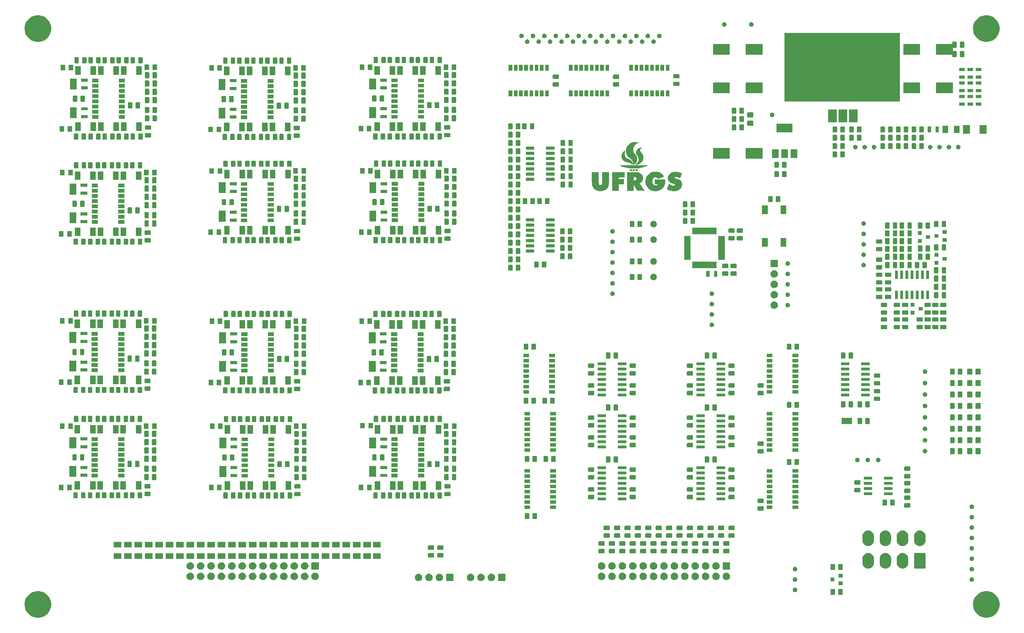
<source format=gbr>
G04 #@! TF.GenerationSoftware,KiCad,Pcbnew,(5.1.5)-3*
G04 #@! TF.CreationDate,2020-08-28T22:02:12-03:00*
G04 #@! TF.ProjectId,BMS_24S,424d535f-3234-4532-9e6b-696361645f70,A*
G04 #@! TF.SameCoordinates,Original*
G04 #@! TF.FileFunction,Soldermask,Top*
G04 #@! TF.FilePolarity,Negative*
%FSLAX46Y46*%
G04 Gerber Fmt 4.6, Leading zero omitted, Abs format (unit mm)*
G04 Created by KiCad (PCBNEW (5.1.5)-3) date 2020-08-28 22:02:12*
%MOMM*%
%LPD*%
G04 APERTURE LIST*
%ADD10C,0.010000*%
%ADD11C,0.100000*%
G04 APERTURE END LIST*
D10*
G36*
X310563463Y-92805670D02*
G01*
X310597102Y-92834435D01*
X310671141Y-92934750D01*
X310668773Y-93026741D01*
X310598018Y-93125350D01*
X310479552Y-93204934D01*
X310357752Y-93207202D01*
X310251660Y-93133097D01*
X310232744Y-93107288D01*
X310186132Y-93019346D01*
X310191764Y-92947102D01*
X310222520Y-92885038D01*
X310317866Y-92787477D01*
X310440040Y-92759870D01*
X310563463Y-92805670D01*
G37*
X310563463Y-92805670D02*
X310597102Y-92834435D01*
X310671141Y-92934750D01*
X310668773Y-93026741D01*
X310598018Y-93125350D01*
X310479552Y-93204934D01*
X310357752Y-93207202D01*
X310251660Y-93133097D01*
X310232744Y-93107288D01*
X310186132Y-93019346D01*
X310191764Y-92947102D01*
X310222520Y-92885038D01*
X310317866Y-92787477D01*
X310440040Y-92759870D01*
X310563463Y-92805670D01*
G36*
X312903079Y-87578942D02*
G01*
X312721839Y-87728891D01*
X312619096Y-87899394D01*
X312589334Y-88082311D01*
X312603157Y-88233946D01*
X312650849Y-88376843D01*
X312741744Y-88528355D01*
X312885173Y-88705832D01*
X312982099Y-88812515D01*
X313174648Y-89040913D01*
X313304463Y-89252691D01*
X313383464Y-89471173D01*
X313417959Y-89665346D01*
X313419433Y-90026717D01*
X313343302Y-90373991D01*
X313196459Y-90698375D01*
X312985799Y-90991077D01*
X312718216Y-91243307D01*
X312400604Y-91446273D01*
X312039857Y-91591183D01*
X311874831Y-91633109D01*
X311672222Y-91673462D01*
X311546890Y-91690507D01*
X311494264Y-91682596D01*
X311509771Y-91648084D01*
X311588842Y-91585325D01*
X311641482Y-91549086D01*
X311898704Y-91341259D01*
X312095137Y-91098451D01*
X312176694Y-90958097D01*
X312227283Y-90861991D01*
X312257760Y-90796812D01*
X312276320Y-90734414D01*
X312291161Y-90646654D01*
X312310477Y-90505387D01*
X312312211Y-90492753D01*
X312325694Y-90240361D01*
X312289079Y-90001887D01*
X312196594Y-89756811D01*
X312042471Y-89484612D01*
X312018178Y-89447037D01*
X311910602Y-89268526D01*
X311818001Y-89089319D01*
X311754652Y-88938045D01*
X311740144Y-88889485D01*
X311709617Y-88596519D01*
X311756106Y-88319921D01*
X311872248Y-88069117D01*
X312050679Y-87853531D01*
X312284033Y-87682587D01*
X312564948Y-87565710D01*
X312811625Y-87518218D01*
X313033834Y-87495101D01*
X312903079Y-87578942D01*
G37*
X312903079Y-87578942D02*
X312721839Y-87728891D01*
X312619096Y-87899394D01*
X312589334Y-88082311D01*
X312603157Y-88233946D01*
X312650849Y-88376843D01*
X312741744Y-88528355D01*
X312885173Y-88705832D01*
X312982099Y-88812515D01*
X313174648Y-89040913D01*
X313304463Y-89252691D01*
X313383464Y-89471173D01*
X313417959Y-89665346D01*
X313419433Y-90026717D01*
X313343302Y-90373991D01*
X313196459Y-90698375D01*
X312985799Y-90991077D01*
X312718216Y-91243307D01*
X312400604Y-91446273D01*
X312039857Y-91591183D01*
X311874831Y-91633109D01*
X311672222Y-91673462D01*
X311546890Y-91690507D01*
X311494264Y-91682596D01*
X311509771Y-91648084D01*
X311588842Y-91585325D01*
X311641482Y-91549086D01*
X311898704Y-91341259D01*
X312095137Y-91098451D01*
X312176694Y-90958097D01*
X312227283Y-90861991D01*
X312257760Y-90796812D01*
X312276320Y-90734414D01*
X312291161Y-90646654D01*
X312310477Y-90505387D01*
X312312211Y-90492753D01*
X312325694Y-90240361D01*
X312289079Y-90001887D01*
X312196594Y-89756811D01*
X312042471Y-89484612D01*
X312018178Y-89447037D01*
X311910602Y-89268526D01*
X311818001Y-89089319D01*
X311754652Y-88938045D01*
X311740144Y-88889485D01*
X311709617Y-88596519D01*
X311756106Y-88319921D01*
X311872248Y-88069117D01*
X312050679Y-87853531D01*
X312284033Y-87682587D01*
X312564948Y-87565710D01*
X312811625Y-87518218D01*
X313033834Y-87495101D01*
X312903079Y-87578942D01*
G36*
X311792758Y-86175477D02*
G01*
X311931450Y-86209512D01*
X312180737Y-86281982D01*
X311908785Y-86435004D01*
X311584952Y-86657666D01*
X311309905Y-86928922D01*
X311098979Y-87232873D01*
X311053308Y-87322074D01*
X310987922Y-87468737D01*
X310947636Y-87590678D01*
X310926475Y-87718208D01*
X310918462Y-87881644D01*
X310917477Y-88011000D01*
X310919994Y-88209713D01*
X310931354Y-88351049D01*
X310956725Y-88462215D01*
X311001276Y-88570421D01*
X311037145Y-88641038D01*
X311138207Y-88806263D01*
X311264977Y-88978728D01*
X311338177Y-89064371D01*
X311598425Y-89393017D01*
X311779553Y-89728832D01*
X311880956Y-90066979D01*
X311902029Y-90402624D01*
X311842167Y-90730930D01*
X311700765Y-91047063D01*
X311604409Y-91192173D01*
X311499540Y-91303521D01*
X311351069Y-91426037D01*
X311192000Y-91534847D01*
X311057708Y-91604184D01*
X311002196Y-91622001D01*
X310973244Y-91610350D01*
X310964394Y-91552502D01*
X310969187Y-91431725D01*
X310972198Y-91382667D01*
X310951678Y-91071865D01*
X310850060Y-90774734D01*
X310666499Y-90489861D01*
X310400145Y-90215833D01*
X310158155Y-90025542D01*
X309847017Y-89772010D01*
X309609270Y-89501620D01*
X309433641Y-89197007D01*
X309308854Y-88840807D01*
X309264146Y-88648587D01*
X309211913Y-88257650D01*
X309225866Y-87906216D01*
X309309850Y-87582051D01*
X309467711Y-87272923D01*
X309703296Y-86966597D01*
X309837667Y-86824421D01*
X309992663Y-86676689D01*
X310149783Y-86540114D01*
X310285817Y-86434313D01*
X310346204Y-86394607D01*
X310673932Y-86248633D01*
X311040617Y-86161544D01*
X311421734Y-86136205D01*
X311792758Y-86175477D01*
G37*
X311792758Y-86175477D02*
X311931450Y-86209512D01*
X312180737Y-86281982D01*
X311908785Y-86435004D01*
X311584952Y-86657666D01*
X311309905Y-86928922D01*
X311098979Y-87232873D01*
X311053308Y-87322074D01*
X310987922Y-87468737D01*
X310947636Y-87590678D01*
X310926475Y-87718208D01*
X310918462Y-87881644D01*
X310917477Y-88011000D01*
X310919994Y-88209713D01*
X310931354Y-88351049D01*
X310956725Y-88462215D01*
X311001276Y-88570421D01*
X311037145Y-88641038D01*
X311138207Y-88806263D01*
X311264977Y-88978728D01*
X311338177Y-89064371D01*
X311598425Y-89393017D01*
X311779553Y-89728832D01*
X311880956Y-90066979D01*
X311902029Y-90402624D01*
X311842167Y-90730930D01*
X311700765Y-91047063D01*
X311604409Y-91192173D01*
X311499540Y-91303521D01*
X311351069Y-91426037D01*
X311192000Y-91534847D01*
X311057708Y-91604184D01*
X311002196Y-91622001D01*
X310973244Y-91610350D01*
X310964394Y-91552502D01*
X310969187Y-91431725D01*
X310972198Y-91382667D01*
X310951678Y-91071865D01*
X310850060Y-90774734D01*
X310666499Y-90489861D01*
X310400145Y-90215833D01*
X310158155Y-90025542D01*
X309847017Y-89772010D01*
X309609270Y-89501620D01*
X309433641Y-89197007D01*
X309308854Y-88840807D01*
X309264146Y-88648587D01*
X309211913Y-88257650D01*
X309225866Y-87906216D01*
X309309850Y-87582051D01*
X309467711Y-87272923D01*
X309703296Y-86966597D01*
X309837667Y-86824421D01*
X309992663Y-86676689D01*
X310149783Y-86540114D01*
X310285817Y-86434313D01*
X310346204Y-86394607D01*
X310673932Y-86248633D01*
X311040617Y-86161544D01*
X311421734Y-86136205D01*
X311792758Y-86175477D01*
G36*
X308941264Y-88319376D02*
G01*
X308930569Y-88402583D01*
X308880440Y-88759986D01*
X308877121Y-89108684D01*
X308918780Y-89430441D01*
X309003585Y-89707024D01*
X309075594Y-89845566D01*
X309147699Y-89945625D01*
X309229955Y-90021114D01*
X309345534Y-90088635D01*
X309517611Y-90164790D01*
X309526079Y-90168284D01*
X309836541Y-90299430D01*
X310078439Y-90410890D01*
X310263287Y-90510481D01*
X310402597Y-90606019D01*
X310507881Y-90705321D01*
X310590652Y-90816203D01*
X310657448Y-90936434D01*
X310709886Y-91069392D01*
X310748478Y-91219228D01*
X310770600Y-91364496D01*
X310773628Y-91483744D01*
X310754937Y-91555524D01*
X310734587Y-91567000D01*
X310686603Y-91538867D01*
X310607486Y-91468326D01*
X310575837Y-91436131D01*
X310444465Y-91307446D01*
X310323135Y-91217982D01*
X310188186Y-91157060D01*
X310015958Y-91113998D01*
X309782831Y-91078118D01*
X309577179Y-91046906D01*
X309381896Y-91010235D01*
X309225999Y-90973857D01*
X309168120Y-90956259D01*
X308881736Y-90815758D01*
X308614576Y-90612470D01*
X308391076Y-90367412D01*
X308278378Y-90191166D01*
X308220948Y-90071678D01*
X308187507Y-89961280D01*
X308172399Y-89830075D01*
X308169972Y-89648165D01*
X308170287Y-89619666D01*
X308195898Y-89287498D01*
X308269071Y-89009337D01*
X308398207Y-88764122D01*
X308591709Y-88530794D01*
X308613498Y-88508728D01*
X308763286Y-88366063D01*
X308864779Y-88287975D01*
X308922574Y-88272925D01*
X308941264Y-88319376D01*
G37*
X308941264Y-88319376D02*
X308930569Y-88402583D01*
X308880440Y-88759986D01*
X308877121Y-89108684D01*
X308918780Y-89430441D01*
X309003585Y-89707024D01*
X309075594Y-89845566D01*
X309147699Y-89945625D01*
X309229955Y-90021114D01*
X309345534Y-90088635D01*
X309517611Y-90164790D01*
X309526079Y-90168284D01*
X309836541Y-90299430D01*
X310078439Y-90410890D01*
X310263287Y-90510481D01*
X310402597Y-90606019D01*
X310507881Y-90705321D01*
X310590652Y-90816203D01*
X310657448Y-90936434D01*
X310709886Y-91069392D01*
X310748478Y-91219228D01*
X310770600Y-91364496D01*
X310773628Y-91483744D01*
X310754937Y-91555524D01*
X310734587Y-91567000D01*
X310686603Y-91538867D01*
X310607486Y-91468326D01*
X310575837Y-91436131D01*
X310444465Y-91307446D01*
X310323135Y-91217982D01*
X310188186Y-91157060D01*
X310015958Y-91113998D01*
X309782831Y-91078118D01*
X309577179Y-91046906D01*
X309381896Y-91010235D01*
X309225999Y-90973857D01*
X309168120Y-90956259D01*
X308881736Y-90815758D01*
X308614576Y-90612470D01*
X308391076Y-90367412D01*
X308278378Y-90191166D01*
X308220948Y-90071678D01*
X308187507Y-89961280D01*
X308172399Y-89830075D01*
X308169972Y-89648165D01*
X308170287Y-89619666D01*
X308195898Y-89287498D01*
X308269071Y-89009337D01*
X308398207Y-88764122D01*
X308591709Y-88530794D01*
X308613498Y-88508728D01*
X308763286Y-88366063D01*
X308864779Y-88287975D01*
X308922574Y-88272925D01*
X308941264Y-88319376D01*
G36*
X311512753Y-91826765D02*
G01*
X312068890Y-91827781D01*
X312581016Y-91829639D01*
X312849429Y-91831113D01*
X314591190Y-91842166D01*
X314066512Y-92018217D01*
X313626600Y-92161491D01*
X313244105Y-92274700D01*
X312898757Y-92361444D01*
X312570289Y-92425323D01*
X312238431Y-92469938D01*
X311882914Y-92498891D01*
X311483470Y-92515781D01*
X311234667Y-92521285D01*
X310968971Y-92525021D01*
X310729864Y-92526939D01*
X310531110Y-92527047D01*
X310386471Y-92525350D01*
X310309711Y-92521855D01*
X310303334Y-92520853D01*
X310234699Y-92508647D01*
X310105146Y-92488864D01*
X309937701Y-92464961D01*
X309858834Y-92454147D01*
X309356257Y-92365072D01*
X308801782Y-92226373D01*
X308188642Y-92036340D01*
X308144334Y-92021405D01*
X307615167Y-91842166D01*
X309361417Y-91831113D01*
X309836936Y-91828764D01*
X310371110Y-91827256D01*
X310938271Y-91826590D01*
X311512753Y-91826765D01*
G37*
X311512753Y-91826765D02*
X312068890Y-91827781D01*
X312581016Y-91829639D01*
X312849429Y-91831113D01*
X314591190Y-91842166D01*
X314066512Y-92018217D01*
X313626600Y-92161491D01*
X313244105Y-92274700D01*
X312898757Y-92361444D01*
X312570289Y-92425323D01*
X312238431Y-92469938D01*
X311882914Y-92498891D01*
X311483470Y-92515781D01*
X311234667Y-92521285D01*
X310968971Y-92525021D01*
X310729864Y-92526939D01*
X310531110Y-92527047D01*
X310386471Y-92525350D01*
X310309711Y-92521855D01*
X310303334Y-92520853D01*
X310234699Y-92508647D01*
X310105146Y-92488864D01*
X309937701Y-92464961D01*
X309858834Y-92454147D01*
X309356257Y-92365072D01*
X308801782Y-92226373D01*
X308188642Y-92036340D01*
X308144334Y-92021405D01*
X307615167Y-91842166D01*
X309361417Y-91831113D01*
X309836936Y-91828764D01*
X310371110Y-91827256D01*
X310938271Y-91826590D01*
X311512753Y-91826765D01*
G36*
X321875800Y-93443211D02*
G01*
X322309842Y-93559058D01*
X322579445Y-93665658D01*
X322826239Y-93776412D01*
X322596047Y-94331000D01*
X322512962Y-94530230D01*
X322441767Y-94699166D01*
X322388526Y-94823554D01*
X322359305Y-94889140D01*
X322355812Y-94895632D01*
X322316119Y-94882905D01*
X322219506Y-94840204D01*
X322084559Y-94775864D01*
X322041179Y-94754483D01*
X321794504Y-94653993D01*
X321561651Y-94600073D01*
X321358074Y-94594105D01*
X321199231Y-94637469D01*
X321145312Y-94674477D01*
X321063414Y-94774429D01*
X321053744Y-94864375D01*
X321118979Y-94946713D01*
X321261798Y-95023840D01*
X321484879Y-95098151D01*
X321671649Y-95145488D01*
X322046918Y-95254161D01*
X322345522Y-95390485D01*
X322572417Y-95559612D01*
X322732559Y-95766696D01*
X322830905Y-96016888D01*
X322872412Y-96315343D01*
X322874475Y-96395899D01*
X322838268Y-96761221D01*
X322728113Y-97091785D01*
X322549352Y-97382533D01*
X322307323Y-97628405D01*
X322007368Y-97824344D01*
X321654825Y-97965290D01*
X321255036Y-98046184D01*
X321119500Y-98058464D01*
X320914745Y-98064207D01*
X320702373Y-98058117D01*
X320528074Y-98041514D01*
X320526834Y-98041323D01*
X320339713Y-98003726D01*
X320126293Y-97947034D01*
X319903880Y-97877503D01*
X319689776Y-97801390D01*
X319501287Y-97724953D01*
X319355717Y-97654448D01*
X319270370Y-97596133D01*
X319259842Y-97583201D01*
X319266020Y-97531280D01*
X319300249Y-97416048D01*
X319357555Y-97252154D01*
X319432961Y-97054246D01*
X319476093Y-96946631D01*
X319718286Y-96352037D01*
X319826227Y-96423275D01*
X320094334Y-96579271D01*
X320364959Y-96698937D01*
X320620249Y-96776354D01*
X320842346Y-96805601D01*
X320954051Y-96797231D01*
X321077861Y-96745882D01*
X321176958Y-96656623D01*
X321224351Y-96555062D01*
X321225334Y-96539838D01*
X321201321Y-96459450D01*
X321123005Y-96389812D01*
X320980966Y-96325553D01*
X320765784Y-96261302D01*
X320713790Y-96248140D01*
X320374246Y-96150194D01*
X320105962Y-96039897D01*
X319895722Y-95910591D01*
X319730312Y-95755618D01*
X319725684Y-95750245D01*
X319567369Y-95504100D01*
X319479628Y-95228691D01*
X319459230Y-94936243D01*
X319502945Y-94638982D01*
X319607542Y-94349135D01*
X319769792Y-94078927D01*
X319986463Y-93840585D01*
X320254326Y-93646334D01*
X320286301Y-93628442D01*
X320635683Y-93484419D01*
X321025725Y-93405680D01*
X321443429Y-93392015D01*
X321875800Y-93443211D01*
G37*
X321875800Y-93443211D02*
X322309842Y-93559058D01*
X322579445Y-93665658D01*
X322826239Y-93776412D01*
X322596047Y-94331000D01*
X322512962Y-94530230D01*
X322441767Y-94699166D01*
X322388526Y-94823554D01*
X322359305Y-94889140D01*
X322355812Y-94895632D01*
X322316119Y-94882905D01*
X322219506Y-94840204D01*
X322084559Y-94775864D01*
X322041179Y-94754483D01*
X321794504Y-94653993D01*
X321561651Y-94600073D01*
X321358074Y-94594105D01*
X321199231Y-94637469D01*
X321145312Y-94674477D01*
X321063414Y-94774429D01*
X321053744Y-94864375D01*
X321118979Y-94946713D01*
X321261798Y-95023840D01*
X321484879Y-95098151D01*
X321671649Y-95145488D01*
X322046918Y-95254161D01*
X322345522Y-95390485D01*
X322572417Y-95559612D01*
X322732559Y-95766696D01*
X322830905Y-96016888D01*
X322872412Y-96315343D01*
X322874475Y-96395899D01*
X322838268Y-96761221D01*
X322728113Y-97091785D01*
X322549352Y-97382533D01*
X322307323Y-97628405D01*
X322007368Y-97824344D01*
X321654825Y-97965290D01*
X321255036Y-98046184D01*
X321119500Y-98058464D01*
X320914745Y-98064207D01*
X320702373Y-98058117D01*
X320528074Y-98041514D01*
X320526834Y-98041323D01*
X320339713Y-98003726D01*
X320126293Y-97947034D01*
X319903880Y-97877503D01*
X319689776Y-97801390D01*
X319501287Y-97724953D01*
X319355717Y-97654448D01*
X319270370Y-97596133D01*
X319259842Y-97583201D01*
X319266020Y-97531280D01*
X319300249Y-97416048D01*
X319357555Y-97252154D01*
X319432961Y-97054246D01*
X319476093Y-96946631D01*
X319718286Y-96352037D01*
X319826227Y-96423275D01*
X320094334Y-96579271D01*
X320364959Y-96698937D01*
X320620249Y-96776354D01*
X320842346Y-96805601D01*
X320954051Y-96797231D01*
X321077861Y-96745882D01*
X321176958Y-96656623D01*
X321224351Y-96555062D01*
X321225334Y-96539838D01*
X321201321Y-96459450D01*
X321123005Y-96389812D01*
X320980966Y-96325553D01*
X320765784Y-96261302D01*
X320713790Y-96248140D01*
X320374246Y-96150194D01*
X320105962Y-96039897D01*
X319895722Y-95910591D01*
X319730312Y-95755618D01*
X319725684Y-95750245D01*
X319567369Y-95504100D01*
X319479628Y-95228691D01*
X319459230Y-94936243D01*
X319502945Y-94638982D01*
X319607542Y-94349135D01*
X319769792Y-94078927D01*
X319986463Y-93840585D01*
X320254326Y-93646334D01*
X320286301Y-93628442D01*
X320635683Y-93484419D01*
X321025725Y-93405680D01*
X321443429Y-93392015D01*
X321875800Y-93443211D01*
G36*
X316839906Y-93426555D02*
G01*
X317267920Y-93539222D01*
X317655966Y-93723916D01*
X317999490Y-93978598D01*
X318228351Y-94218144D01*
X318324840Y-94333886D01*
X318389204Y-94420246D01*
X318414597Y-94486245D01*
X318394173Y-94540907D01*
X318321086Y-94593256D01*
X318188492Y-94652315D01*
X317989545Y-94727106D01*
X317785810Y-94801470D01*
X317500566Y-94902676D01*
X317282072Y-94972698D01*
X317133700Y-95010563D01*
X317058824Y-95015295D01*
X317053800Y-95012847D01*
X316989696Y-94964039D01*
X316891261Y-94887030D01*
X316852572Y-94856393D01*
X316643942Y-94740618D01*
X316417930Y-94701618D01*
X316191797Y-94738911D01*
X315982800Y-94852015D01*
X315946867Y-94881671D01*
X315786002Y-95070916D01*
X315676590Y-95299899D01*
X315617504Y-95552958D01*
X315607618Y-95814435D01*
X315645804Y-96068668D01*
X315730936Y-96299999D01*
X315861888Y-96492767D01*
X316037533Y-96631312D01*
X316074050Y-96649393D01*
X316275839Y-96711984D01*
X316484755Y-96728113D01*
X316679893Y-96700819D01*
X316840351Y-96633138D01*
X316945223Y-96528109D01*
X316948412Y-96522344D01*
X316983780Y-96441983D01*
X316977885Y-96391350D01*
X316919209Y-96363740D01*
X316796229Y-96352453D01*
X316653334Y-96350666D01*
X316314667Y-96350666D01*
X316314667Y-95292333D01*
X318770000Y-95292333D01*
X318770000Y-95666561D01*
X318744219Y-96046270D01*
X318671329Y-96420685D01*
X318558011Y-96760542D01*
X318485175Y-96914178D01*
X318397015Y-97050966D01*
X318270966Y-97213257D01*
X318131775Y-97369582D01*
X318107826Y-97394065D01*
X317789697Y-97655429D01*
X317421662Y-97856331D01*
X317016608Y-97993098D01*
X316587421Y-98062060D01*
X316146990Y-98059548D01*
X315894545Y-98024479D01*
X315471735Y-97903973D01*
X315091432Y-97715430D01*
X314758944Y-97466871D01*
X314479579Y-97166317D01*
X314258643Y-96821786D01*
X314101444Y-96441300D01*
X314013290Y-96032878D01*
X313999489Y-95604542D01*
X314049109Y-95235827D01*
X314180084Y-94808546D01*
X314378584Y-94427644D01*
X314638228Y-94098184D01*
X314952636Y-93825233D01*
X315315431Y-93613855D01*
X315720231Y-93469115D01*
X316160658Y-93396079D01*
X316376478Y-93387959D01*
X316839906Y-93426555D01*
G37*
X316839906Y-93426555D02*
X317267920Y-93539222D01*
X317655966Y-93723916D01*
X317999490Y-93978598D01*
X318228351Y-94218144D01*
X318324840Y-94333886D01*
X318389204Y-94420246D01*
X318414597Y-94486245D01*
X318394173Y-94540907D01*
X318321086Y-94593256D01*
X318188492Y-94652315D01*
X317989545Y-94727106D01*
X317785810Y-94801470D01*
X317500566Y-94902676D01*
X317282072Y-94972698D01*
X317133700Y-95010563D01*
X317058824Y-95015295D01*
X317053800Y-95012847D01*
X316989696Y-94964039D01*
X316891261Y-94887030D01*
X316852572Y-94856393D01*
X316643942Y-94740618D01*
X316417930Y-94701618D01*
X316191797Y-94738911D01*
X315982800Y-94852015D01*
X315946867Y-94881671D01*
X315786002Y-95070916D01*
X315676590Y-95299899D01*
X315617504Y-95552958D01*
X315607618Y-95814435D01*
X315645804Y-96068668D01*
X315730936Y-96299999D01*
X315861888Y-96492767D01*
X316037533Y-96631312D01*
X316074050Y-96649393D01*
X316275839Y-96711984D01*
X316484755Y-96728113D01*
X316679893Y-96700819D01*
X316840351Y-96633138D01*
X316945223Y-96528109D01*
X316948412Y-96522344D01*
X316983780Y-96441983D01*
X316977885Y-96391350D01*
X316919209Y-96363740D01*
X316796229Y-96352453D01*
X316653334Y-96350666D01*
X316314667Y-96350666D01*
X316314667Y-95292333D01*
X318770000Y-95292333D01*
X318770000Y-95666561D01*
X318744219Y-96046270D01*
X318671329Y-96420685D01*
X318558011Y-96760542D01*
X318485175Y-96914178D01*
X318397015Y-97050966D01*
X318270966Y-97213257D01*
X318131775Y-97369582D01*
X318107826Y-97394065D01*
X317789697Y-97655429D01*
X317421662Y-97856331D01*
X317016608Y-97993098D01*
X316587421Y-98062060D01*
X316146990Y-98059548D01*
X315894545Y-98024479D01*
X315471735Y-97903973D01*
X315091432Y-97715430D01*
X314758944Y-97466871D01*
X314479579Y-97166317D01*
X314258643Y-96821786D01*
X314101444Y-96441300D01*
X314013290Y-96032878D01*
X313999489Y-95604542D01*
X314049109Y-95235827D01*
X314180084Y-94808546D01*
X314378584Y-94427644D01*
X314638228Y-94098184D01*
X314952636Y-93825233D01*
X315315431Y-93613855D01*
X315720231Y-93469115D01*
X316160658Y-93396079D01*
X316376478Y-93387959D01*
X316839906Y-93426555D01*
G36*
X310610250Y-93472319D02*
G01*
X310925728Y-93474122D01*
X311228458Y-93479022D01*
X311503417Y-93486535D01*
X311735581Y-93496173D01*
X311909929Y-93507453D01*
X311996667Y-93517165D01*
X312368862Y-93612383D01*
X312684655Y-93766068D01*
X312940209Y-93974010D01*
X313131689Y-94232001D01*
X313255259Y-94535833D01*
X313307083Y-94881297D01*
X313308498Y-94956443D01*
X313288030Y-95209048D01*
X313233052Y-95456113D01*
X313151593Y-95667007D01*
X313098957Y-95755719D01*
X312994243Y-95866560D01*
X312852546Y-95971969D01*
X312702696Y-96054066D01*
X312573519Y-96094966D01*
X312549335Y-96096666D01*
X312478786Y-96115269D01*
X312474684Y-96152457D01*
X312502319Y-96200503D01*
X312568591Y-96306954D01*
X312665528Y-96459526D01*
X312785162Y-96645938D01*
X312919523Y-96853909D01*
X313060641Y-97071158D01*
X313200546Y-97285403D01*
X313331268Y-97484363D01*
X313444837Y-97655756D01*
X313533285Y-97787301D01*
X313572227Y-97843768D01*
X313654646Y-97961037D01*
X312757851Y-97949602D01*
X311861056Y-97938166D01*
X311086500Y-96473894D01*
X311074940Y-97216613D01*
X311063380Y-97959333D01*
X309499000Y-97959333D01*
X309499000Y-94615000D01*
X311065334Y-94615000D01*
X311065334Y-95504000D01*
X311279102Y-95504000D01*
X311431374Y-95491607D01*
X311568186Y-95460301D01*
X311611806Y-95442496D01*
X311737284Y-95335074D01*
X311804839Y-95186838D01*
X311813194Y-95019895D01*
X311761073Y-94856357D01*
X311653313Y-94723385D01*
X311550960Y-94654417D01*
X311435400Y-94622105D01*
X311294919Y-94615000D01*
X311065334Y-94615000D01*
X309499000Y-94615000D01*
X309499000Y-93472000D01*
X310610250Y-93472319D01*
G37*
X310610250Y-93472319D02*
X310925728Y-93474122D01*
X311228458Y-93479022D01*
X311503417Y-93486535D01*
X311735581Y-93496173D01*
X311909929Y-93507453D01*
X311996667Y-93517165D01*
X312368862Y-93612383D01*
X312684655Y-93766068D01*
X312940209Y-93974010D01*
X313131689Y-94232001D01*
X313255259Y-94535833D01*
X313307083Y-94881297D01*
X313308498Y-94956443D01*
X313288030Y-95209048D01*
X313233052Y-95456113D01*
X313151593Y-95667007D01*
X313098957Y-95755719D01*
X312994243Y-95866560D01*
X312852546Y-95971969D01*
X312702696Y-96054066D01*
X312573519Y-96094966D01*
X312549335Y-96096666D01*
X312478786Y-96115269D01*
X312474684Y-96152457D01*
X312502319Y-96200503D01*
X312568591Y-96306954D01*
X312665528Y-96459526D01*
X312785162Y-96645938D01*
X312919523Y-96853909D01*
X313060641Y-97071158D01*
X313200546Y-97285403D01*
X313331268Y-97484363D01*
X313444837Y-97655756D01*
X313533285Y-97787301D01*
X313572227Y-97843768D01*
X313654646Y-97961037D01*
X312757851Y-97949602D01*
X311861056Y-97938166D01*
X311086500Y-96473894D01*
X311074940Y-97216613D01*
X311063380Y-97959333D01*
X309499000Y-97959333D01*
X309499000Y-94615000D01*
X311065334Y-94615000D01*
X311065334Y-95504000D01*
X311279102Y-95504000D01*
X311431374Y-95491607D01*
X311568186Y-95460301D01*
X311611806Y-95442496D01*
X311737284Y-95335074D01*
X311804839Y-95186838D01*
X311813194Y-95019895D01*
X311761073Y-94856357D01*
X311653313Y-94723385D01*
X311550960Y-94654417D01*
X311435400Y-94622105D01*
X311294919Y-94615000D01*
X311065334Y-94615000D01*
X309499000Y-94615000D01*
X309499000Y-93472000D01*
X310610250Y-93472319D01*
G36*
X308821667Y-94657333D02*
G01*
X307424667Y-94657333D01*
X307424667Y-95207666D01*
X308694667Y-95207666D01*
X308694667Y-96350666D01*
X307424667Y-96350666D01*
X307424667Y-97959333D01*
X305858334Y-97959333D01*
X305858334Y-93472000D01*
X308821667Y-93472000D01*
X308821667Y-94657333D01*
G37*
X308821667Y-94657333D02*
X307424667Y-94657333D01*
X307424667Y-95207666D01*
X308694667Y-95207666D01*
X308694667Y-96350666D01*
X307424667Y-96350666D01*
X307424667Y-97959333D01*
X305858334Y-97959333D01*
X305858334Y-93472000D01*
X308821667Y-93472000D01*
X308821667Y-94657333D01*
G36*
X302514066Y-94900750D02*
G01*
X302514460Y-95292107D01*
X302515893Y-95608043D01*
X302518797Y-95857800D01*
X302523609Y-96050621D01*
X302530761Y-96195749D01*
X302540689Y-96302426D01*
X302553825Y-96379895D01*
X302570605Y-96437398D01*
X302588149Y-96477666D01*
X302693533Y-96605160D01*
X302838791Y-96674744D01*
X303002060Y-96686450D01*
X303161479Y-96640309D01*
X303295186Y-96536354D01*
X303337761Y-96476580D01*
X303361202Y-96432633D01*
X303380135Y-96382726D01*
X303395155Y-96317542D01*
X303406855Y-96227764D01*
X303415829Y-96104073D01*
X303422671Y-95937153D01*
X303427975Y-95717687D01*
X303432334Y-95436355D01*
X303436341Y-95083842D01*
X303438176Y-94900750D01*
X303452186Y-93472000D01*
X305011667Y-93472000D01*
X305010932Y-94921916D01*
X305009555Y-95388973D01*
X305004952Y-95780622D01*
X304995640Y-96106107D01*
X304980137Y-96374668D01*
X304956960Y-96595548D01*
X304924629Y-96777987D01*
X304881659Y-96931229D01*
X304826570Y-97064514D01*
X304757879Y-97187084D01*
X304674103Y-97308182D01*
X304616080Y-97383851D01*
X304453218Y-97547876D01*
X304233994Y-97708742D01*
X303985521Y-97849128D01*
X303734911Y-97951711D01*
X303719883Y-97956445D01*
X303377894Y-98031756D01*
X303003798Y-98063259D01*
X302638725Y-98048620D01*
X302488320Y-98026352D01*
X302125927Y-97925462D01*
X301792425Y-97769851D01*
X301501224Y-97568822D01*
X301265739Y-97331679D01*
X301099380Y-97067726D01*
X301096099Y-97060593D01*
X301047583Y-96943234D01*
X301007843Y-96818241D01*
X300976047Y-96676115D01*
X300951368Y-96507355D01*
X300932975Y-96302461D01*
X300920039Y-96051935D01*
X300911730Y-95746276D01*
X300907219Y-95375984D01*
X300905677Y-94931560D01*
X300905653Y-94879583D01*
X300905334Y-93472000D01*
X302514000Y-93472000D01*
X302514066Y-94900750D01*
G37*
X302514066Y-94900750D02*
X302514460Y-95292107D01*
X302515893Y-95608043D01*
X302518797Y-95857800D01*
X302523609Y-96050621D01*
X302530761Y-96195749D01*
X302540689Y-96302426D01*
X302553825Y-96379895D01*
X302570605Y-96437398D01*
X302588149Y-96477666D01*
X302693533Y-96605160D01*
X302838791Y-96674744D01*
X303002060Y-96686450D01*
X303161479Y-96640309D01*
X303295186Y-96536354D01*
X303337761Y-96476580D01*
X303361202Y-96432633D01*
X303380135Y-96382726D01*
X303395155Y-96317542D01*
X303406855Y-96227764D01*
X303415829Y-96104073D01*
X303422671Y-95937153D01*
X303427975Y-95717687D01*
X303432334Y-95436355D01*
X303436341Y-95083842D01*
X303438176Y-94900750D01*
X303452186Y-93472000D01*
X305011667Y-93472000D01*
X305010932Y-94921916D01*
X305009555Y-95388973D01*
X305004952Y-95780622D01*
X304995640Y-96106107D01*
X304980137Y-96374668D01*
X304956960Y-96595548D01*
X304924629Y-96777987D01*
X304881659Y-96931229D01*
X304826570Y-97064514D01*
X304757879Y-97187084D01*
X304674103Y-97308182D01*
X304616080Y-97383851D01*
X304453218Y-97547876D01*
X304233994Y-97708742D01*
X303985521Y-97849128D01*
X303734911Y-97951711D01*
X303719883Y-97956445D01*
X303377894Y-98031756D01*
X303003798Y-98063259D01*
X302638725Y-98048620D01*
X302488320Y-98026352D01*
X302125927Y-97925462D01*
X301792425Y-97769851D01*
X301501224Y-97568822D01*
X301265739Y-97331679D01*
X301099380Y-97067726D01*
X301096099Y-97060593D01*
X301047583Y-96943234D01*
X301007843Y-96818241D01*
X300976047Y-96676115D01*
X300951368Y-96507355D01*
X300932975Y-96302461D01*
X300920039Y-96051935D01*
X300911730Y-95746276D01*
X300907219Y-95375984D01*
X300905677Y-94931560D01*
X300905653Y-94879583D01*
X300905334Y-93472000D01*
X302514000Y-93472000D01*
X302514066Y-94900750D01*
G36*
X311876704Y-92789283D02*
G01*
X311961571Y-92879449D01*
X311996665Y-92991806D01*
X311996667Y-92992522D01*
X311961300Y-93106917D01*
X311873107Y-93182654D01*
X311758950Y-93209680D01*
X311645694Y-93177941D01*
X311601061Y-93140583D01*
X311542776Y-93024366D01*
X311552830Y-92904734D01*
X311620287Y-92806644D01*
X311734211Y-92755053D01*
X311771189Y-92752333D01*
X311876704Y-92789283D01*
G37*
X311876704Y-92789283D02*
X311961571Y-92879449D01*
X311996665Y-92991806D01*
X311996667Y-92992522D01*
X311961300Y-93106917D01*
X311873107Y-93182654D01*
X311758950Y-93209680D01*
X311645694Y-93177941D01*
X311601061Y-93140583D01*
X311542776Y-93024366D01*
X311552830Y-92904734D01*
X311620287Y-92806644D01*
X311734211Y-92755053D01*
X311771189Y-92752333D01*
X311876704Y-92789283D01*
G36*
X311177126Y-92768410D02*
G01*
X311282523Y-92858598D01*
X311312064Y-92906559D01*
X311335572Y-92985415D01*
X311304801Y-93064229D01*
X311272996Y-93107642D01*
X311162373Y-93196685D01*
X311041730Y-93210818D01*
X310930868Y-93148176D01*
X310923728Y-93140583D01*
X310860526Y-93019557D01*
X310875257Y-92897008D01*
X310931084Y-92822394D01*
X311054990Y-92755240D01*
X311177126Y-92768410D01*
G37*
X311177126Y-92768410D02*
X311282523Y-92858598D01*
X311312064Y-92906559D01*
X311335572Y-92985415D01*
X311304801Y-93064229D01*
X311272996Y-93107642D01*
X311162373Y-93196685D01*
X311041730Y-93210818D01*
X310930868Y-93148176D01*
X310923728Y-93140583D01*
X310860526Y-93019557D01*
X310875257Y-92897008D01*
X310931084Y-92822394D01*
X311054990Y-92755240D01*
X311177126Y-92768410D01*
D11*
G36*
X166242239Y-195947467D02*
G01*
X166556282Y-196009934D01*
X167147926Y-196255001D01*
X167437523Y-196448504D01*
X167618981Y-196569750D01*
X167680392Y-196610784D01*
X168133216Y-197063608D01*
X168488999Y-197596074D01*
X168734066Y-198187718D01*
X168734066Y-198187719D01*
X168859000Y-198815803D01*
X168859000Y-199456197D01*
X168796533Y-199770239D01*
X168734066Y-200084282D01*
X168488999Y-200675926D01*
X168133216Y-201208392D01*
X167680392Y-201661216D01*
X167147926Y-202016999D01*
X166556282Y-202262066D01*
X166242239Y-202324533D01*
X165928197Y-202387000D01*
X165287803Y-202387000D01*
X164973761Y-202324533D01*
X164659718Y-202262066D01*
X164068074Y-202016999D01*
X163535608Y-201661216D01*
X163082784Y-201208392D01*
X162727001Y-200675926D01*
X162481934Y-200084282D01*
X162419467Y-199770239D01*
X162357000Y-199456197D01*
X162357000Y-198815803D01*
X162481934Y-198187719D01*
X162481934Y-198187718D01*
X162727001Y-197596074D01*
X163082784Y-197063608D01*
X163535608Y-196610784D01*
X163597020Y-196569750D01*
X163778477Y-196448504D01*
X164068074Y-196255001D01*
X164659718Y-196009934D01*
X164973761Y-195947467D01*
X165287803Y-195885000D01*
X165928197Y-195885000D01*
X166242239Y-195947467D01*
G37*
G36*
X397890239Y-195947467D02*
G01*
X398204282Y-196009934D01*
X398795926Y-196255001D01*
X399085523Y-196448504D01*
X399266981Y-196569750D01*
X399328392Y-196610784D01*
X399781216Y-197063608D01*
X400136999Y-197596074D01*
X400382066Y-198187718D01*
X400382066Y-198187719D01*
X400507000Y-198815803D01*
X400507000Y-199456197D01*
X400444533Y-199770239D01*
X400382066Y-200084282D01*
X400136999Y-200675926D01*
X399781216Y-201208392D01*
X399328392Y-201661216D01*
X398795926Y-202016999D01*
X398204282Y-202262066D01*
X397890239Y-202324533D01*
X397576197Y-202387000D01*
X396935803Y-202387000D01*
X396621761Y-202324533D01*
X396307718Y-202262066D01*
X395716074Y-202016999D01*
X395183608Y-201661216D01*
X394730784Y-201208392D01*
X394375001Y-200675926D01*
X394129934Y-200084282D01*
X394067467Y-199770239D01*
X394005000Y-199456197D01*
X394005000Y-198815803D01*
X394129934Y-198187719D01*
X394129934Y-198187718D01*
X394375001Y-197596074D01*
X394730784Y-197063608D01*
X395183608Y-196610784D01*
X395245020Y-196569750D01*
X395426477Y-196448504D01*
X395716074Y-196255001D01*
X396307718Y-196009934D01*
X396621761Y-195947467D01*
X396935803Y-195885000D01*
X397576197Y-195885000D01*
X397890239Y-195947467D01*
G37*
G36*
X360114468Y-195341565D02*
G01*
X360153138Y-195353296D01*
X360188777Y-195372346D01*
X360220017Y-195397983D01*
X360245654Y-195429223D01*
X360264704Y-195464862D01*
X360276435Y-195503532D01*
X360281000Y-195549888D01*
X360281000Y-196626112D01*
X360276435Y-196672468D01*
X360264704Y-196711138D01*
X360245654Y-196746777D01*
X360220017Y-196778017D01*
X360188777Y-196803654D01*
X360153138Y-196822704D01*
X360114468Y-196834435D01*
X360068112Y-196839000D01*
X359416888Y-196839000D01*
X359370532Y-196834435D01*
X359331862Y-196822704D01*
X359296223Y-196803654D01*
X359264983Y-196778017D01*
X359239346Y-196746777D01*
X359220296Y-196711138D01*
X359208565Y-196672468D01*
X359204000Y-196626112D01*
X359204000Y-195549888D01*
X359208565Y-195503532D01*
X359220296Y-195464862D01*
X359239346Y-195429223D01*
X359264983Y-195397983D01*
X359296223Y-195372346D01*
X359331862Y-195353296D01*
X359370532Y-195341565D01*
X359416888Y-195337000D01*
X360068112Y-195337000D01*
X360114468Y-195341565D01*
G37*
G36*
X361989468Y-195341565D02*
G01*
X362028138Y-195353296D01*
X362063777Y-195372346D01*
X362095017Y-195397983D01*
X362120654Y-195429223D01*
X362139704Y-195464862D01*
X362151435Y-195503532D01*
X362156000Y-195549888D01*
X362156000Y-196626112D01*
X362151435Y-196672468D01*
X362139704Y-196711138D01*
X362120654Y-196746777D01*
X362095017Y-196778017D01*
X362063777Y-196803654D01*
X362028138Y-196822704D01*
X361989468Y-196834435D01*
X361943112Y-196839000D01*
X361291888Y-196839000D01*
X361245532Y-196834435D01*
X361206862Y-196822704D01*
X361171223Y-196803654D01*
X361139983Y-196778017D01*
X361114346Y-196746777D01*
X361095296Y-196711138D01*
X361083565Y-196672468D01*
X361079000Y-196626112D01*
X361079000Y-195549888D01*
X361083565Y-195503532D01*
X361095296Y-195464862D01*
X361114346Y-195429223D01*
X361139983Y-195397983D01*
X361171223Y-195372346D01*
X361206862Y-195353296D01*
X361245532Y-195341565D01*
X361291888Y-195337000D01*
X361943112Y-195337000D01*
X361989468Y-195341565D01*
G37*
G36*
X350680721Y-195050174D02*
G01*
X350780995Y-195091709D01*
X350780996Y-195091710D01*
X350871242Y-195152010D01*
X350947990Y-195228758D01*
X350947991Y-195228760D01*
X351008291Y-195319005D01*
X351049826Y-195419279D01*
X351071000Y-195525730D01*
X351071000Y-195634270D01*
X351049826Y-195740721D01*
X351008291Y-195840995D01*
X351008290Y-195840996D01*
X350947990Y-195931242D01*
X350871242Y-196007990D01*
X350825812Y-196038345D01*
X350780995Y-196068291D01*
X350680721Y-196109826D01*
X350574270Y-196131000D01*
X350465730Y-196131000D01*
X350359279Y-196109826D01*
X350259005Y-196068291D01*
X350214188Y-196038345D01*
X350168758Y-196007990D01*
X350092010Y-195931242D01*
X350031710Y-195840996D01*
X350031709Y-195840995D01*
X349990174Y-195740721D01*
X349969000Y-195634270D01*
X349969000Y-195525730D01*
X349990174Y-195419279D01*
X350031709Y-195319005D01*
X350092009Y-195228760D01*
X350092010Y-195228758D01*
X350168758Y-195152010D01*
X350259004Y-195091710D01*
X350259005Y-195091709D01*
X350359279Y-195050174D01*
X350465730Y-195029000D01*
X350574270Y-195029000D01*
X350680721Y-195050174D01*
G37*
G36*
X362181000Y-194441000D02*
G01*
X361179000Y-194441000D01*
X361179000Y-193539000D01*
X362181000Y-193539000D01*
X362181000Y-194441000D01*
G37*
G36*
X350680721Y-192510174D02*
G01*
X350780995Y-192551709D01*
X350780996Y-192551710D01*
X350871242Y-192612010D01*
X350947990Y-192688758D01*
X350947991Y-192688760D01*
X351008291Y-192779005D01*
X351049826Y-192879279D01*
X351071000Y-192985730D01*
X351071000Y-193094270D01*
X351049826Y-193200721D01*
X351008291Y-193300995D01*
X351008290Y-193300996D01*
X350947990Y-193391242D01*
X350871242Y-193467990D01*
X350836805Y-193491000D01*
X350780995Y-193528291D01*
X350680721Y-193569826D01*
X350574270Y-193591000D01*
X350465730Y-193591000D01*
X350359279Y-193569826D01*
X350259005Y-193528291D01*
X350203195Y-193491000D01*
X350168758Y-193467990D01*
X350092010Y-193391242D01*
X350031710Y-193300996D01*
X350031709Y-193300995D01*
X349990174Y-193200721D01*
X349969000Y-193094270D01*
X349969000Y-192985730D01*
X349990174Y-192879279D01*
X350031709Y-192779005D01*
X350092009Y-192688760D01*
X350092010Y-192688758D01*
X350168758Y-192612010D01*
X350259004Y-192551710D01*
X350259005Y-192551709D01*
X350359279Y-192510174D01*
X350465730Y-192489000D01*
X350574270Y-192489000D01*
X350680721Y-192510174D01*
G37*
G36*
X393860721Y-192510174D02*
G01*
X393960995Y-192551709D01*
X393960996Y-192551710D01*
X394051242Y-192612010D01*
X394127990Y-192688758D01*
X394127991Y-192688760D01*
X394188291Y-192779005D01*
X394229826Y-192879279D01*
X394251000Y-192985730D01*
X394251000Y-193094270D01*
X394229826Y-193200721D01*
X394188291Y-193300995D01*
X394188290Y-193300996D01*
X394127990Y-193391242D01*
X394051242Y-193467990D01*
X394016805Y-193491000D01*
X393960995Y-193528291D01*
X393860721Y-193569826D01*
X393754270Y-193591000D01*
X393645730Y-193591000D01*
X393539279Y-193569826D01*
X393439005Y-193528291D01*
X393383195Y-193491000D01*
X393348758Y-193467990D01*
X393272010Y-193391242D01*
X393211710Y-193300996D01*
X393211709Y-193300995D01*
X393170174Y-193200721D01*
X393149000Y-193094270D01*
X393149000Y-192985730D01*
X393170174Y-192879279D01*
X393211709Y-192779005D01*
X393272009Y-192688760D01*
X393272010Y-192688758D01*
X393348758Y-192612010D01*
X393439004Y-192551710D01*
X393439005Y-192551709D01*
X393539279Y-192510174D01*
X393645730Y-192489000D01*
X393754270Y-192489000D01*
X393860721Y-192510174D01*
G37*
G36*
X360181000Y-193491000D02*
G01*
X359179000Y-193491000D01*
X359179000Y-192589000D01*
X360181000Y-192589000D01*
X360181000Y-193491000D01*
G37*
G36*
X267093000Y-193433000D02*
G01*
X265291000Y-193433000D01*
X265291000Y-191631000D01*
X267093000Y-191631000D01*
X267093000Y-193433000D01*
G37*
G36*
X271385512Y-191635927D02*
G01*
X271534812Y-191665624D01*
X271698784Y-191733544D01*
X271846354Y-191832147D01*
X271971853Y-191957646D01*
X272070456Y-192105216D01*
X272138376Y-192269188D01*
X272173000Y-192443259D01*
X272173000Y-192620741D01*
X272138376Y-192794812D01*
X272070456Y-192958784D01*
X271971853Y-193106354D01*
X271846354Y-193231853D01*
X271698784Y-193330456D01*
X271534812Y-193398376D01*
X271385512Y-193428073D01*
X271360742Y-193433000D01*
X271183258Y-193433000D01*
X271158488Y-193428073D01*
X271009188Y-193398376D01*
X270845216Y-193330456D01*
X270697646Y-193231853D01*
X270572147Y-193106354D01*
X270473544Y-192958784D01*
X270405624Y-192794812D01*
X270371000Y-192620741D01*
X270371000Y-192443259D01*
X270405624Y-192269188D01*
X270473544Y-192105216D01*
X270572147Y-191957646D01*
X270697646Y-191832147D01*
X270845216Y-191733544D01*
X271009188Y-191665624D01*
X271158488Y-191635927D01*
X271183258Y-191631000D01*
X271360742Y-191631000D01*
X271385512Y-191635927D01*
G37*
G36*
X263765512Y-191635927D02*
G01*
X263914812Y-191665624D01*
X264078784Y-191733544D01*
X264226354Y-191832147D01*
X264351853Y-191957646D01*
X264450456Y-192105216D01*
X264518376Y-192269188D01*
X264553000Y-192443259D01*
X264553000Y-192620741D01*
X264518376Y-192794812D01*
X264450456Y-192958784D01*
X264351853Y-193106354D01*
X264226354Y-193231853D01*
X264078784Y-193330456D01*
X263914812Y-193398376D01*
X263765512Y-193428073D01*
X263740742Y-193433000D01*
X263563258Y-193433000D01*
X263538488Y-193428073D01*
X263389188Y-193398376D01*
X263225216Y-193330456D01*
X263077646Y-193231853D01*
X262952147Y-193106354D01*
X262853544Y-192958784D01*
X262785624Y-192794812D01*
X262751000Y-192620741D01*
X262751000Y-192443259D01*
X262785624Y-192269188D01*
X262853544Y-192105216D01*
X262952147Y-191957646D01*
X263077646Y-191832147D01*
X263225216Y-191733544D01*
X263389188Y-191665624D01*
X263538488Y-191635927D01*
X263563258Y-191631000D01*
X263740742Y-191631000D01*
X263765512Y-191635927D01*
G37*
G36*
X261225512Y-191635927D02*
G01*
X261374812Y-191665624D01*
X261538784Y-191733544D01*
X261686354Y-191832147D01*
X261811853Y-191957646D01*
X261910456Y-192105216D01*
X261978376Y-192269188D01*
X262013000Y-192443259D01*
X262013000Y-192620741D01*
X261978376Y-192794812D01*
X261910456Y-192958784D01*
X261811853Y-193106354D01*
X261686354Y-193231853D01*
X261538784Y-193330456D01*
X261374812Y-193398376D01*
X261225512Y-193428073D01*
X261200742Y-193433000D01*
X261023258Y-193433000D01*
X260998488Y-193428073D01*
X260849188Y-193398376D01*
X260685216Y-193330456D01*
X260537646Y-193231853D01*
X260412147Y-193106354D01*
X260313544Y-192958784D01*
X260245624Y-192794812D01*
X260211000Y-192620741D01*
X260211000Y-192443259D01*
X260245624Y-192269188D01*
X260313544Y-192105216D01*
X260412147Y-191957646D01*
X260537646Y-191832147D01*
X260685216Y-191733544D01*
X260849188Y-191665624D01*
X260998488Y-191635927D01*
X261023258Y-191631000D01*
X261200742Y-191631000D01*
X261225512Y-191635927D01*
G37*
G36*
X279793000Y-193433000D02*
G01*
X277991000Y-193433000D01*
X277991000Y-191631000D01*
X279793000Y-191631000D01*
X279793000Y-193433000D01*
G37*
G36*
X276465512Y-191635927D02*
G01*
X276614812Y-191665624D01*
X276778784Y-191733544D01*
X276926354Y-191832147D01*
X277051853Y-191957646D01*
X277150456Y-192105216D01*
X277218376Y-192269188D01*
X277253000Y-192443259D01*
X277253000Y-192620741D01*
X277218376Y-192794812D01*
X277150456Y-192958784D01*
X277051853Y-193106354D01*
X276926354Y-193231853D01*
X276778784Y-193330456D01*
X276614812Y-193398376D01*
X276465512Y-193428073D01*
X276440742Y-193433000D01*
X276263258Y-193433000D01*
X276238488Y-193428073D01*
X276089188Y-193398376D01*
X275925216Y-193330456D01*
X275777646Y-193231853D01*
X275652147Y-193106354D01*
X275553544Y-192958784D01*
X275485624Y-192794812D01*
X275451000Y-192620741D01*
X275451000Y-192443259D01*
X275485624Y-192269188D01*
X275553544Y-192105216D01*
X275652147Y-191957646D01*
X275777646Y-191832147D01*
X275925216Y-191733544D01*
X276089188Y-191665624D01*
X276238488Y-191635927D01*
X276263258Y-191631000D01*
X276440742Y-191631000D01*
X276465512Y-191635927D01*
G37*
G36*
X273925512Y-191635927D02*
G01*
X274074812Y-191665624D01*
X274238784Y-191733544D01*
X274386354Y-191832147D01*
X274511853Y-191957646D01*
X274610456Y-192105216D01*
X274678376Y-192269188D01*
X274713000Y-192443259D01*
X274713000Y-192620741D01*
X274678376Y-192794812D01*
X274610456Y-192958784D01*
X274511853Y-193106354D01*
X274386354Y-193231853D01*
X274238784Y-193330456D01*
X274074812Y-193398376D01*
X273925512Y-193428073D01*
X273900742Y-193433000D01*
X273723258Y-193433000D01*
X273698488Y-193428073D01*
X273549188Y-193398376D01*
X273385216Y-193330456D01*
X273237646Y-193231853D01*
X273112147Y-193106354D01*
X273013544Y-192958784D01*
X272945624Y-192794812D01*
X272911000Y-192620741D01*
X272911000Y-192443259D01*
X272945624Y-192269188D01*
X273013544Y-192105216D01*
X273112147Y-191957646D01*
X273237646Y-191832147D01*
X273385216Y-191733544D01*
X273549188Y-191665624D01*
X273698488Y-191635927D01*
X273723258Y-191631000D01*
X273900742Y-191631000D01*
X273925512Y-191635927D01*
G37*
G36*
X258685512Y-191635927D02*
G01*
X258834812Y-191665624D01*
X258998784Y-191733544D01*
X259146354Y-191832147D01*
X259271853Y-191957646D01*
X259370456Y-192105216D01*
X259438376Y-192269188D01*
X259473000Y-192443259D01*
X259473000Y-192620741D01*
X259438376Y-192794812D01*
X259370456Y-192958784D01*
X259271853Y-193106354D01*
X259146354Y-193231853D01*
X258998784Y-193330456D01*
X258834812Y-193398376D01*
X258685512Y-193428073D01*
X258660742Y-193433000D01*
X258483258Y-193433000D01*
X258458488Y-193428073D01*
X258309188Y-193398376D01*
X258145216Y-193330456D01*
X257997646Y-193231853D01*
X257872147Y-193106354D01*
X257773544Y-192958784D01*
X257705624Y-192794812D01*
X257671000Y-192620741D01*
X257671000Y-192443259D01*
X257705624Y-192269188D01*
X257773544Y-192105216D01*
X257872147Y-191957646D01*
X257997646Y-191832147D01*
X258145216Y-191733544D01*
X258309188Y-191665624D01*
X258458488Y-191635927D01*
X258483258Y-191631000D01*
X258660742Y-191631000D01*
X258685512Y-191635927D01*
G37*
G36*
X205625778Y-191398547D02*
G01*
X205792224Y-191467491D01*
X205942022Y-191567583D01*
X206069417Y-191694978D01*
X206169509Y-191844776D01*
X206238453Y-192011222D01*
X206273600Y-192187918D01*
X206273600Y-192368082D01*
X206238453Y-192544778D01*
X206169509Y-192711224D01*
X206069417Y-192861022D01*
X205942022Y-192988417D01*
X205792224Y-193088509D01*
X205625778Y-193157453D01*
X205449082Y-193192600D01*
X205268918Y-193192600D01*
X205092222Y-193157453D01*
X204925776Y-193088509D01*
X204775978Y-192988417D01*
X204648583Y-192861022D01*
X204548491Y-192711224D01*
X204479547Y-192544778D01*
X204444400Y-192368082D01*
X204444400Y-192187918D01*
X204479547Y-192011222D01*
X204548491Y-191844776D01*
X204648583Y-191694978D01*
X204775978Y-191567583D01*
X204925776Y-191467491D01*
X205092222Y-191398547D01*
X205268918Y-191363400D01*
X205449082Y-191363400D01*
X205625778Y-191398547D01*
G37*
G36*
X231025778Y-191398547D02*
G01*
X231192224Y-191467491D01*
X231342022Y-191567583D01*
X231469417Y-191694978D01*
X231569509Y-191844776D01*
X231638453Y-192011222D01*
X231673600Y-192187918D01*
X231673600Y-192368082D01*
X231638453Y-192544778D01*
X231569509Y-192711224D01*
X231469417Y-192861022D01*
X231342022Y-192988417D01*
X231192224Y-193088509D01*
X231025778Y-193157453D01*
X230849082Y-193192600D01*
X230668918Y-193192600D01*
X230492222Y-193157453D01*
X230325776Y-193088509D01*
X230175978Y-192988417D01*
X230048583Y-192861022D01*
X229948491Y-192711224D01*
X229879547Y-192544778D01*
X229844400Y-192368082D01*
X229844400Y-192187918D01*
X229879547Y-192011222D01*
X229948491Y-191844776D01*
X230048583Y-191694978D01*
X230175978Y-191567583D01*
X230325776Y-191467491D01*
X230492222Y-191398547D01*
X230668918Y-191363400D01*
X230849082Y-191363400D01*
X231025778Y-191398547D01*
G37*
G36*
X203085778Y-191398547D02*
G01*
X203252224Y-191467491D01*
X203402022Y-191567583D01*
X203529417Y-191694978D01*
X203629509Y-191844776D01*
X203698453Y-192011222D01*
X203733600Y-192187918D01*
X203733600Y-192368082D01*
X203698453Y-192544778D01*
X203629509Y-192711224D01*
X203529417Y-192861022D01*
X203402022Y-192988417D01*
X203252224Y-193088509D01*
X203085778Y-193157453D01*
X202909082Y-193192600D01*
X202728918Y-193192600D01*
X202552222Y-193157453D01*
X202385776Y-193088509D01*
X202235978Y-192988417D01*
X202108583Y-192861022D01*
X202008491Y-192711224D01*
X201939547Y-192544778D01*
X201904400Y-192368082D01*
X201904400Y-192187918D01*
X201939547Y-192011222D01*
X202008491Y-191844776D01*
X202108583Y-191694978D01*
X202235978Y-191567583D01*
X202385776Y-191467491D01*
X202552222Y-191398547D01*
X202728918Y-191363400D01*
X202909082Y-191363400D01*
X203085778Y-191398547D01*
G37*
G36*
X233565778Y-191398547D02*
G01*
X233732224Y-191467491D01*
X233882022Y-191567583D01*
X234009417Y-191694978D01*
X234109509Y-191844776D01*
X234178453Y-192011222D01*
X234213600Y-192187918D01*
X234213600Y-192368082D01*
X234178453Y-192544778D01*
X234109509Y-192711224D01*
X234009417Y-192861022D01*
X233882022Y-192988417D01*
X233732224Y-193088509D01*
X233565778Y-193157453D01*
X233389082Y-193192600D01*
X233208918Y-193192600D01*
X233032222Y-193157453D01*
X232865776Y-193088509D01*
X232715978Y-192988417D01*
X232588583Y-192861022D01*
X232488491Y-192711224D01*
X232419547Y-192544778D01*
X232384400Y-192368082D01*
X232384400Y-192187918D01*
X232419547Y-192011222D01*
X232488491Y-191844776D01*
X232588583Y-191694978D01*
X232715978Y-191567583D01*
X232865776Y-191467491D01*
X233032222Y-191398547D01*
X233208918Y-191363400D01*
X233389082Y-191363400D01*
X233565778Y-191398547D01*
G37*
G36*
X228485778Y-191398547D02*
G01*
X228652224Y-191467491D01*
X228802022Y-191567583D01*
X228929417Y-191694978D01*
X229029509Y-191844776D01*
X229098453Y-192011222D01*
X229133600Y-192187918D01*
X229133600Y-192368082D01*
X229098453Y-192544778D01*
X229029509Y-192711224D01*
X228929417Y-192861022D01*
X228802022Y-192988417D01*
X228652224Y-193088509D01*
X228485778Y-193157453D01*
X228309082Y-193192600D01*
X228128918Y-193192600D01*
X227952222Y-193157453D01*
X227785776Y-193088509D01*
X227635978Y-192988417D01*
X227508583Y-192861022D01*
X227408491Y-192711224D01*
X227339547Y-192544778D01*
X227304400Y-192368082D01*
X227304400Y-192187918D01*
X227339547Y-192011222D01*
X227408491Y-191844776D01*
X227508583Y-191694978D01*
X227635978Y-191567583D01*
X227785776Y-191467491D01*
X227952222Y-191398547D01*
X228128918Y-191363400D01*
X228309082Y-191363400D01*
X228485778Y-191398547D01*
G37*
G36*
X225945778Y-191398547D02*
G01*
X226112224Y-191467491D01*
X226262022Y-191567583D01*
X226389417Y-191694978D01*
X226489509Y-191844776D01*
X226558453Y-192011222D01*
X226593600Y-192187918D01*
X226593600Y-192368082D01*
X226558453Y-192544778D01*
X226489509Y-192711224D01*
X226389417Y-192861022D01*
X226262022Y-192988417D01*
X226112224Y-193088509D01*
X225945778Y-193157453D01*
X225769082Y-193192600D01*
X225588918Y-193192600D01*
X225412222Y-193157453D01*
X225245776Y-193088509D01*
X225095978Y-192988417D01*
X224968583Y-192861022D01*
X224868491Y-192711224D01*
X224799547Y-192544778D01*
X224764400Y-192368082D01*
X224764400Y-192187918D01*
X224799547Y-192011222D01*
X224868491Y-191844776D01*
X224968583Y-191694978D01*
X225095978Y-191567583D01*
X225245776Y-191467491D01*
X225412222Y-191398547D01*
X225588918Y-191363400D01*
X225769082Y-191363400D01*
X225945778Y-191398547D01*
G37*
G36*
X223405778Y-191398547D02*
G01*
X223572224Y-191467491D01*
X223722022Y-191567583D01*
X223849417Y-191694978D01*
X223949509Y-191844776D01*
X224018453Y-192011222D01*
X224053600Y-192187918D01*
X224053600Y-192368082D01*
X224018453Y-192544778D01*
X223949509Y-192711224D01*
X223849417Y-192861022D01*
X223722022Y-192988417D01*
X223572224Y-193088509D01*
X223405778Y-193157453D01*
X223229082Y-193192600D01*
X223048918Y-193192600D01*
X222872222Y-193157453D01*
X222705776Y-193088509D01*
X222555978Y-192988417D01*
X222428583Y-192861022D01*
X222328491Y-192711224D01*
X222259547Y-192544778D01*
X222224400Y-192368082D01*
X222224400Y-192187918D01*
X222259547Y-192011222D01*
X222328491Y-191844776D01*
X222428583Y-191694978D01*
X222555978Y-191567583D01*
X222705776Y-191467491D01*
X222872222Y-191398547D01*
X223048918Y-191363400D01*
X223229082Y-191363400D01*
X223405778Y-191398547D01*
G37*
G36*
X220865778Y-191398547D02*
G01*
X221032224Y-191467491D01*
X221182022Y-191567583D01*
X221309417Y-191694978D01*
X221409509Y-191844776D01*
X221478453Y-192011222D01*
X221513600Y-192187918D01*
X221513600Y-192368082D01*
X221478453Y-192544778D01*
X221409509Y-192711224D01*
X221309417Y-192861022D01*
X221182022Y-192988417D01*
X221032224Y-193088509D01*
X220865778Y-193157453D01*
X220689082Y-193192600D01*
X220508918Y-193192600D01*
X220332222Y-193157453D01*
X220165776Y-193088509D01*
X220015978Y-192988417D01*
X219888583Y-192861022D01*
X219788491Y-192711224D01*
X219719547Y-192544778D01*
X219684400Y-192368082D01*
X219684400Y-192187918D01*
X219719547Y-192011222D01*
X219788491Y-191844776D01*
X219888583Y-191694978D01*
X220015978Y-191567583D01*
X220165776Y-191467491D01*
X220332222Y-191398547D01*
X220508918Y-191363400D01*
X220689082Y-191363400D01*
X220865778Y-191398547D01*
G37*
G36*
X218325778Y-191398547D02*
G01*
X218492224Y-191467491D01*
X218642022Y-191567583D01*
X218769417Y-191694978D01*
X218869509Y-191844776D01*
X218938453Y-192011222D01*
X218973600Y-192187918D01*
X218973600Y-192368082D01*
X218938453Y-192544778D01*
X218869509Y-192711224D01*
X218769417Y-192861022D01*
X218642022Y-192988417D01*
X218492224Y-193088509D01*
X218325778Y-193157453D01*
X218149082Y-193192600D01*
X217968918Y-193192600D01*
X217792222Y-193157453D01*
X217625776Y-193088509D01*
X217475978Y-192988417D01*
X217348583Y-192861022D01*
X217248491Y-192711224D01*
X217179547Y-192544778D01*
X217144400Y-192368082D01*
X217144400Y-192187918D01*
X217179547Y-192011222D01*
X217248491Y-191844776D01*
X217348583Y-191694978D01*
X217475978Y-191567583D01*
X217625776Y-191467491D01*
X217792222Y-191398547D01*
X217968918Y-191363400D01*
X218149082Y-191363400D01*
X218325778Y-191398547D01*
G37*
G36*
X215785778Y-191398547D02*
G01*
X215952224Y-191467491D01*
X216102022Y-191567583D01*
X216229417Y-191694978D01*
X216329509Y-191844776D01*
X216398453Y-192011222D01*
X216433600Y-192187918D01*
X216433600Y-192368082D01*
X216398453Y-192544778D01*
X216329509Y-192711224D01*
X216229417Y-192861022D01*
X216102022Y-192988417D01*
X215952224Y-193088509D01*
X215785778Y-193157453D01*
X215609082Y-193192600D01*
X215428918Y-193192600D01*
X215252222Y-193157453D01*
X215085776Y-193088509D01*
X214935978Y-192988417D01*
X214808583Y-192861022D01*
X214708491Y-192711224D01*
X214639547Y-192544778D01*
X214604400Y-192368082D01*
X214604400Y-192187918D01*
X214639547Y-192011222D01*
X214708491Y-191844776D01*
X214808583Y-191694978D01*
X214935978Y-191567583D01*
X215085776Y-191467491D01*
X215252222Y-191398547D01*
X215428918Y-191363400D01*
X215609082Y-191363400D01*
X215785778Y-191398547D01*
G37*
G36*
X213245778Y-191398547D02*
G01*
X213412224Y-191467491D01*
X213562022Y-191567583D01*
X213689417Y-191694978D01*
X213789509Y-191844776D01*
X213858453Y-192011222D01*
X213893600Y-192187918D01*
X213893600Y-192368082D01*
X213858453Y-192544778D01*
X213789509Y-192711224D01*
X213689417Y-192861022D01*
X213562022Y-192988417D01*
X213412224Y-193088509D01*
X213245778Y-193157453D01*
X213069082Y-193192600D01*
X212888918Y-193192600D01*
X212712222Y-193157453D01*
X212545776Y-193088509D01*
X212395978Y-192988417D01*
X212268583Y-192861022D01*
X212168491Y-192711224D01*
X212099547Y-192544778D01*
X212064400Y-192368082D01*
X212064400Y-192187918D01*
X212099547Y-192011222D01*
X212168491Y-191844776D01*
X212268583Y-191694978D01*
X212395978Y-191567583D01*
X212545776Y-191467491D01*
X212712222Y-191398547D01*
X212888918Y-191363400D01*
X213069082Y-191363400D01*
X213245778Y-191398547D01*
G37*
G36*
X210705778Y-191398547D02*
G01*
X210872224Y-191467491D01*
X211022022Y-191567583D01*
X211149417Y-191694978D01*
X211249509Y-191844776D01*
X211318453Y-192011222D01*
X211353600Y-192187918D01*
X211353600Y-192368082D01*
X211318453Y-192544778D01*
X211249509Y-192711224D01*
X211149417Y-192861022D01*
X211022022Y-192988417D01*
X210872224Y-193088509D01*
X210705778Y-193157453D01*
X210529082Y-193192600D01*
X210348918Y-193192600D01*
X210172222Y-193157453D01*
X210005776Y-193088509D01*
X209855978Y-192988417D01*
X209728583Y-192861022D01*
X209628491Y-192711224D01*
X209559547Y-192544778D01*
X209524400Y-192368082D01*
X209524400Y-192187918D01*
X209559547Y-192011222D01*
X209628491Y-191844776D01*
X209728583Y-191694978D01*
X209855978Y-191567583D01*
X210005776Y-191467491D01*
X210172222Y-191398547D01*
X210348918Y-191363400D01*
X210529082Y-191363400D01*
X210705778Y-191398547D01*
G37*
G36*
X208165778Y-191398547D02*
G01*
X208332224Y-191467491D01*
X208482022Y-191567583D01*
X208609417Y-191694978D01*
X208709509Y-191844776D01*
X208778453Y-192011222D01*
X208813600Y-192187918D01*
X208813600Y-192368082D01*
X208778453Y-192544778D01*
X208709509Y-192711224D01*
X208609417Y-192861022D01*
X208482022Y-192988417D01*
X208332224Y-193088509D01*
X208165778Y-193157453D01*
X207989082Y-193192600D01*
X207808918Y-193192600D01*
X207632222Y-193157453D01*
X207465776Y-193088509D01*
X207315978Y-192988417D01*
X207188583Y-192861022D01*
X207088491Y-192711224D01*
X207019547Y-192544778D01*
X206984400Y-192368082D01*
X206984400Y-192187918D01*
X207019547Y-192011222D01*
X207088491Y-191844776D01*
X207188583Y-191694978D01*
X207315978Y-191567583D01*
X207465776Y-191467491D01*
X207632222Y-191398547D01*
X207808918Y-191363400D01*
X207989082Y-191363400D01*
X208165778Y-191398547D01*
G37*
G36*
X308622778Y-191398547D02*
G01*
X308789224Y-191467491D01*
X308939022Y-191567583D01*
X309066417Y-191694978D01*
X309166509Y-191844776D01*
X309235453Y-192011222D01*
X309270600Y-192187918D01*
X309270600Y-192368082D01*
X309235453Y-192544778D01*
X309166509Y-192711224D01*
X309066417Y-192861022D01*
X308939022Y-192988417D01*
X308789224Y-193088509D01*
X308622778Y-193157453D01*
X308446082Y-193192600D01*
X308265918Y-193192600D01*
X308089222Y-193157453D01*
X307922776Y-193088509D01*
X307772978Y-192988417D01*
X307645583Y-192861022D01*
X307545491Y-192711224D01*
X307476547Y-192544778D01*
X307441400Y-192368082D01*
X307441400Y-192187918D01*
X307476547Y-192011222D01*
X307545491Y-191844776D01*
X307645583Y-191694978D01*
X307772978Y-191567583D01*
X307922776Y-191467491D01*
X308089222Y-191398547D01*
X308265918Y-191363400D01*
X308446082Y-191363400D01*
X308622778Y-191398547D01*
G37*
G36*
X318782778Y-191398547D02*
G01*
X318949224Y-191467491D01*
X319099022Y-191567583D01*
X319226417Y-191694978D01*
X319326509Y-191844776D01*
X319395453Y-192011222D01*
X319430600Y-192187918D01*
X319430600Y-192368082D01*
X319395453Y-192544778D01*
X319326509Y-192711224D01*
X319226417Y-192861022D01*
X319099022Y-192988417D01*
X318949224Y-193088509D01*
X318782778Y-193157453D01*
X318606082Y-193192600D01*
X318425918Y-193192600D01*
X318249222Y-193157453D01*
X318082776Y-193088509D01*
X317932978Y-192988417D01*
X317805583Y-192861022D01*
X317705491Y-192711224D01*
X317636547Y-192544778D01*
X317601400Y-192368082D01*
X317601400Y-192187918D01*
X317636547Y-192011222D01*
X317705491Y-191844776D01*
X317805583Y-191694978D01*
X317932978Y-191567583D01*
X318082776Y-191467491D01*
X318249222Y-191398547D01*
X318425918Y-191363400D01*
X318606082Y-191363400D01*
X318782778Y-191398547D01*
G37*
G36*
X306082778Y-191398547D02*
G01*
X306249224Y-191467491D01*
X306399022Y-191567583D01*
X306526417Y-191694978D01*
X306626509Y-191844776D01*
X306695453Y-192011222D01*
X306730600Y-192187918D01*
X306730600Y-192368082D01*
X306695453Y-192544778D01*
X306626509Y-192711224D01*
X306526417Y-192861022D01*
X306399022Y-192988417D01*
X306249224Y-193088509D01*
X306082778Y-193157453D01*
X305906082Y-193192600D01*
X305725918Y-193192600D01*
X305549222Y-193157453D01*
X305382776Y-193088509D01*
X305232978Y-192988417D01*
X305105583Y-192861022D01*
X305005491Y-192711224D01*
X304936547Y-192544778D01*
X304901400Y-192368082D01*
X304901400Y-192187918D01*
X304936547Y-192011222D01*
X305005491Y-191844776D01*
X305105583Y-191694978D01*
X305232978Y-191567583D01*
X305382776Y-191467491D01*
X305549222Y-191398547D01*
X305725918Y-191363400D01*
X305906082Y-191363400D01*
X306082778Y-191398547D01*
G37*
G36*
X321322778Y-191398547D02*
G01*
X321489224Y-191467491D01*
X321639022Y-191567583D01*
X321766417Y-191694978D01*
X321866509Y-191844776D01*
X321935453Y-192011222D01*
X321970600Y-192187918D01*
X321970600Y-192368082D01*
X321935453Y-192544778D01*
X321866509Y-192711224D01*
X321766417Y-192861022D01*
X321639022Y-192988417D01*
X321489224Y-193088509D01*
X321322778Y-193157453D01*
X321146082Y-193192600D01*
X320965918Y-193192600D01*
X320789222Y-193157453D01*
X320622776Y-193088509D01*
X320472978Y-192988417D01*
X320345583Y-192861022D01*
X320245491Y-192711224D01*
X320176547Y-192544778D01*
X320141400Y-192368082D01*
X320141400Y-192187918D01*
X320176547Y-192011222D01*
X320245491Y-191844776D01*
X320345583Y-191694978D01*
X320472978Y-191567583D01*
X320622776Y-191467491D01*
X320789222Y-191398547D01*
X320965918Y-191363400D01*
X321146082Y-191363400D01*
X321322778Y-191398547D01*
G37*
G36*
X323862778Y-191398547D02*
G01*
X324029224Y-191467491D01*
X324179022Y-191567583D01*
X324306417Y-191694978D01*
X324406509Y-191844776D01*
X324475453Y-192011222D01*
X324510600Y-192187918D01*
X324510600Y-192368082D01*
X324475453Y-192544778D01*
X324406509Y-192711224D01*
X324306417Y-192861022D01*
X324179022Y-192988417D01*
X324029224Y-193088509D01*
X323862778Y-193157453D01*
X323686082Y-193192600D01*
X323505918Y-193192600D01*
X323329222Y-193157453D01*
X323162776Y-193088509D01*
X323012978Y-192988417D01*
X322885583Y-192861022D01*
X322785491Y-192711224D01*
X322716547Y-192544778D01*
X322681400Y-192368082D01*
X322681400Y-192187918D01*
X322716547Y-192011222D01*
X322785491Y-191844776D01*
X322885583Y-191694978D01*
X323012978Y-191567583D01*
X323162776Y-191467491D01*
X323329222Y-191398547D01*
X323505918Y-191363400D01*
X323686082Y-191363400D01*
X323862778Y-191398547D01*
G37*
G36*
X326402778Y-191398547D02*
G01*
X326569224Y-191467491D01*
X326719022Y-191567583D01*
X326846417Y-191694978D01*
X326946509Y-191844776D01*
X327015453Y-192011222D01*
X327050600Y-192187918D01*
X327050600Y-192368082D01*
X327015453Y-192544778D01*
X326946509Y-192711224D01*
X326846417Y-192861022D01*
X326719022Y-192988417D01*
X326569224Y-193088509D01*
X326402778Y-193157453D01*
X326226082Y-193192600D01*
X326045918Y-193192600D01*
X325869222Y-193157453D01*
X325702776Y-193088509D01*
X325552978Y-192988417D01*
X325425583Y-192861022D01*
X325325491Y-192711224D01*
X325256547Y-192544778D01*
X325221400Y-192368082D01*
X325221400Y-192187918D01*
X325256547Y-192011222D01*
X325325491Y-191844776D01*
X325425583Y-191694978D01*
X325552978Y-191567583D01*
X325702776Y-191467491D01*
X325869222Y-191398547D01*
X326045918Y-191363400D01*
X326226082Y-191363400D01*
X326402778Y-191398547D01*
G37*
G36*
X328942778Y-191398547D02*
G01*
X329109224Y-191467491D01*
X329259022Y-191567583D01*
X329386417Y-191694978D01*
X329486509Y-191844776D01*
X329555453Y-192011222D01*
X329590600Y-192187918D01*
X329590600Y-192368082D01*
X329555453Y-192544778D01*
X329486509Y-192711224D01*
X329386417Y-192861022D01*
X329259022Y-192988417D01*
X329109224Y-193088509D01*
X328942778Y-193157453D01*
X328766082Y-193192600D01*
X328585918Y-193192600D01*
X328409222Y-193157453D01*
X328242776Y-193088509D01*
X328092978Y-192988417D01*
X327965583Y-192861022D01*
X327865491Y-192711224D01*
X327796547Y-192544778D01*
X327761400Y-192368082D01*
X327761400Y-192187918D01*
X327796547Y-192011222D01*
X327865491Y-191844776D01*
X327965583Y-191694978D01*
X328092978Y-191567583D01*
X328242776Y-191467491D01*
X328409222Y-191398547D01*
X328585918Y-191363400D01*
X328766082Y-191363400D01*
X328942778Y-191398547D01*
G37*
G36*
X331482778Y-191398547D02*
G01*
X331649224Y-191467491D01*
X331799022Y-191567583D01*
X331926417Y-191694978D01*
X332026509Y-191844776D01*
X332095453Y-192011222D01*
X332130600Y-192187918D01*
X332130600Y-192368082D01*
X332095453Y-192544778D01*
X332026509Y-192711224D01*
X331926417Y-192861022D01*
X331799022Y-192988417D01*
X331649224Y-193088509D01*
X331482778Y-193157453D01*
X331306082Y-193192600D01*
X331125918Y-193192600D01*
X330949222Y-193157453D01*
X330782776Y-193088509D01*
X330632978Y-192988417D01*
X330505583Y-192861022D01*
X330405491Y-192711224D01*
X330336547Y-192544778D01*
X330301400Y-192368082D01*
X330301400Y-192187918D01*
X330336547Y-192011222D01*
X330405491Y-191844776D01*
X330505583Y-191694978D01*
X330632978Y-191567583D01*
X330782776Y-191467491D01*
X330949222Y-191398547D01*
X331125918Y-191363400D01*
X331306082Y-191363400D01*
X331482778Y-191398547D01*
G37*
G36*
X334022778Y-191398547D02*
G01*
X334189224Y-191467491D01*
X334339022Y-191567583D01*
X334466417Y-191694978D01*
X334566509Y-191844776D01*
X334635453Y-192011222D01*
X334670600Y-192187918D01*
X334670600Y-192368082D01*
X334635453Y-192544778D01*
X334566509Y-192711224D01*
X334466417Y-192861022D01*
X334339022Y-192988417D01*
X334189224Y-193088509D01*
X334022778Y-193157453D01*
X333846082Y-193192600D01*
X333665918Y-193192600D01*
X333489222Y-193157453D01*
X333322776Y-193088509D01*
X333172978Y-192988417D01*
X333045583Y-192861022D01*
X332945491Y-192711224D01*
X332876547Y-192544778D01*
X332841400Y-192368082D01*
X332841400Y-192187918D01*
X332876547Y-192011222D01*
X332945491Y-191844776D01*
X333045583Y-191694978D01*
X333172978Y-191567583D01*
X333322776Y-191467491D01*
X333489222Y-191398547D01*
X333665918Y-191363400D01*
X333846082Y-191363400D01*
X334022778Y-191398547D01*
G37*
G36*
X311162778Y-191398547D02*
G01*
X311329224Y-191467491D01*
X311479022Y-191567583D01*
X311606417Y-191694978D01*
X311706509Y-191844776D01*
X311775453Y-192011222D01*
X311810600Y-192187918D01*
X311810600Y-192368082D01*
X311775453Y-192544778D01*
X311706509Y-192711224D01*
X311606417Y-192861022D01*
X311479022Y-192988417D01*
X311329224Y-193088509D01*
X311162778Y-193157453D01*
X310986082Y-193192600D01*
X310805918Y-193192600D01*
X310629222Y-193157453D01*
X310462776Y-193088509D01*
X310312978Y-192988417D01*
X310185583Y-192861022D01*
X310085491Y-192711224D01*
X310016547Y-192544778D01*
X309981400Y-192368082D01*
X309981400Y-192187918D01*
X310016547Y-192011222D01*
X310085491Y-191844776D01*
X310185583Y-191694978D01*
X310312978Y-191567583D01*
X310462776Y-191467491D01*
X310629222Y-191398547D01*
X310805918Y-191363400D01*
X310986082Y-191363400D01*
X311162778Y-191398547D01*
G37*
G36*
X316242778Y-191398547D02*
G01*
X316409224Y-191467491D01*
X316559022Y-191567583D01*
X316686417Y-191694978D01*
X316786509Y-191844776D01*
X316855453Y-192011222D01*
X316890600Y-192187918D01*
X316890600Y-192368082D01*
X316855453Y-192544778D01*
X316786509Y-192711224D01*
X316686417Y-192861022D01*
X316559022Y-192988417D01*
X316409224Y-193088509D01*
X316242778Y-193157453D01*
X316066082Y-193192600D01*
X315885918Y-193192600D01*
X315709222Y-193157453D01*
X315542776Y-193088509D01*
X315392978Y-192988417D01*
X315265583Y-192861022D01*
X315165491Y-192711224D01*
X315096547Y-192544778D01*
X315061400Y-192368082D01*
X315061400Y-192187918D01*
X315096547Y-192011222D01*
X315165491Y-191844776D01*
X315265583Y-191694978D01*
X315392978Y-191567583D01*
X315542776Y-191467491D01*
X315709222Y-191398547D01*
X315885918Y-191363400D01*
X316066082Y-191363400D01*
X316242778Y-191398547D01*
G37*
G36*
X313702778Y-191398547D02*
G01*
X313869224Y-191467491D01*
X314019022Y-191567583D01*
X314146417Y-191694978D01*
X314246509Y-191844776D01*
X314315453Y-192011222D01*
X314350600Y-192187918D01*
X314350600Y-192368082D01*
X314315453Y-192544778D01*
X314246509Y-192711224D01*
X314146417Y-192861022D01*
X314019022Y-192988417D01*
X313869224Y-193088509D01*
X313702778Y-193157453D01*
X313526082Y-193192600D01*
X313345918Y-193192600D01*
X313169222Y-193157453D01*
X313002776Y-193088509D01*
X312852978Y-192988417D01*
X312725583Y-192861022D01*
X312625491Y-192711224D01*
X312556547Y-192544778D01*
X312521400Y-192368082D01*
X312521400Y-192187918D01*
X312556547Y-192011222D01*
X312625491Y-191844776D01*
X312725583Y-191694978D01*
X312852978Y-191567583D01*
X313002776Y-191467491D01*
X313169222Y-191398547D01*
X313345918Y-191363400D01*
X313526082Y-191363400D01*
X313702778Y-191398547D01*
G37*
G36*
X303542778Y-191398547D02*
G01*
X303709224Y-191467491D01*
X303859022Y-191567583D01*
X303986417Y-191694978D01*
X304086509Y-191844776D01*
X304155453Y-192011222D01*
X304190600Y-192187918D01*
X304190600Y-192368082D01*
X304155453Y-192544778D01*
X304086509Y-192711224D01*
X303986417Y-192861022D01*
X303859022Y-192988417D01*
X303709224Y-193088509D01*
X303542778Y-193157453D01*
X303366082Y-193192600D01*
X303185918Y-193192600D01*
X303009222Y-193157453D01*
X302842776Y-193088509D01*
X302692978Y-192988417D01*
X302565583Y-192861022D01*
X302465491Y-192711224D01*
X302396547Y-192544778D01*
X302361400Y-192368082D01*
X302361400Y-192187918D01*
X302396547Y-192011222D01*
X302465491Y-191844776D01*
X302565583Y-191694978D01*
X302692978Y-191567583D01*
X302842776Y-191467491D01*
X303009222Y-191398547D01*
X303185918Y-191363400D01*
X303366082Y-191363400D01*
X303542778Y-191398547D01*
G37*
G36*
X362181000Y-192541000D02*
G01*
X361179000Y-192541000D01*
X361179000Y-191639000D01*
X362181000Y-191639000D01*
X362181000Y-192541000D01*
G37*
G36*
X350680721Y-189970174D02*
G01*
X350780995Y-190011709D01*
X350780996Y-190011710D01*
X350871242Y-190072010D01*
X350947990Y-190148758D01*
X350947991Y-190148760D01*
X351008291Y-190239005D01*
X351049826Y-190339279D01*
X351071000Y-190445730D01*
X351071000Y-190554270D01*
X351049826Y-190660721D01*
X351008291Y-190760995D01*
X351008290Y-190760996D01*
X350947990Y-190851242D01*
X350871242Y-190927990D01*
X350825812Y-190958345D01*
X350780995Y-190988291D01*
X350680721Y-191029826D01*
X350574270Y-191051000D01*
X350465730Y-191051000D01*
X350359279Y-191029826D01*
X350259005Y-190988291D01*
X350214188Y-190958345D01*
X350168758Y-190927990D01*
X350092010Y-190851242D01*
X350031710Y-190760996D01*
X350031709Y-190760995D01*
X349990174Y-190660721D01*
X349969000Y-190554270D01*
X349969000Y-190445730D01*
X349990174Y-190339279D01*
X350031709Y-190239005D01*
X350092009Y-190148760D01*
X350092010Y-190148758D01*
X350168758Y-190072010D01*
X350259004Y-190011710D01*
X350259005Y-190011709D01*
X350359279Y-189970174D01*
X350465730Y-189949000D01*
X350574270Y-189949000D01*
X350680721Y-189970174D01*
G37*
G36*
X393860721Y-189970174D02*
G01*
X393960995Y-190011709D01*
X393960996Y-190011710D01*
X394051242Y-190072010D01*
X394127990Y-190148758D01*
X394127991Y-190148760D01*
X394188291Y-190239005D01*
X394229826Y-190339279D01*
X394251000Y-190445730D01*
X394251000Y-190554270D01*
X394229826Y-190660721D01*
X394188291Y-190760995D01*
X394188290Y-190760996D01*
X394127990Y-190851242D01*
X394051242Y-190927990D01*
X394005812Y-190958345D01*
X393960995Y-190988291D01*
X393860721Y-191029826D01*
X393754270Y-191051000D01*
X393645730Y-191051000D01*
X393539279Y-191029826D01*
X393439005Y-190988291D01*
X393394188Y-190958345D01*
X393348758Y-190927990D01*
X393272010Y-190851242D01*
X393211710Y-190760996D01*
X393211709Y-190760995D01*
X393170174Y-190660721D01*
X393149000Y-190554270D01*
X393149000Y-190445730D01*
X393170174Y-190339279D01*
X393211709Y-190239005D01*
X393272009Y-190148760D01*
X393272010Y-190148758D01*
X393348758Y-190072010D01*
X393439004Y-190011710D01*
X393439005Y-190011709D01*
X393539279Y-189970174D01*
X393645730Y-189949000D01*
X393754270Y-189949000D01*
X393860721Y-189970174D01*
G37*
G36*
X361989468Y-189245565D02*
G01*
X362028138Y-189257296D01*
X362063777Y-189276346D01*
X362095017Y-189301983D01*
X362120654Y-189333223D01*
X362139704Y-189368862D01*
X362151435Y-189407532D01*
X362156000Y-189453888D01*
X362156000Y-190530112D01*
X362151435Y-190576468D01*
X362139704Y-190615138D01*
X362120654Y-190650777D01*
X362095017Y-190682017D01*
X362063777Y-190707654D01*
X362028138Y-190726704D01*
X361989468Y-190738435D01*
X361943112Y-190743000D01*
X361291888Y-190743000D01*
X361245532Y-190738435D01*
X361206862Y-190726704D01*
X361171223Y-190707654D01*
X361139983Y-190682017D01*
X361114346Y-190650777D01*
X361095296Y-190615138D01*
X361083565Y-190576468D01*
X361079000Y-190530112D01*
X361079000Y-189453888D01*
X361083565Y-189407532D01*
X361095296Y-189368862D01*
X361114346Y-189333223D01*
X361139983Y-189301983D01*
X361171223Y-189276346D01*
X361206862Y-189257296D01*
X361245532Y-189245565D01*
X361291888Y-189241000D01*
X361943112Y-189241000D01*
X361989468Y-189245565D01*
G37*
G36*
X360114468Y-189245565D02*
G01*
X360153138Y-189257296D01*
X360188777Y-189276346D01*
X360220017Y-189301983D01*
X360245654Y-189333223D01*
X360264704Y-189368862D01*
X360276435Y-189407532D01*
X360281000Y-189453888D01*
X360281000Y-190530112D01*
X360276435Y-190576468D01*
X360264704Y-190615138D01*
X360245654Y-190650777D01*
X360220017Y-190682017D01*
X360188777Y-190707654D01*
X360153138Y-190726704D01*
X360114468Y-190738435D01*
X360068112Y-190743000D01*
X359416888Y-190743000D01*
X359370532Y-190738435D01*
X359331862Y-190726704D01*
X359296223Y-190707654D01*
X359264983Y-190682017D01*
X359239346Y-190650777D01*
X359220296Y-190615138D01*
X359208565Y-190576468D01*
X359204000Y-190530112D01*
X359204000Y-189453888D01*
X359208565Y-189407532D01*
X359220296Y-189368862D01*
X359239346Y-189333223D01*
X359264983Y-189301983D01*
X359296223Y-189276346D01*
X359331862Y-189257296D01*
X359370532Y-189245565D01*
X359416888Y-189241000D01*
X360068112Y-189241000D01*
X360114468Y-189245565D01*
G37*
G36*
X334670600Y-190652600D02*
G01*
X332841400Y-190652600D01*
X332841400Y-188823400D01*
X334670600Y-188823400D01*
X334670600Y-190652600D01*
G37*
G36*
X328942778Y-188858547D02*
G01*
X329109224Y-188927491D01*
X329259022Y-189027583D01*
X329386417Y-189154978D01*
X329486509Y-189304776D01*
X329555453Y-189471222D01*
X329590600Y-189647918D01*
X329590600Y-189828082D01*
X329555453Y-190004778D01*
X329486509Y-190171224D01*
X329386417Y-190321022D01*
X329259022Y-190448417D01*
X329109224Y-190548509D01*
X328942778Y-190617453D01*
X328766082Y-190652600D01*
X328585918Y-190652600D01*
X328409222Y-190617453D01*
X328242776Y-190548509D01*
X328092978Y-190448417D01*
X327965583Y-190321022D01*
X327865491Y-190171224D01*
X327796547Y-190004778D01*
X327761400Y-189828082D01*
X327761400Y-189647918D01*
X327796547Y-189471222D01*
X327865491Y-189304776D01*
X327965583Y-189154978D01*
X328092978Y-189027583D01*
X328242776Y-188927491D01*
X328409222Y-188858547D01*
X328585918Y-188823400D01*
X328766082Y-188823400D01*
X328942778Y-188858547D01*
G37*
G36*
X331482778Y-188858547D02*
G01*
X331649224Y-188927491D01*
X331799022Y-189027583D01*
X331926417Y-189154978D01*
X332026509Y-189304776D01*
X332095453Y-189471222D01*
X332130600Y-189647918D01*
X332130600Y-189828082D01*
X332095453Y-190004778D01*
X332026509Y-190171224D01*
X331926417Y-190321022D01*
X331799022Y-190448417D01*
X331649224Y-190548509D01*
X331482778Y-190617453D01*
X331306082Y-190652600D01*
X331125918Y-190652600D01*
X330949222Y-190617453D01*
X330782776Y-190548509D01*
X330632978Y-190448417D01*
X330505583Y-190321022D01*
X330405491Y-190171224D01*
X330336547Y-190004778D01*
X330301400Y-189828082D01*
X330301400Y-189647918D01*
X330336547Y-189471222D01*
X330405491Y-189304776D01*
X330505583Y-189154978D01*
X330632978Y-189027583D01*
X330782776Y-188927491D01*
X330949222Y-188858547D01*
X331125918Y-188823400D01*
X331306082Y-188823400D01*
X331482778Y-188858547D01*
G37*
G36*
X203085778Y-188858547D02*
G01*
X203252224Y-188927491D01*
X203402022Y-189027583D01*
X203529417Y-189154978D01*
X203629509Y-189304776D01*
X203698453Y-189471222D01*
X203733600Y-189647918D01*
X203733600Y-189828082D01*
X203698453Y-190004778D01*
X203629509Y-190171224D01*
X203529417Y-190321022D01*
X203402022Y-190448417D01*
X203252224Y-190548509D01*
X203085778Y-190617453D01*
X202909082Y-190652600D01*
X202728918Y-190652600D01*
X202552222Y-190617453D01*
X202385776Y-190548509D01*
X202235978Y-190448417D01*
X202108583Y-190321022D01*
X202008491Y-190171224D01*
X201939547Y-190004778D01*
X201904400Y-189828082D01*
X201904400Y-189647918D01*
X201939547Y-189471222D01*
X202008491Y-189304776D01*
X202108583Y-189154978D01*
X202235978Y-189027583D01*
X202385776Y-188927491D01*
X202552222Y-188858547D01*
X202728918Y-188823400D01*
X202909082Y-188823400D01*
X203085778Y-188858547D01*
G37*
G36*
X220865778Y-188858547D02*
G01*
X221032224Y-188927491D01*
X221182022Y-189027583D01*
X221309417Y-189154978D01*
X221409509Y-189304776D01*
X221478453Y-189471222D01*
X221513600Y-189647918D01*
X221513600Y-189828082D01*
X221478453Y-190004778D01*
X221409509Y-190171224D01*
X221309417Y-190321022D01*
X221182022Y-190448417D01*
X221032224Y-190548509D01*
X220865778Y-190617453D01*
X220689082Y-190652600D01*
X220508918Y-190652600D01*
X220332222Y-190617453D01*
X220165776Y-190548509D01*
X220015978Y-190448417D01*
X219888583Y-190321022D01*
X219788491Y-190171224D01*
X219719547Y-190004778D01*
X219684400Y-189828082D01*
X219684400Y-189647918D01*
X219719547Y-189471222D01*
X219788491Y-189304776D01*
X219888583Y-189154978D01*
X220015978Y-189027583D01*
X220165776Y-188927491D01*
X220332222Y-188858547D01*
X220508918Y-188823400D01*
X220689082Y-188823400D01*
X220865778Y-188858547D01*
G37*
G36*
X223405778Y-188858547D02*
G01*
X223572224Y-188927491D01*
X223722022Y-189027583D01*
X223849417Y-189154978D01*
X223949509Y-189304776D01*
X224018453Y-189471222D01*
X224053600Y-189647918D01*
X224053600Y-189828082D01*
X224018453Y-190004778D01*
X223949509Y-190171224D01*
X223849417Y-190321022D01*
X223722022Y-190448417D01*
X223572224Y-190548509D01*
X223405778Y-190617453D01*
X223229082Y-190652600D01*
X223048918Y-190652600D01*
X222872222Y-190617453D01*
X222705776Y-190548509D01*
X222555978Y-190448417D01*
X222428583Y-190321022D01*
X222328491Y-190171224D01*
X222259547Y-190004778D01*
X222224400Y-189828082D01*
X222224400Y-189647918D01*
X222259547Y-189471222D01*
X222328491Y-189304776D01*
X222428583Y-189154978D01*
X222555978Y-189027583D01*
X222705776Y-188927491D01*
X222872222Y-188858547D01*
X223048918Y-188823400D01*
X223229082Y-188823400D01*
X223405778Y-188858547D01*
G37*
G36*
X225945778Y-188858547D02*
G01*
X226112224Y-188927491D01*
X226262022Y-189027583D01*
X226389417Y-189154978D01*
X226489509Y-189304776D01*
X226558453Y-189471222D01*
X226593600Y-189647918D01*
X226593600Y-189828082D01*
X226558453Y-190004778D01*
X226489509Y-190171224D01*
X226389417Y-190321022D01*
X226262022Y-190448417D01*
X226112224Y-190548509D01*
X225945778Y-190617453D01*
X225769082Y-190652600D01*
X225588918Y-190652600D01*
X225412222Y-190617453D01*
X225245776Y-190548509D01*
X225095978Y-190448417D01*
X224968583Y-190321022D01*
X224868491Y-190171224D01*
X224799547Y-190004778D01*
X224764400Y-189828082D01*
X224764400Y-189647918D01*
X224799547Y-189471222D01*
X224868491Y-189304776D01*
X224968583Y-189154978D01*
X225095978Y-189027583D01*
X225245776Y-188927491D01*
X225412222Y-188858547D01*
X225588918Y-188823400D01*
X225769082Y-188823400D01*
X225945778Y-188858547D01*
G37*
G36*
X228485778Y-188858547D02*
G01*
X228652224Y-188927491D01*
X228802022Y-189027583D01*
X228929417Y-189154978D01*
X229029509Y-189304776D01*
X229098453Y-189471222D01*
X229133600Y-189647918D01*
X229133600Y-189828082D01*
X229098453Y-190004778D01*
X229029509Y-190171224D01*
X228929417Y-190321022D01*
X228802022Y-190448417D01*
X228652224Y-190548509D01*
X228485778Y-190617453D01*
X228309082Y-190652600D01*
X228128918Y-190652600D01*
X227952222Y-190617453D01*
X227785776Y-190548509D01*
X227635978Y-190448417D01*
X227508583Y-190321022D01*
X227408491Y-190171224D01*
X227339547Y-190004778D01*
X227304400Y-189828082D01*
X227304400Y-189647918D01*
X227339547Y-189471222D01*
X227408491Y-189304776D01*
X227508583Y-189154978D01*
X227635978Y-189027583D01*
X227785776Y-188927491D01*
X227952222Y-188858547D01*
X228128918Y-188823400D01*
X228309082Y-188823400D01*
X228485778Y-188858547D01*
G37*
G36*
X231025778Y-188858547D02*
G01*
X231192224Y-188927491D01*
X231342022Y-189027583D01*
X231469417Y-189154978D01*
X231569509Y-189304776D01*
X231638453Y-189471222D01*
X231673600Y-189647918D01*
X231673600Y-189828082D01*
X231638453Y-190004778D01*
X231569509Y-190171224D01*
X231469417Y-190321022D01*
X231342022Y-190448417D01*
X231192224Y-190548509D01*
X231025778Y-190617453D01*
X230849082Y-190652600D01*
X230668918Y-190652600D01*
X230492222Y-190617453D01*
X230325776Y-190548509D01*
X230175978Y-190448417D01*
X230048583Y-190321022D01*
X229948491Y-190171224D01*
X229879547Y-190004778D01*
X229844400Y-189828082D01*
X229844400Y-189647918D01*
X229879547Y-189471222D01*
X229948491Y-189304776D01*
X230048583Y-189154978D01*
X230175978Y-189027583D01*
X230325776Y-188927491D01*
X230492222Y-188858547D01*
X230668918Y-188823400D01*
X230849082Y-188823400D01*
X231025778Y-188858547D01*
G37*
G36*
X234213600Y-190652600D02*
G01*
X232384400Y-190652600D01*
X232384400Y-188823400D01*
X234213600Y-188823400D01*
X234213600Y-190652600D01*
G37*
G36*
X303542778Y-188858547D02*
G01*
X303709224Y-188927491D01*
X303859022Y-189027583D01*
X303986417Y-189154978D01*
X304086509Y-189304776D01*
X304155453Y-189471222D01*
X304190600Y-189647918D01*
X304190600Y-189828082D01*
X304155453Y-190004778D01*
X304086509Y-190171224D01*
X303986417Y-190321022D01*
X303859022Y-190448417D01*
X303709224Y-190548509D01*
X303542778Y-190617453D01*
X303366082Y-190652600D01*
X303185918Y-190652600D01*
X303009222Y-190617453D01*
X302842776Y-190548509D01*
X302692978Y-190448417D01*
X302565583Y-190321022D01*
X302465491Y-190171224D01*
X302396547Y-190004778D01*
X302361400Y-189828082D01*
X302361400Y-189647918D01*
X302396547Y-189471222D01*
X302465491Y-189304776D01*
X302565583Y-189154978D01*
X302692978Y-189027583D01*
X302842776Y-188927491D01*
X303009222Y-188858547D01*
X303185918Y-188823400D01*
X303366082Y-188823400D01*
X303542778Y-188858547D01*
G37*
G36*
X218325778Y-188858547D02*
G01*
X218492224Y-188927491D01*
X218642022Y-189027583D01*
X218769417Y-189154978D01*
X218869509Y-189304776D01*
X218938453Y-189471222D01*
X218973600Y-189647918D01*
X218973600Y-189828082D01*
X218938453Y-190004778D01*
X218869509Y-190171224D01*
X218769417Y-190321022D01*
X218642022Y-190448417D01*
X218492224Y-190548509D01*
X218325778Y-190617453D01*
X218149082Y-190652600D01*
X217968918Y-190652600D01*
X217792222Y-190617453D01*
X217625776Y-190548509D01*
X217475978Y-190448417D01*
X217348583Y-190321022D01*
X217248491Y-190171224D01*
X217179547Y-190004778D01*
X217144400Y-189828082D01*
X217144400Y-189647918D01*
X217179547Y-189471222D01*
X217248491Y-189304776D01*
X217348583Y-189154978D01*
X217475978Y-189027583D01*
X217625776Y-188927491D01*
X217792222Y-188858547D01*
X217968918Y-188823400D01*
X218149082Y-188823400D01*
X218325778Y-188858547D01*
G37*
G36*
X306082778Y-188858547D02*
G01*
X306249224Y-188927491D01*
X306399022Y-189027583D01*
X306526417Y-189154978D01*
X306626509Y-189304776D01*
X306695453Y-189471222D01*
X306730600Y-189647918D01*
X306730600Y-189828082D01*
X306695453Y-190004778D01*
X306626509Y-190171224D01*
X306526417Y-190321022D01*
X306399022Y-190448417D01*
X306249224Y-190548509D01*
X306082778Y-190617453D01*
X305906082Y-190652600D01*
X305725918Y-190652600D01*
X305549222Y-190617453D01*
X305382776Y-190548509D01*
X305232978Y-190448417D01*
X305105583Y-190321022D01*
X305005491Y-190171224D01*
X304936547Y-190004778D01*
X304901400Y-189828082D01*
X304901400Y-189647918D01*
X304936547Y-189471222D01*
X305005491Y-189304776D01*
X305105583Y-189154978D01*
X305232978Y-189027583D01*
X305382776Y-188927491D01*
X305549222Y-188858547D01*
X305725918Y-188823400D01*
X305906082Y-188823400D01*
X306082778Y-188858547D01*
G37*
G36*
X215785778Y-188858547D02*
G01*
X215952224Y-188927491D01*
X216102022Y-189027583D01*
X216229417Y-189154978D01*
X216329509Y-189304776D01*
X216398453Y-189471222D01*
X216433600Y-189647918D01*
X216433600Y-189828082D01*
X216398453Y-190004778D01*
X216329509Y-190171224D01*
X216229417Y-190321022D01*
X216102022Y-190448417D01*
X215952224Y-190548509D01*
X215785778Y-190617453D01*
X215609082Y-190652600D01*
X215428918Y-190652600D01*
X215252222Y-190617453D01*
X215085776Y-190548509D01*
X214935978Y-190448417D01*
X214808583Y-190321022D01*
X214708491Y-190171224D01*
X214639547Y-190004778D01*
X214604400Y-189828082D01*
X214604400Y-189647918D01*
X214639547Y-189471222D01*
X214708491Y-189304776D01*
X214808583Y-189154978D01*
X214935978Y-189027583D01*
X215085776Y-188927491D01*
X215252222Y-188858547D01*
X215428918Y-188823400D01*
X215609082Y-188823400D01*
X215785778Y-188858547D01*
G37*
G36*
X213245778Y-188858547D02*
G01*
X213412224Y-188927491D01*
X213562022Y-189027583D01*
X213689417Y-189154978D01*
X213789509Y-189304776D01*
X213858453Y-189471222D01*
X213893600Y-189647918D01*
X213893600Y-189828082D01*
X213858453Y-190004778D01*
X213789509Y-190171224D01*
X213689417Y-190321022D01*
X213562022Y-190448417D01*
X213412224Y-190548509D01*
X213245778Y-190617453D01*
X213069082Y-190652600D01*
X212888918Y-190652600D01*
X212712222Y-190617453D01*
X212545776Y-190548509D01*
X212395978Y-190448417D01*
X212268583Y-190321022D01*
X212168491Y-190171224D01*
X212099547Y-190004778D01*
X212064400Y-189828082D01*
X212064400Y-189647918D01*
X212099547Y-189471222D01*
X212168491Y-189304776D01*
X212268583Y-189154978D01*
X212395978Y-189027583D01*
X212545776Y-188927491D01*
X212712222Y-188858547D01*
X212888918Y-188823400D01*
X213069082Y-188823400D01*
X213245778Y-188858547D01*
G37*
G36*
X210705778Y-188858547D02*
G01*
X210872224Y-188927491D01*
X211022022Y-189027583D01*
X211149417Y-189154978D01*
X211249509Y-189304776D01*
X211318453Y-189471222D01*
X211353600Y-189647918D01*
X211353600Y-189828082D01*
X211318453Y-190004778D01*
X211249509Y-190171224D01*
X211149417Y-190321022D01*
X211022022Y-190448417D01*
X210872224Y-190548509D01*
X210705778Y-190617453D01*
X210529082Y-190652600D01*
X210348918Y-190652600D01*
X210172222Y-190617453D01*
X210005776Y-190548509D01*
X209855978Y-190448417D01*
X209728583Y-190321022D01*
X209628491Y-190171224D01*
X209559547Y-190004778D01*
X209524400Y-189828082D01*
X209524400Y-189647918D01*
X209559547Y-189471222D01*
X209628491Y-189304776D01*
X209728583Y-189154978D01*
X209855978Y-189027583D01*
X210005776Y-188927491D01*
X210172222Y-188858547D01*
X210348918Y-188823400D01*
X210529082Y-188823400D01*
X210705778Y-188858547D01*
G37*
G36*
X316242778Y-188858547D02*
G01*
X316409224Y-188927491D01*
X316559022Y-189027583D01*
X316686417Y-189154978D01*
X316786509Y-189304776D01*
X316855453Y-189471222D01*
X316890600Y-189647918D01*
X316890600Y-189828082D01*
X316855453Y-190004778D01*
X316786509Y-190171224D01*
X316686417Y-190321022D01*
X316559022Y-190448417D01*
X316409224Y-190548509D01*
X316242778Y-190617453D01*
X316066082Y-190652600D01*
X315885918Y-190652600D01*
X315709222Y-190617453D01*
X315542776Y-190548509D01*
X315392978Y-190448417D01*
X315265583Y-190321022D01*
X315165491Y-190171224D01*
X315096547Y-190004778D01*
X315061400Y-189828082D01*
X315061400Y-189647918D01*
X315096547Y-189471222D01*
X315165491Y-189304776D01*
X315265583Y-189154978D01*
X315392978Y-189027583D01*
X315542776Y-188927491D01*
X315709222Y-188858547D01*
X315885918Y-188823400D01*
X316066082Y-188823400D01*
X316242778Y-188858547D01*
G37*
G36*
X208165778Y-188858547D02*
G01*
X208332224Y-188927491D01*
X208482022Y-189027583D01*
X208609417Y-189154978D01*
X208709509Y-189304776D01*
X208778453Y-189471222D01*
X208813600Y-189647918D01*
X208813600Y-189828082D01*
X208778453Y-190004778D01*
X208709509Y-190171224D01*
X208609417Y-190321022D01*
X208482022Y-190448417D01*
X208332224Y-190548509D01*
X208165778Y-190617453D01*
X207989082Y-190652600D01*
X207808918Y-190652600D01*
X207632222Y-190617453D01*
X207465776Y-190548509D01*
X207315978Y-190448417D01*
X207188583Y-190321022D01*
X207088491Y-190171224D01*
X207019547Y-190004778D01*
X206984400Y-189828082D01*
X206984400Y-189647918D01*
X207019547Y-189471222D01*
X207088491Y-189304776D01*
X207188583Y-189154978D01*
X207315978Y-189027583D01*
X207465776Y-188927491D01*
X207632222Y-188858547D01*
X207808918Y-188823400D01*
X207989082Y-188823400D01*
X208165778Y-188858547D01*
G37*
G36*
X318782778Y-188858547D02*
G01*
X318949224Y-188927491D01*
X319099022Y-189027583D01*
X319226417Y-189154978D01*
X319326509Y-189304776D01*
X319395453Y-189471222D01*
X319430600Y-189647918D01*
X319430600Y-189828082D01*
X319395453Y-190004778D01*
X319326509Y-190171224D01*
X319226417Y-190321022D01*
X319099022Y-190448417D01*
X318949224Y-190548509D01*
X318782778Y-190617453D01*
X318606082Y-190652600D01*
X318425918Y-190652600D01*
X318249222Y-190617453D01*
X318082776Y-190548509D01*
X317932978Y-190448417D01*
X317805583Y-190321022D01*
X317705491Y-190171224D01*
X317636547Y-190004778D01*
X317601400Y-189828082D01*
X317601400Y-189647918D01*
X317636547Y-189471222D01*
X317705491Y-189304776D01*
X317805583Y-189154978D01*
X317932978Y-189027583D01*
X318082776Y-188927491D01*
X318249222Y-188858547D01*
X318425918Y-188823400D01*
X318606082Y-188823400D01*
X318782778Y-188858547D01*
G37*
G36*
X313702778Y-188858547D02*
G01*
X313869224Y-188927491D01*
X314019022Y-189027583D01*
X314146417Y-189154978D01*
X314246509Y-189304776D01*
X314315453Y-189471222D01*
X314350600Y-189647918D01*
X314350600Y-189828082D01*
X314315453Y-190004778D01*
X314246509Y-190171224D01*
X314146417Y-190321022D01*
X314019022Y-190448417D01*
X313869224Y-190548509D01*
X313702778Y-190617453D01*
X313526082Y-190652600D01*
X313345918Y-190652600D01*
X313169222Y-190617453D01*
X313002776Y-190548509D01*
X312852978Y-190448417D01*
X312725583Y-190321022D01*
X312625491Y-190171224D01*
X312556547Y-190004778D01*
X312521400Y-189828082D01*
X312521400Y-189647918D01*
X312556547Y-189471222D01*
X312625491Y-189304776D01*
X312725583Y-189154978D01*
X312852978Y-189027583D01*
X313002776Y-188927491D01*
X313169222Y-188858547D01*
X313345918Y-188823400D01*
X313526082Y-188823400D01*
X313702778Y-188858547D01*
G37*
G36*
X321322778Y-188858547D02*
G01*
X321489224Y-188927491D01*
X321639022Y-189027583D01*
X321766417Y-189154978D01*
X321866509Y-189304776D01*
X321935453Y-189471222D01*
X321970600Y-189647918D01*
X321970600Y-189828082D01*
X321935453Y-190004778D01*
X321866509Y-190171224D01*
X321766417Y-190321022D01*
X321639022Y-190448417D01*
X321489224Y-190548509D01*
X321322778Y-190617453D01*
X321146082Y-190652600D01*
X320965918Y-190652600D01*
X320789222Y-190617453D01*
X320622776Y-190548509D01*
X320472978Y-190448417D01*
X320345583Y-190321022D01*
X320245491Y-190171224D01*
X320176547Y-190004778D01*
X320141400Y-189828082D01*
X320141400Y-189647918D01*
X320176547Y-189471222D01*
X320245491Y-189304776D01*
X320345583Y-189154978D01*
X320472978Y-189027583D01*
X320622776Y-188927491D01*
X320789222Y-188858547D01*
X320965918Y-188823400D01*
X321146082Y-188823400D01*
X321322778Y-188858547D01*
G37*
G36*
X205625778Y-188858547D02*
G01*
X205792224Y-188927491D01*
X205942022Y-189027583D01*
X206069417Y-189154978D01*
X206169509Y-189304776D01*
X206238453Y-189471222D01*
X206273600Y-189647918D01*
X206273600Y-189828082D01*
X206238453Y-190004778D01*
X206169509Y-190171224D01*
X206069417Y-190321022D01*
X205942022Y-190448417D01*
X205792224Y-190548509D01*
X205625778Y-190617453D01*
X205449082Y-190652600D01*
X205268918Y-190652600D01*
X205092222Y-190617453D01*
X204925776Y-190548509D01*
X204775978Y-190448417D01*
X204648583Y-190321022D01*
X204548491Y-190171224D01*
X204479547Y-190004778D01*
X204444400Y-189828082D01*
X204444400Y-189647918D01*
X204479547Y-189471222D01*
X204548491Y-189304776D01*
X204648583Y-189154978D01*
X204775978Y-189027583D01*
X204925776Y-188927491D01*
X205092222Y-188858547D01*
X205268918Y-188823400D01*
X205449082Y-188823400D01*
X205625778Y-188858547D01*
G37*
G36*
X311162778Y-188858547D02*
G01*
X311329224Y-188927491D01*
X311479022Y-189027583D01*
X311606417Y-189154978D01*
X311706509Y-189304776D01*
X311775453Y-189471222D01*
X311810600Y-189647918D01*
X311810600Y-189828082D01*
X311775453Y-190004778D01*
X311706509Y-190171224D01*
X311606417Y-190321022D01*
X311479022Y-190448417D01*
X311329224Y-190548509D01*
X311162778Y-190617453D01*
X310986082Y-190652600D01*
X310805918Y-190652600D01*
X310629222Y-190617453D01*
X310462776Y-190548509D01*
X310312978Y-190448417D01*
X310185583Y-190321022D01*
X310085491Y-190171224D01*
X310016547Y-190004778D01*
X309981400Y-189828082D01*
X309981400Y-189647918D01*
X310016547Y-189471222D01*
X310085491Y-189304776D01*
X310185583Y-189154978D01*
X310312978Y-189027583D01*
X310462776Y-188927491D01*
X310629222Y-188858547D01*
X310805918Y-188823400D01*
X310986082Y-188823400D01*
X311162778Y-188858547D01*
G37*
G36*
X323862778Y-188858547D02*
G01*
X324029224Y-188927491D01*
X324179022Y-189027583D01*
X324306417Y-189154978D01*
X324406509Y-189304776D01*
X324475453Y-189471222D01*
X324510600Y-189647918D01*
X324510600Y-189828082D01*
X324475453Y-190004778D01*
X324406509Y-190171224D01*
X324306417Y-190321022D01*
X324179022Y-190448417D01*
X324029224Y-190548509D01*
X323862778Y-190617453D01*
X323686082Y-190652600D01*
X323505918Y-190652600D01*
X323329222Y-190617453D01*
X323162776Y-190548509D01*
X323012978Y-190448417D01*
X322885583Y-190321022D01*
X322785491Y-190171224D01*
X322716547Y-190004778D01*
X322681400Y-189828082D01*
X322681400Y-189647918D01*
X322716547Y-189471222D01*
X322785491Y-189304776D01*
X322885583Y-189154978D01*
X323012978Y-189027583D01*
X323162776Y-188927491D01*
X323329222Y-188858547D01*
X323505918Y-188823400D01*
X323686082Y-188823400D01*
X323862778Y-188858547D01*
G37*
G36*
X326402778Y-188858547D02*
G01*
X326569224Y-188927491D01*
X326719022Y-189027583D01*
X326846417Y-189154978D01*
X326946509Y-189304776D01*
X327015453Y-189471222D01*
X327050600Y-189647918D01*
X327050600Y-189828082D01*
X327015453Y-190004778D01*
X326946509Y-190171224D01*
X326846417Y-190321022D01*
X326719022Y-190448417D01*
X326569224Y-190548509D01*
X326402778Y-190617453D01*
X326226082Y-190652600D01*
X326045918Y-190652600D01*
X325869222Y-190617453D01*
X325702776Y-190548509D01*
X325552978Y-190448417D01*
X325425583Y-190321022D01*
X325325491Y-190171224D01*
X325256547Y-190004778D01*
X325221400Y-189828082D01*
X325221400Y-189647918D01*
X325256547Y-189471222D01*
X325325491Y-189304776D01*
X325425583Y-189154978D01*
X325552978Y-189027583D01*
X325702776Y-188927491D01*
X325869222Y-188858547D01*
X326045918Y-188823400D01*
X326226082Y-188823400D01*
X326402778Y-188858547D01*
G37*
G36*
X308622778Y-188858547D02*
G01*
X308789224Y-188927491D01*
X308939022Y-189027583D01*
X309066417Y-189154978D01*
X309166509Y-189304776D01*
X309235453Y-189471222D01*
X309270600Y-189647918D01*
X309270600Y-189828082D01*
X309235453Y-190004778D01*
X309166509Y-190171224D01*
X309066417Y-190321022D01*
X308939022Y-190448417D01*
X308789224Y-190548509D01*
X308622778Y-190617453D01*
X308446082Y-190652600D01*
X308265918Y-190652600D01*
X308089222Y-190617453D01*
X307922776Y-190548509D01*
X307772978Y-190448417D01*
X307645583Y-190321022D01*
X307545491Y-190171224D01*
X307476547Y-190004778D01*
X307441400Y-189828082D01*
X307441400Y-189647918D01*
X307476547Y-189471222D01*
X307545491Y-189304776D01*
X307645583Y-189154978D01*
X307772978Y-189027583D01*
X307922776Y-188927491D01*
X308089222Y-188858547D01*
X308265918Y-188823400D01*
X308446082Y-188823400D01*
X308622778Y-188858547D01*
G37*
G36*
X377074644Y-186587272D02*
G01*
X377270017Y-186646538D01*
X377338737Y-186667384D01*
X377541625Y-186775830D01*
X377582120Y-186797475D01*
X377637691Y-186843082D01*
X377795450Y-186972550D01*
X377924918Y-187130309D01*
X377970525Y-187185880D01*
X377970526Y-187185882D01*
X378100616Y-187429263D01*
X378104261Y-187441278D01*
X378180728Y-187693356D01*
X378201000Y-187899182D01*
X378201000Y-189036818D01*
X378180728Y-189242644D01*
X378130709Y-189407532D01*
X378100616Y-189506737D01*
X378025153Y-189647918D01*
X377970525Y-189750120D01*
X377938092Y-189789640D01*
X377795450Y-189963450D01*
X377623797Y-190104320D01*
X377582119Y-190138525D01*
X377582117Y-190138526D01*
X377338736Y-190268616D01*
X377270016Y-190289462D01*
X377074643Y-190348728D01*
X376800000Y-190375778D01*
X376525356Y-190348728D01*
X376329983Y-190289462D01*
X376261263Y-190268616D01*
X376017882Y-190138526D01*
X376017880Y-190138525D01*
X375936832Y-190072010D01*
X375804550Y-189963450D01*
X375629476Y-189750120D01*
X375629475Y-189750119D01*
X375574849Y-189647920D01*
X375499384Y-189506736D01*
X375469194Y-189407212D01*
X375419272Y-189242643D01*
X375399000Y-189036817D01*
X375399000Y-187899182D01*
X375419272Y-187693356D01*
X375495739Y-187441278D01*
X375499384Y-187429263D01*
X375629474Y-187185881D01*
X375804551Y-186972551D01*
X375953575Y-186850250D01*
X376017881Y-186797475D01*
X376058376Y-186775830D01*
X376261264Y-186667384D01*
X376329984Y-186646538D01*
X376525357Y-186587272D01*
X376800000Y-186560222D01*
X377074644Y-186587272D01*
G37*
G36*
X368674644Y-186587272D02*
G01*
X368870017Y-186646538D01*
X368938737Y-186667384D01*
X369141625Y-186775830D01*
X369182120Y-186797475D01*
X369237691Y-186843082D01*
X369395450Y-186972550D01*
X369524918Y-187130309D01*
X369570525Y-187185880D01*
X369570526Y-187185882D01*
X369700616Y-187429263D01*
X369704261Y-187441278D01*
X369780728Y-187693356D01*
X369801000Y-187899182D01*
X369801000Y-189036818D01*
X369780728Y-189242644D01*
X369730709Y-189407532D01*
X369700616Y-189506737D01*
X369625153Y-189647918D01*
X369570525Y-189750120D01*
X369538092Y-189789640D01*
X369395450Y-189963450D01*
X369223797Y-190104320D01*
X369182119Y-190138525D01*
X369182117Y-190138526D01*
X368938736Y-190268616D01*
X368870016Y-190289462D01*
X368674643Y-190348728D01*
X368400000Y-190375778D01*
X368125356Y-190348728D01*
X367929983Y-190289462D01*
X367861263Y-190268616D01*
X367617882Y-190138526D01*
X367617880Y-190138525D01*
X367536832Y-190072010D01*
X367404550Y-189963450D01*
X367229476Y-189750120D01*
X367229475Y-189750119D01*
X367174849Y-189647920D01*
X367099384Y-189506736D01*
X367069194Y-189407212D01*
X367019272Y-189242643D01*
X366999000Y-189036817D01*
X366999000Y-187899182D01*
X367019272Y-187693356D01*
X367095739Y-187441278D01*
X367099384Y-187429263D01*
X367229474Y-187185881D01*
X367404551Y-186972551D01*
X367553575Y-186850250D01*
X367617881Y-186797475D01*
X367658376Y-186775830D01*
X367861264Y-186667384D01*
X367929984Y-186646538D01*
X368125357Y-186587272D01*
X368400000Y-186560222D01*
X368674644Y-186587272D01*
G37*
G36*
X372874644Y-186587272D02*
G01*
X373070017Y-186646538D01*
X373138737Y-186667384D01*
X373341625Y-186775830D01*
X373382120Y-186797475D01*
X373437691Y-186843082D01*
X373595450Y-186972550D01*
X373724918Y-187130309D01*
X373770525Y-187185880D01*
X373770526Y-187185882D01*
X373900616Y-187429263D01*
X373904261Y-187441278D01*
X373980728Y-187693356D01*
X374001000Y-187899182D01*
X374001000Y-189036818D01*
X373980728Y-189242644D01*
X373930709Y-189407532D01*
X373900616Y-189506737D01*
X373825153Y-189647918D01*
X373770525Y-189750120D01*
X373738092Y-189789640D01*
X373595450Y-189963450D01*
X373423797Y-190104320D01*
X373382119Y-190138525D01*
X373382117Y-190138526D01*
X373138736Y-190268616D01*
X373070016Y-190289462D01*
X372874643Y-190348728D01*
X372600000Y-190375778D01*
X372325356Y-190348728D01*
X372129983Y-190289462D01*
X372061263Y-190268616D01*
X371817882Y-190138526D01*
X371817880Y-190138525D01*
X371736832Y-190072010D01*
X371604550Y-189963450D01*
X371429476Y-189750120D01*
X371429475Y-189750119D01*
X371374849Y-189647920D01*
X371299384Y-189506736D01*
X371269194Y-189407212D01*
X371219272Y-189242643D01*
X371199000Y-189036817D01*
X371199000Y-187899182D01*
X371219272Y-187693356D01*
X371295739Y-187441278D01*
X371299384Y-187429263D01*
X371429474Y-187185881D01*
X371604551Y-186972551D01*
X371753575Y-186850250D01*
X371817881Y-186797475D01*
X371858376Y-186775830D01*
X372061264Y-186667384D01*
X372129984Y-186646538D01*
X372325357Y-186587272D01*
X372600000Y-186560222D01*
X372874644Y-186587272D01*
G37*
G36*
X382274031Y-186570621D02*
G01*
X382303486Y-186579556D01*
X382330623Y-186594062D01*
X382354414Y-186613586D01*
X382373938Y-186637377D01*
X382388444Y-186664514D01*
X382397379Y-186693969D01*
X382401000Y-186730734D01*
X382401000Y-190205266D01*
X382397379Y-190242031D01*
X382388444Y-190271486D01*
X382373938Y-190298623D01*
X382354414Y-190322414D01*
X382330623Y-190341938D01*
X382303486Y-190356444D01*
X382274031Y-190365379D01*
X382237266Y-190369000D01*
X379762734Y-190369000D01*
X379725969Y-190365379D01*
X379696514Y-190356444D01*
X379669377Y-190341938D01*
X379645586Y-190322414D01*
X379626062Y-190298623D01*
X379611556Y-190271486D01*
X379602621Y-190242031D01*
X379599000Y-190205266D01*
X379599000Y-186730734D01*
X379602621Y-186693969D01*
X379611556Y-186664514D01*
X379626062Y-186637377D01*
X379645586Y-186613586D01*
X379669377Y-186594062D01*
X379696514Y-186579556D01*
X379725969Y-186570621D01*
X379762734Y-186567000D01*
X382237266Y-186567000D01*
X382274031Y-186570621D01*
G37*
G36*
X393860721Y-187430174D02*
G01*
X393960995Y-187471709D01*
X393960996Y-187471710D01*
X394051242Y-187532010D01*
X394127990Y-187608758D01*
X394127991Y-187608760D01*
X394188291Y-187699005D01*
X394229826Y-187799279D01*
X394251000Y-187905730D01*
X394251000Y-188014270D01*
X394229826Y-188120721D01*
X394188291Y-188220995D01*
X394188290Y-188220996D01*
X394127990Y-188311242D01*
X394051242Y-188387990D01*
X394005812Y-188418345D01*
X393960995Y-188448291D01*
X393860721Y-188489826D01*
X393754270Y-188511000D01*
X393645730Y-188511000D01*
X393539279Y-188489826D01*
X393439005Y-188448291D01*
X393394188Y-188418345D01*
X393348758Y-188387990D01*
X393272010Y-188311242D01*
X393211710Y-188220996D01*
X393211709Y-188220995D01*
X393170174Y-188120721D01*
X393149000Y-188014270D01*
X393149000Y-187905730D01*
X393170174Y-187799279D01*
X393211709Y-187699005D01*
X393272009Y-187608760D01*
X393272010Y-187608758D01*
X393348758Y-187532010D01*
X393439004Y-187471710D01*
X393439005Y-187471709D01*
X393539279Y-187430174D01*
X393645730Y-187409000D01*
X393754270Y-187409000D01*
X393860721Y-187430174D01*
G37*
G36*
X236765000Y-188004000D02*
G01*
X234913000Y-188004000D01*
X234913000Y-186652000D01*
X236765000Y-186652000D01*
X236765000Y-188004000D01*
G37*
G36*
X185965000Y-188004000D02*
G01*
X184113000Y-188004000D01*
X184113000Y-186652000D01*
X185965000Y-186652000D01*
X185965000Y-188004000D01*
G37*
G36*
X249338000Y-188004000D02*
G01*
X247486000Y-188004000D01*
X247486000Y-186652000D01*
X249338000Y-186652000D01*
X249338000Y-188004000D01*
G37*
G36*
X246925000Y-188004000D02*
G01*
X245073000Y-188004000D01*
X245073000Y-186652000D01*
X246925000Y-186652000D01*
X246925000Y-188004000D01*
G37*
G36*
X244385000Y-188004000D02*
G01*
X242533000Y-188004000D01*
X242533000Y-186652000D01*
X244385000Y-186652000D01*
X244385000Y-188004000D01*
G37*
G36*
X241845000Y-188004000D02*
G01*
X239993000Y-188004000D01*
X239993000Y-186652000D01*
X241845000Y-186652000D01*
X241845000Y-188004000D01*
G37*
G36*
X191045000Y-188004000D02*
G01*
X189193000Y-188004000D01*
X189193000Y-186652000D01*
X191045000Y-186652000D01*
X191045000Y-188004000D01*
G37*
G36*
X221525000Y-188004000D02*
G01*
X219673000Y-188004000D01*
X219673000Y-186652000D01*
X221525000Y-186652000D01*
X221525000Y-188004000D01*
G37*
G36*
X224065000Y-188004000D02*
G01*
X222213000Y-188004000D01*
X222213000Y-186652000D01*
X224065000Y-186652000D01*
X224065000Y-188004000D01*
G37*
G36*
X234225000Y-188004000D02*
G01*
X232373000Y-188004000D01*
X232373000Y-186652000D01*
X234225000Y-186652000D01*
X234225000Y-188004000D01*
G37*
G36*
X226605000Y-188004000D02*
G01*
X224753000Y-188004000D01*
X224753000Y-186652000D01*
X226605000Y-186652000D01*
X226605000Y-188004000D01*
G37*
G36*
X229145000Y-188004000D02*
G01*
X227293000Y-188004000D01*
X227293000Y-186652000D01*
X229145000Y-186652000D01*
X229145000Y-188004000D01*
G37*
G36*
X239305000Y-188004000D02*
G01*
X237453000Y-188004000D01*
X237453000Y-186652000D01*
X239305000Y-186652000D01*
X239305000Y-188004000D01*
G37*
G36*
X193585000Y-188004000D02*
G01*
X191733000Y-188004000D01*
X191733000Y-186652000D01*
X193585000Y-186652000D01*
X193585000Y-188004000D01*
G37*
G36*
X218985000Y-188004000D02*
G01*
X217133000Y-188004000D01*
X217133000Y-186652000D01*
X218985000Y-186652000D01*
X218985000Y-188004000D01*
G37*
G36*
X188505000Y-188004000D02*
G01*
X186653000Y-188004000D01*
X186653000Y-186652000D01*
X188505000Y-186652000D01*
X188505000Y-188004000D01*
G37*
G36*
X231685000Y-188004000D02*
G01*
X229833000Y-188004000D01*
X229833000Y-186652000D01*
X231685000Y-186652000D01*
X231685000Y-188004000D01*
G37*
G36*
X196125000Y-188004000D02*
G01*
X194273000Y-188004000D01*
X194273000Y-186652000D01*
X196125000Y-186652000D01*
X196125000Y-188004000D01*
G37*
G36*
X198665000Y-188004000D02*
G01*
X196813000Y-188004000D01*
X196813000Y-186652000D01*
X198665000Y-186652000D01*
X198665000Y-188004000D01*
G37*
G36*
X201205000Y-188004000D02*
G01*
X199353000Y-188004000D01*
X199353000Y-186652000D01*
X201205000Y-186652000D01*
X201205000Y-188004000D01*
G37*
G36*
X203745000Y-188004000D02*
G01*
X201893000Y-188004000D01*
X201893000Y-186652000D01*
X203745000Y-186652000D01*
X203745000Y-188004000D01*
G37*
G36*
X206285000Y-188004000D02*
G01*
X204433000Y-188004000D01*
X204433000Y-186652000D01*
X206285000Y-186652000D01*
X206285000Y-188004000D01*
G37*
G36*
X208825000Y-188004000D02*
G01*
X206973000Y-188004000D01*
X206973000Y-186652000D01*
X208825000Y-186652000D01*
X208825000Y-188004000D01*
G37*
G36*
X211365000Y-188004000D02*
G01*
X209513000Y-188004000D01*
X209513000Y-186652000D01*
X211365000Y-186652000D01*
X211365000Y-188004000D01*
G37*
G36*
X213905000Y-188004000D02*
G01*
X212053000Y-188004000D01*
X212053000Y-186652000D01*
X213905000Y-186652000D01*
X213905000Y-188004000D01*
G37*
G36*
X216445000Y-188004000D02*
G01*
X214593000Y-188004000D01*
X214593000Y-186652000D01*
X216445000Y-186652000D01*
X216445000Y-188004000D01*
G37*
G36*
X264490468Y-186585565D02*
G01*
X264529138Y-186597296D01*
X264564777Y-186616346D01*
X264596017Y-186641983D01*
X264621654Y-186673223D01*
X264640704Y-186708862D01*
X264652435Y-186747532D01*
X264657000Y-186793888D01*
X264657000Y-187445112D01*
X264652435Y-187491468D01*
X264640704Y-187530138D01*
X264621654Y-187565777D01*
X264596017Y-187597017D01*
X264564777Y-187622654D01*
X264529138Y-187641704D01*
X264490468Y-187653435D01*
X264444112Y-187658000D01*
X263367888Y-187658000D01*
X263321532Y-187653435D01*
X263282862Y-187641704D01*
X263247223Y-187622654D01*
X263215983Y-187597017D01*
X263190346Y-187565777D01*
X263171296Y-187530138D01*
X263159565Y-187491468D01*
X263155000Y-187445112D01*
X263155000Y-186793888D01*
X263159565Y-186747532D01*
X263171296Y-186708862D01*
X263190346Y-186673223D01*
X263215983Y-186641983D01*
X263247223Y-186616346D01*
X263282862Y-186597296D01*
X263321532Y-186585565D01*
X263367888Y-186581000D01*
X264444112Y-186581000D01*
X264490468Y-186585565D01*
G37*
G36*
X262204468Y-186585565D02*
G01*
X262243138Y-186597296D01*
X262278777Y-186616346D01*
X262310017Y-186641983D01*
X262335654Y-186673223D01*
X262354704Y-186708862D01*
X262366435Y-186747532D01*
X262371000Y-186793888D01*
X262371000Y-187445112D01*
X262366435Y-187491468D01*
X262354704Y-187530138D01*
X262335654Y-187565777D01*
X262310017Y-187597017D01*
X262278777Y-187622654D01*
X262243138Y-187641704D01*
X262204468Y-187653435D01*
X262158112Y-187658000D01*
X261081888Y-187658000D01*
X261035532Y-187653435D01*
X260996862Y-187641704D01*
X260961223Y-187622654D01*
X260929983Y-187597017D01*
X260904346Y-187565777D01*
X260885296Y-187530138D01*
X260873565Y-187491468D01*
X260869000Y-187445112D01*
X260869000Y-186793888D01*
X260873565Y-186747532D01*
X260885296Y-186708862D01*
X260904346Y-186673223D01*
X260929983Y-186641983D01*
X260961223Y-186616346D01*
X260996862Y-186597296D01*
X261035532Y-186585565D01*
X261081888Y-186581000D01*
X262158112Y-186581000D01*
X262204468Y-186585565D01*
G37*
G36*
X308940468Y-185569565D02*
G01*
X308979138Y-185581296D01*
X309014777Y-185600346D01*
X309046017Y-185625983D01*
X309071654Y-185657223D01*
X309090704Y-185692862D01*
X309102435Y-185731532D01*
X309107000Y-185777888D01*
X309107000Y-186429112D01*
X309102435Y-186475468D01*
X309090704Y-186514138D01*
X309071654Y-186549777D01*
X309046017Y-186581017D01*
X309014777Y-186606654D01*
X308979138Y-186625704D01*
X308940468Y-186637435D01*
X308894112Y-186642000D01*
X307817888Y-186642000D01*
X307771532Y-186637435D01*
X307732862Y-186625704D01*
X307697223Y-186606654D01*
X307665983Y-186581017D01*
X307640346Y-186549777D01*
X307621296Y-186514138D01*
X307609565Y-186475468D01*
X307605000Y-186429112D01*
X307605000Y-185777888D01*
X307609565Y-185731532D01*
X307621296Y-185692862D01*
X307640346Y-185657223D01*
X307665983Y-185625983D01*
X307697223Y-185600346D01*
X307732862Y-185581296D01*
X307771532Y-185569565D01*
X307817888Y-185565000D01*
X308894112Y-185565000D01*
X308940468Y-185569565D01*
G37*
G36*
X319100468Y-185569565D02*
G01*
X319139138Y-185581296D01*
X319174777Y-185600346D01*
X319206017Y-185625983D01*
X319231654Y-185657223D01*
X319250704Y-185692862D01*
X319262435Y-185731532D01*
X319267000Y-185777888D01*
X319267000Y-186429112D01*
X319262435Y-186475468D01*
X319250704Y-186514138D01*
X319231654Y-186549777D01*
X319206017Y-186581017D01*
X319174777Y-186606654D01*
X319139138Y-186625704D01*
X319100468Y-186637435D01*
X319054112Y-186642000D01*
X317977888Y-186642000D01*
X317931532Y-186637435D01*
X317892862Y-186625704D01*
X317857223Y-186606654D01*
X317825983Y-186581017D01*
X317800346Y-186549777D01*
X317781296Y-186514138D01*
X317769565Y-186475468D01*
X317765000Y-186429112D01*
X317765000Y-185777888D01*
X317769565Y-185731532D01*
X317781296Y-185692862D01*
X317800346Y-185657223D01*
X317825983Y-185625983D01*
X317857223Y-185600346D01*
X317892862Y-185581296D01*
X317931532Y-185569565D01*
X317977888Y-185565000D01*
X319054112Y-185565000D01*
X319100468Y-185569565D01*
G37*
G36*
X326720468Y-185569565D02*
G01*
X326759138Y-185581296D01*
X326794777Y-185600346D01*
X326826017Y-185625983D01*
X326851654Y-185657223D01*
X326870704Y-185692862D01*
X326882435Y-185731532D01*
X326887000Y-185777888D01*
X326887000Y-186429112D01*
X326882435Y-186475468D01*
X326870704Y-186514138D01*
X326851654Y-186549777D01*
X326826017Y-186581017D01*
X326794777Y-186606654D01*
X326759138Y-186625704D01*
X326720468Y-186637435D01*
X326674112Y-186642000D01*
X325597888Y-186642000D01*
X325551532Y-186637435D01*
X325512862Y-186625704D01*
X325477223Y-186606654D01*
X325445983Y-186581017D01*
X325420346Y-186549777D01*
X325401296Y-186514138D01*
X325389565Y-186475468D01*
X325385000Y-186429112D01*
X325385000Y-185777888D01*
X325389565Y-185731532D01*
X325401296Y-185692862D01*
X325420346Y-185657223D01*
X325445983Y-185625983D01*
X325477223Y-185600346D01*
X325512862Y-185581296D01*
X325551532Y-185569565D01*
X325597888Y-185565000D01*
X326674112Y-185565000D01*
X326720468Y-185569565D01*
G37*
G36*
X316560468Y-185569565D02*
G01*
X316599138Y-185581296D01*
X316634777Y-185600346D01*
X316666017Y-185625983D01*
X316691654Y-185657223D01*
X316710704Y-185692862D01*
X316722435Y-185731532D01*
X316727000Y-185777888D01*
X316727000Y-186429112D01*
X316722435Y-186475468D01*
X316710704Y-186514138D01*
X316691654Y-186549777D01*
X316666017Y-186581017D01*
X316634777Y-186606654D01*
X316599138Y-186625704D01*
X316560468Y-186637435D01*
X316514112Y-186642000D01*
X315437888Y-186642000D01*
X315391532Y-186637435D01*
X315352862Y-186625704D01*
X315317223Y-186606654D01*
X315285983Y-186581017D01*
X315260346Y-186549777D01*
X315241296Y-186514138D01*
X315229565Y-186475468D01*
X315225000Y-186429112D01*
X315225000Y-185777888D01*
X315229565Y-185731532D01*
X315241296Y-185692862D01*
X315260346Y-185657223D01*
X315285983Y-185625983D01*
X315317223Y-185600346D01*
X315352862Y-185581296D01*
X315391532Y-185569565D01*
X315437888Y-185565000D01*
X316514112Y-185565000D01*
X316560468Y-185569565D01*
G37*
G36*
X314020468Y-185569565D02*
G01*
X314059138Y-185581296D01*
X314094777Y-185600346D01*
X314126017Y-185625983D01*
X314151654Y-185657223D01*
X314170704Y-185692862D01*
X314182435Y-185731532D01*
X314187000Y-185777888D01*
X314187000Y-186429112D01*
X314182435Y-186475468D01*
X314170704Y-186514138D01*
X314151654Y-186549777D01*
X314126017Y-186581017D01*
X314094777Y-186606654D01*
X314059138Y-186625704D01*
X314020468Y-186637435D01*
X313974112Y-186642000D01*
X312897888Y-186642000D01*
X312851532Y-186637435D01*
X312812862Y-186625704D01*
X312777223Y-186606654D01*
X312745983Y-186581017D01*
X312720346Y-186549777D01*
X312701296Y-186514138D01*
X312689565Y-186475468D01*
X312685000Y-186429112D01*
X312685000Y-185777888D01*
X312689565Y-185731532D01*
X312701296Y-185692862D01*
X312720346Y-185657223D01*
X312745983Y-185625983D01*
X312777223Y-185600346D01*
X312812862Y-185581296D01*
X312851532Y-185569565D01*
X312897888Y-185565000D01*
X313974112Y-185565000D01*
X314020468Y-185569565D01*
G37*
G36*
X311480468Y-185569565D02*
G01*
X311519138Y-185581296D01*
X311554777Y-185600346D01*
X311586017Y-185625983D01*
X311611654Y-185657223D01*
X311630704Y-185692862D01*
X311642435Y-185731532D01*
X311647000Y-185777888D01*
X311647000Y-186429112D01*
X311642435Y-186475468D01*
X311630704Y-186514138D01*
X311611654Y-186549777D01*
X311586017Y-186581017D01*
X311554777Y-186606654D01*
X311519138Y-186625704D01*
X311480468Y-186637435D01*
X311434112Y-186642000D01*
X310357888Y-186642000D01*
X310311532Y-186637435D01*
X310272862Y-186625704D01*
X310237223Y-186606654D01*
X310205983Y-186581017D01*
X310180346Y-186549777D01*
X310161296Y-186514138D01*
X310149565Y-186475468D01*
X310145000Y-186429112D01*
X310145000Y-185777888D01*
X310149565Y-185731532D01*
X310161296Y-185692862D01*
X310180346Y-185657223D01*
X310205983Y-185625983D01*
X310237223Y-185600346D01*
X310272862Y-185581296D01*
X310311532Y-185569565D01*
X310357888Y-185565000D01*
X311434112Y-185565000D01*
X311480468Y-185569565D01*
G37*
G36*
X303860468Y-185569565D02*
G01*
X303899138Y-185581296D01*
X303934777Y-185600346D01*
X303966017Y-185625983D01*
X303991654Y-185657223D01*
X304010704Y-185692862D01*
X304022435Y-185731532D01*
X304027000Y-185777888D01*
X304027000Y-186429112D01*
X304022435Y-186475468D01*
X304010704Y-186514138D01*
X303991654Y-186549777D01*
X303966017Y-186581017D01*
X303934777Y-186606654D01*
X303899138Y-186625704D01*
X303860468Y-186637435D01*
X303814112Y-186642000D01*
X302737888Y-186642000D01*
X302691532Y-186637435D01*
X302652862Y-186625704D01*
X302617223Y-186606654D01*
X302585983Y-186581017D01*
X302560346Y-186549777D01*
X302541296Y-186514138D01*
X302529565Y-186475468D01*
X302525000Y-186429112D01*
X302525000Y-185777888D01*
X302529565Y-185731532D01*
X302541296Y-185692862D01*
X302560346Y-185657223D01*
X302585983Y-185625983D01*
X302617223Y-185600346D01*
X302652862Y-185581296D01*
X302691532Y-185569565D01*
X302737888Y-185565000D01*
X303814112Y-185565000D01*
X303860468Y-185569565D01*
G37*
G36*
X329260468Y-185569565D02*
G01*
X329299138Y-185581296D01*
X329334777Y-185600346D01*
X329366017Y-185625983D01*
X329391654Y-185657223D01*
X329410704Y-185692862D01*
X329422435Y-185731532D01*
X329427000Y-185777888D01*
X329427000Y-186429112D01*
X329422435Y-186475468D01*
X329410704Y-186514138D01*
X329391654Y-186549777D01*
X329366017Y-186581017D01*
X329334777Y-186606654D01*
X329299138Y-186625704D01*
X329260468Y-186637435D01*
X329214112Y-186642000D01*
X328137888Y-186642000D01*
X328091532Y-186637435D01*
X328052862Y-186625704D01*
X328017223Y-186606654D01*
X327985983Y-186581017D01*
X327960346Y-186549777D01*
X327941296Y-186514138D01*
X327929565Y-186475468D01*
X327925000Y-186429112D01*
X327925000Y-185777888D01*
X327929565Y-185731532D01*
X327941296Y-185692862D01*
X327960346Y-185657223D01*
X327985983Y-185625983D01*
X328017223Y-185600346D01*
X328052862Y-185581296D01*
X328091532Y-185569565D01*
X328137888Y-185565000D01*
X329214112Y-185565000D01*
X329260468Y-185569565D01*
G37*
G36*
X331800468Y-185569565D02*
G01*
X331839138Y-185581296D01*
X331874777Y-185600346D01*
X331906017Y-185625983D01*
X331931654Y-185657223D01*
X331950704Y-185692862D01*
X331962435Y-185731532D01*
X331967000Y-185777888D01*
X331967000Y-186429112D01*
X331962435Y-186475468D01*
X331950704Y-186514138D01*
X331931654Y-186549777D01*
X331906017Y-186581017D01*
X331874777Y-186606654D01*
X331839138Y-186625704D01*
X331800468Y-186637435D01*
X331754112Y-186642000D01*
X330677888Y-186642000D01*
X330631532Y-186637435D01*
X330592862Y-186625704D01*
X330557223Y-186606654D01*
X330525983Y-186581017D01*
X330500346Y-186549777D01*
X330481296Y-186514138D01*
X330469565Y-186475468D01*
X330465000Y-186429112D01*
X330465000Y-185777888D01*
X330469565Y-185731532D01*
X330481296Y-185692862D01*
X330500346Y-185657223D01*
X330525983Y-185625983D01*
X330557223Y-185600346D01*
X330592862Y-185581296D01*
X330631532Y-185569565D01*
X330677888Y-185565000D01*
X331754112Y-185565000D01*
X331800468Y-185569565D01*
G37*
G36*
X334340468Y-185569565D02*
G01*
X334379138Y-185581296D01*
X334414777Y-185600346D01*
X334446017Y-185625983D01*
X334471654Y-185657223D01*
X334490704Y-185692862D01*
X334502435Y-185731532D01*
X334507000Y-185777888D01*
X334507000Y-186429112D01*
X334502435Y-186475468D01*
X334490704Y-186514138D01*
X334471654Y-186549777D01*
X334446017Y-186581017D01*
X334414777Y-186606654D01*
X334379138Y-186625704D01*
X334340468Y-186637435D01*
X334294112Y-186642000D01*
X333217888Y-186642000D01*
X333171532Y-186637435D01*
X333132862Y-186625704D01*
X333097223Y-186606654D01*
X333065983Y-186581017D01*
X333040346Y-186549777D01*
X333021296Y-186514138D01*
X333009565Y-186475468D01*
X333005000Y-186429112D01*
X333005000Y-185777888D01*
X333009565Y-185731532D01*
X333021296Y-185692862D01*
X333040346Y-185657223D01*
X333065983Y-185625983D01*
X333097223Y-185600346D01*
X333132862Y-185581296D01*
X333171532Y-185569565D01*
X333217888Y-185565000D01*
X334294112Y-185565000D01*
X334340468Y-185569565D01*
G37*
G36*
X324180468Y-185569565D02*
G01*
X324219138Y-185581296D01*
X324254777Y-185600346D01*
X324286017Y-185625983D01*
X324311654Y-185657223D01*
X324330704Y-185692862D01*
X324342435Y-185731532D01*
X324347000Y-185777888D01*
X324347000Y-186429112D01*
X324342435Y-186475468D01*
X324330704Y-186514138D01*
X324311654Y-186549777D01*
X324286017Y-186581017D01*
X324254777Y-186606654D01*
X324219138Y-186625704D01*
X324180468Y-186637435D01*
X324134112Y-186642000D01*
X323057888Y-186642000D01*
X323011532Y-186637435D01*
X322972862Y-186625704D01*
X322937223Y-186606654D01*
X322905983Y-186581017D01*
X322880346Y-186549777D01*
X322861296Y-186514138D01*
X322849565Y-186475468D01*
X322845000Y-186429112D01*
X322845000Y-185777888D01*
X322849565Y-185731532D01*
X322861296Y-185692862D01*
X322880346Y-185657223D01*
X322905983Y-185625983D01*
X322937223Y-185600346D01*
X322972862Y-185581296D01*
X323011532Y-185569565D01*
X323057888Y-185565000D01*
X324134112Y-185565000D01*
X324180468Y-185569565D01*
G37*
G36*
X321640468Y-185569565D02*
G01*
X321679138Y-185581296D01*
X321714777Y-185600346D01*
X321746017Y-185625983D01*
X321771654Y-185657223D01*
X321790704Y-185692862D01*
X321802435Y-185731532D01*
X321807000Y-185777888D01*
X321807000Y-186429112D01*
X321802435Y-186475468D01*
X321790704Y-186514138D01*
X321771654Y-186549777D01*
X321746017Y-186581017D01*
X321714777Y-186606654D01*
X321679138Y-186625704D01*
X321640468Y-186637435D01*
X321594112Y-186642000D01*
X320517888Y-186642000D01*
X320471532Y-186637435D01*
X320432862Y-186625704D01*
X320397223Y-186606654D01*
X320365983Y-186581017D01*
X320340346Y-186549777D01*
X320321296Y-186514138D01*
X320309565Y-186475468D01*
X320305000Y-186429112D01*
X320305000Y-185777888D01*
X320309565Y-185731532D01*
X320321296Y-185692862D01*
X320340346Y-185657223D01*
X320365983Y-185625983D01*
X320397223Y-185600346D01*
X320432862Y-185581296D01*
X320471532Y-185569565D01*
X320517888Y-185565000D01*
X321594112Y-185565000D01*
X321640468Y-185569565D01*
G37*
G36*
X306400468Y-185569565D02*
G01*
X306439138Y-185581296D01*
X306474777Y-185600346D01*
X306506017Y-185625983D01*
X306531654Y-185657223D01*
X306550704Y-185692862D01*
X306562435Y-185731532D01*
X306567000Y-185777888D01*
X306567000Y-186429112D01*
X306562435Y-186475468D01*
X306550704Y-186514138D01*
X306531654Y-186549777D01*
X306506017Y-186581017D01*
X306474777Y-186606654D01*
X306439138Y-186625704D01*
X306400468Y-186637435D01*
X306354112Y-186642000D01*
X305277888Y-186642000D01*
X305231532Y-186637435D01*
X305192862Y-186625704D01*
X305157223Y-186606654D01*
X305125983Y-186581017D01*
X305100346Y-186549777D01*
X305081296Y-186514138D01*
X305069565Y-186475468D01*
X305065000Y-186429112D01*
X305065000Y-185777888D01*
X305069565Y-185731532D01*
X305081296Y-185692862D01*
X305100346Y-185657223D01*
X305125983Y-185625983D01*
X305157223Y-185600346D01*
X305192862Y-185581296D01*
X305231532Y-185569565D01*
X305277888Y-185565000D01*
X306354112Y-185565000D01*
X306400468Y-185569565D01*
G37*
G36*
X393860721Y-184890174D02*
G01*
X393960995Y-184931709D01*
X393960996Y-184931710D01*
X394051242Y-184992010D01*
X394127990Y-185068758D01*
X394127991Y-185068760D01*
X394188291Y-185159005D01*
X394229826Y-185259279D01*
X394251000Y-185365730D01*
X394251000Y-185474270D01*
X394229826Y-185580721D01*
X394188291Y-185680995D01*
X394160881Y-185722017D01*
X394127990Y-185771242D01*
X394051242Y-185847990D01*
X394005812Y-185878345D01*
X393960995Y-185908291D01*
X393860721Y-185949826D01*
X393754270Y-185971000D01*
X393645730Y-185971000D01*
X393539279Y-185949826D01*
X393439005Y-185908291D01*
X393394188Y-185878345D01*
X393348758Y-185847990D01*
X393272010Y-185771242D01*
X393239119Y-185722017D01*
X393211709Y-185680995D01*
X393170174Y-185580721D01*
X393149000Y-185474270D01*
X393149000Y-185365730D01*
X393170174Y-185259279D01*
X393211709Y-185159005D01*
X393272009Y-185068760D01*
X393272010Y-185068758D01*
X393348758Y-184992010D01*
X393439004Y-184931710D01*
X393439005Y-184931709D01*
X393539279Y-184890174D01*
X393645730Y-184869000D01*
X393754270Y-184869000D01*
X393860721Y-184890174D01*
G37*
G36*
X264490468Y-184710565D02*
G01*
X264529138Y-184722296D01*
X264564777Y-184741346D01*
X264596017Y-184766983D01*
X264621654Y-184798223D01*
X264640704Y-184833862D01*
X264652435Y-184872532D01*
X264657000Y-184918888D01*
X264657000Y-185570112D01*
X264652435Y-185616466D01*
X264640704Y-185655138D01*
X264621654Y-185690777D01*
X264596017Y-185722017D01*
X264564777Y-185747654D01*
X264529138Y-185766704D01*
X264490468Y-185778435D01*
X264444112Y-185783000D01*
X263367888Y-185783000D01*
X263321532Y-185778435D01*
X263282862Y-185766704D01*
X263247223Y-185747654D01*
X263215983Y-185722017D01*
X263190346Y-185690777D01*
X263171296Y-185655138D01*
X263159565Y-185616466D01*
X263155000Y-185570112D01*
X263155000Y-184918888D01*
X263159565Y-184872532D01*
X263171296Y-184833862D01*
X263190346Y-184798223D01*
X263215983Y-184766983D01*
X263247223Y-184741346D01*
X263282862Y-184722296D01*
X263321532Y-184710565D01*
X263367888Y-184706000D01*
X264444112Y-184706000D01*
X264490468Y-184710565D01*
G37*
G36*
X262204468Y-184710565D02*
G01*
X262243138Y-184722296D01*
X262278777Y-184741346D01*
X262310017Y-184766983D01*
X262335654Y-184798223D01*
X262354704Y-184833862D01*
X262366435Y-184872532D01*
X262371000Y-184918888D01*
X262371000Y-185570112D01*
X262366435Y-185616466D01*
X262354704Y-185655138D01*
X262335654Y-185690777D01*
X262310017Y-185722017D01*
X262278777Y-185747654D01*
X262243138Y-185766704D01*
X262204468Y-185778435D01*
X262158112Y-185783000D01*
X261081888Y-185783000D01*
X261035532Y-185778435D01*
X260996862Y-185766704D01*
X260961223Y-185747654D01*
X260929983Y-185722017D01*
X260904346Y-185690777D01*
X260885296Y-185655138D01*
X260873565Y-185616466D01*
X260869000Y-185570112D01*
X260869000Y-184918888D01*
X260873565Y-184872532D01*
X260885296Y-184833862D01*
X260904346Y-184798223D01*
X260929983Y-184766983D01*
X260961223Y-184741346D01*
X260996862Y-184722296D01*
X261035532Y-184710565D01*
X261081888Y-184706000D01*
X262158112Y-184706000D01*
X262204468Y-184710565D01*
G37*
G36*
X218985000Y-185204000D02*
G01*
X217133000Y-185204000D01*
X217133000Y-183852000D01*
X218985000Y-183852000D01*
X218985000Y-185204000D01*
G37*
G36*
X221525000Y-185204000D02*
G01*
X219673000Y-185204000D01*
X219673000Y-183852000D01*
X221525000Y-183852000D01*
X221525000Y-185204000D01*
G37*
G36*
X224065000Y-185204000D02*
G01*
X222213000Y-185204000D01*
X222213000Y-183852000D01*
X224065000Y-183852000D01*
X224065000Y-185204000D01*
G37*
G36*
X226605000Y-185204000D02*
G01*
X224753000Y-185204000D01*
X224753000Y-183852000D01*
X226605000Y-183852000D01*
X226605000Y-185204000D01*
G37*
G36*
X229145000Y-185204000D02*
G01*
X227293000Y-185204000D01*
X227293000Y-183852000D01*
X229145000Y-183852000D01*
X229145000Y-185204000D01*
G37*
G36*
X231685000Y-185204000D02*
G01*
X229833000Y-185204000D01*
X229833000Y-183852000D01*
X231685000Y-183852000D01*
X231685000Y-185204000D01*
G37*
G36*
X234225000Y-185204000D02*
G01*
X232373000Y-185204000D01*
X232373000Y-183852000D01*
X234225000Y-183852000D01*
X234225000Y-185204000D01*
G37*
G36*
X236765000Y-185204000D02*
G01*
X234913000Y-185204000D01*
X234913000Y-183852000D01*
X236765000Y-183852000D01*
X236765000Y-185204000D01*
G37*
G36*
X216445000Y-185204000D02*
G01*
X214593000Y-185204000D01*
X214593000Y-183852000D01*
X216445000Y-183852000D01*
X216445000Y-185204000D01*
G37*
G36*
X239305000Y-185204000D02*
G01*
X237453000Y-185204000D01*
X237453000Y-183852000D01*
X239305000Y-183852000D01*
X239305000Y-185204000D01*
G37*
G36*
X249338000Y-185204000D02*
G01*
X247486000Y-185204000D01*
X247486000Y-183852000D01*
X249338000Y-183852000D01*
X249338000Y-185204000D01*
G37*
G36*
X241845000Y-185204000D02*
G01*
X239993000Y-185204000D01*
X239993000Y-183852000D01*
X241845000Y-183852000D01*
X241845000Y-185204000D01*
G37*
G36*
X246925000Y-185204000D02*
G01*
X245073000Y-185204000D01*
X245073000Y-183852000D01*
X246925000Y-183852000D01*
X246925000Y-185204000D01*
G37*
G36*
X213905000Y-185204000D02*
G01*
X212053000Y-185204000D01*
X212053000Y-183852000D01*
X213905000Y-183852000D01*
X213905000Y-185204000D01*
G37*
G36*
X244385000Y-185204000D02*
G01*
X242533000Y-185204000D01*
X242533000Y-183852000D01*
X244385000Y-183852000D01*
X244385000Y-185204000D01*
G37*
G36*
X203745000Y-185204000D02*
G01*
X201893000Y-185204000D01*
X201893000Y-183852000D01*
X203745000Y-183852000D01*
X203745000Y-185204000D01*
G37*
G36*
X206285000Y-185204000D02*
G01*
X204433000Y-185204000D01*
X204433000Y-183852000D01*
X206285000Y-183852000D01*
X206285000Y-185204000D01*
G37*
G36*
X201205000Y-185204000D02*
G01*
X199353000Y-185204000D01*
X199353000Y-183852000D01*
X201205000Y-183852000D01*
X201205000Y-185204000D01*
G37*
G36*
X198665000Y-185204000D02*
G01*
X196813000Y-185204000D01*
X196813000Y-183852000D01*
X198665000Y-183852000D01*
X198665000Y-185204000D01*
G37*
G36*
X196125000Y-185204000D02*
G01*
X194273000Y-185204000D01*
X194273000Y-183852000D01*
X196125000Y-183852000D01*
X196125000Y-185204000D01*
G37*
G36*
X193585000Y-185204000D02*
G01*
X191733000Y-185204000D01*
X191733000Y-183852000D01*
X193585000Y-183852000D01*
X193585000Y-185204000D01*
G37*
G36*
X188505000Y-185204000D02*
G01*
X186653000Y-185204000D01*
X186653000Y-183852000D01*
X188505000Y-183852000D01*
X188505000Y-185204000D01*
G37*
G36*
X185965000Y-185204000D02*
G01*
X184113000Y-185204000D01*
X184113000Y-183852000D01*
X185965000Y-183852000D01*
X185965000Y-185204000D01*
G37*
G36*
X191045000Y-185204000D02*
G01*
X189193000Y-185204000D01*
X189193000Y-183852000D01*
X191045000Y-183852000D01*
X191045000Y-185204000D01*
G37*
G36*
X208825000Y-185204000D02*
G01*
X206973000Y-185204000D01*
X206973000Y-183852000D01*
X208825000Y-183852000D01*
X208825000Y-185204000D01*
G37*
G36*
X211365000Y-185204000D02*
G01*
X209513000Y-185204000D01*
X209513000Y-183852000D01*
X211365000Y-183852000D01*
X211365000Y-185204000D01*
G37*
G36*
X368674644Y-181087272D02*
G01*
X368870017Y-181146538D01*
X368938737Y-181167384D01*
X369168202Y-181290036D01*
X369182120Y-181297475D01*
X369237691Y-181343082D01*
X369395450Y-181472550D01*
X369524918Y-181630309D01*
X369570525Y-181685880D01*
X369570526Y-181685882D01*
X369700616Y-181929263D01*
X369700617Y-181929267D01*
X369780728Y-182193356D01*
X369801000Y-182399182D01*
X369801000Y-183536818D01*
X369780728Y-183742644D01*
X369747555Y-183852000D01*
X369700616Y-184006737D01*
X369577964Y-184236202D01*
X369570525Y-184250120D01*
X369538092Y-184289640D01*
X369395450Y-184463450D01*
X369228491Y-184600468D01*
X369182119Y-184638525D01*
X369182117Y-184638526D01*
X368938736Y-184768616D01*
X368885183Y-184784861D01*
X368674643Y-184848728D01*
X368400000Y-184875778D01*
X368125356Y-184848728D01*
X367914816Y-184784861D01*
X367861263Y-184768616D01*
X367617882Y-184638526D01*
X367617880Y-184638525D01*
X367571508Y-184600468D01*
X367404550Y-184463450D01*
X367229476Y-184250120D01*
X367229475Y-184250119D01*
X367222036Y-184236201D01*
X367099384Y-184006736D01*
X367053723Y-183856212D01*
X367019272Y-183742643D01*
X366999000Y-183536817D01*
X366999000Y-182399182D01*
X367019272Y-182193356D01*
X367099383Y-181929267D01*
X367099384Y-181929263D01*
X367229474Y-181685881D01*
X367404551Y-181472551D01*
X367524299Y-181374276D01*
X367617881Y-181297475D01*
X367631799Y-181290036D01*
X367861264Y-181167384D01*
X367929984Y-181146538D01*
X368125357Y-181087272D01*
X368400000Y-181060222D01*
X368674644Y-181087272D01*
G37*
G36*
X372874644Y-181087272D02*
G01*
X373070017Y-181146538D01*
X373138737Y-181167384D01*
X373368202Y-181290036D01*
X373382120Y-181297475D01*
X373437691Y-181343082D01*
X373595450Y-181472550D01*
X373724918Y-181630309D01*
X373770525Y-181685880D01*
X373770526Y-181685882D01*
X373900616Y-181929263D01*
X373900617Y-181929267D01*
X373980728Y-182193356D01*
X374001000Y-182399182D01*
X374001000Y-183536818D01*
X373980728Y-183742644D01*
X373947555Y-183852000D01*
X373900616Y-184006737D01*
X373777964Y-184236202D01*
X373770525Y-184250120D01*
X373738092Y-184289640D01*
X373595450Y-184463450D01*
X373428491Y-184600468D01*
X373382119Y-184638525D01*
X373382117Y-184638526D01*
X373138736Y-184768616D01*
X373085183Y-184784861D01*
X372874643Y-184848728D01*
X372600000Y-184875778D01*
X372325356Y-184848728D01*
X372114816Y-184784861D01*
X372061263Y-184768616D01*
X371817882Y-184638526D01*
X371817880Y-184638525D01*
X371771508Y-184600468D01*
X371604550Y-184463450D01*
X371429476Y-184250120D01*
X371429475Y-184250119D01*
X371422036Y-184236201D01*
X371299384Y-184006736D01*
X371253723Y-183856212D01*
X371219272Y-183742643D01*
X371199000Y-183536817D01*
X371199000Y-182399182D01*
X371219272Y-182193356D01*
X371299383Y-181929267D01*
X371299384Y-181929263D01*
X371429474Y-181685881D01*
X371604551Y-181472551D01*
X371724299Y-181374276D01*
X371817881Y-181297475D01*
X371831799Y-181290036D01*
X372061264Y-181167384D01*
X372129984Y-181146538D01*
X372325357Y-181087272D01*
X372600000Y-181060222D01*
X372874644Y-181087272D01*
G37*
G36*
X377074644Y-181087272D02*
G01*
X377270017Y-181146538D01*
X377338737Y-181167384D01*
X377568202Y-181290036D01*
X377582120Y-181297475D01*
X377637691Y-181343082D01*
X377795450Y-181472550D01*
X377924918Y-181630309D01*
X377970525Y-181685880D01*
X377970526Y-181685882D01*
X378100616Y-181929263D01*
X378100617Y-181929267D01*
X378180728Y-182193356D01*
X378201000Y-182399182D01*
X378201000Y-183536818D01*
X378180728Y-183742644D01*
X378147555Y-183852000D01*
X378100616Y-184006737D01*
X377977964Y-184236202D01*
X377970525Y-184250120D01*
X377938092Y-184289640D01*
X377795450Y-184463450D01*
X377628491Y-184600468D01*
X377582119Y-184638525D01*
X377582117Y-184638526D01*
X377338736Y-184768616D01*
X377285183Y-184784861D01*
X377074643Y-184848728D01*
X376800000Y-184875778D01*
X376525356Y-184848728D01*
X376314816Y-184784861D01*
X376261263Y-184768616D01*
X376017882Y-184638526D01*
X376017880Y-184638525D01*
X375971508Y-184600468D01*
X375804550Y-184463450D01*
X375629476Y-184250120D01*
X375629475Y-184250119D01*
X375622036Y-184236201D01*
X375499384Y-184006736D01*
X375453723Y-183856212D01*
X375419272Y-183742643D01*
X375399000Y-183536817D01*
X375399000Y-182399182D01*
X375419272Y-182193356D01*
X375499383Y-181929267D01*
X375499384Y-181929263D01*
X375629474Y-181685881D01*
X375804551Y-181472551D01*
X375924299Y-181374276D01*
X376017881Y-181297475D01*
X376031799Y-181290036D01*
X376261264Y-181167384D01*
X376329984Y-181146538D01*
X376525357Y-181087272D01*
X376800000Y-181060222D01*
X377074644Y-181087272D01*
G37*
G36*
X381274644Y-181087272D02*
G01*
X381470017Y-181146538D01*
X381538737Y-181167384D01*
X381768202Y-181290036D01*
X381782120Y-181297475D01*
X381837691Y-181343082D01*
X381995450Y-181472550D01*
X382124918Y-181630309D01*
X382170525Y-181685880D01*
X382170526Y-181685882D01*
X382300616Y-181929263D01*
X382300617Y-181929267D01*
X382380728Y-182193356D01*
X382401000Y-182399182D01*
X382401000Y-183536818D01*
X382380728Y-183742644D01*
X382347555Y-183852000D01*
X382300616Y-184006737D01*
X382177964Y-184236202D01*
X382170525Y-184250120D01*
X382138092Y-184289640D01*
X381995450Y-184463450D01*
X381828491Y-184600468D01*
X381782119Y-184638525D01*
X381782117Y-184638526D01*
X381538736Y-184768616D01*
X381485183Y-184784861D01*
X381274643Y-184848728D01*
X381000000Y-184875778D01*
X380725356Y-184848728D01*
X380514816Y-184784861D01*
X380461263Y-184768616D01*
X380217882Y-184638526D01*
X380217880Y-184638525D01*
X380171508Y-184600468D01*
X380004550Y-184463450D01*
X379829476Y-184250120D01*
X379829475Y-184250119D01*
X379822036Y-184236201D01*
X379699384Y-184006736D01*
X379653723Y-183856212D01*
X379619272Y-183742643D01*
X379599000Y-183536817D01*
X379599000Y-182399182D01*
X379619272Y-182193356D01*
X379699383Y-181929267D01*
X379699384Y-181929263D01*
X379829474Y-181685881D01*
X380004551Y-181472551D01*
X380124299Y-181374276D01*
X380217881Y-181297475D01*
X380231799Y-181290036D01*
X380461264Y-181167384D01*
X380529984Y-181146538D01*
X380725357Y-181087272D01*
X381000000Y-181060222D01*
X381274644Y-181087272D01*
G37*
G36*
X308940468Y-183694565D02*
G01*
X308979138Y-183706296D01*
X309014777Y-183725346D01*
X309046017Y-183750983D01*
X309071654Y-183782223D01*
X309090704Y-183817862D01*
X309102435Y-183856532D01*
X309107000Y-183902888D01*
X309107000Y-184554112D01*
X309102435Y-184600468D01*
X309090704Y-184639138D01*
X309071654Y-184674777D01*
X309046017Y-184706017D01*
X309014777Y-184731654D01*
X308979138Y-184750704D01*
X308940468Y-184762435D01*
X308894112Y-184767000D01*
X307817888Y-184767000D01*
X307771532Y-184762435D01*
X307732862Y-184750704D01*
X307697223Y-184731654D01*
X307665983Y-184706017D01*
X307640346Y-184674777D01*
X307621296Y-184639138D01*
X307609565Y-184600468D01*
X307605000Y-184554112D01*
X307605000Y-183902888D01*
X307609565Y-183856532D01*
X307621296Y-183817862D01*
X307640346Y-183782223D01*
X307665983Y-183750983D01*
X307697223Y-183725346D01*
X307732862Y-183706296D01*
X307771532Y-183694565D01*
X307817888Y-183690000D01*
X308894112Y-183690000D01*
X308940468Y-183694565D01*
G37*
G36*
X334340468Y-183694565D02*
G01*
X334379138Y-183706296D01*
X334414777Y-183725346D01*
X334446017Y-183750983D01*
X334471654Y-183782223D01*
X334490704Y-183817862D01*
X334502435Y-183856532D01*
X334507000Y-183902888D01*
X334507000Y-184554112D01*
X334502435Y-184600468D01*
X334490704Y-184639138D01*
X334471654Y-184674777D01*
X334446017Y-184706017D01*
X334414777Y-184731654D01*
X334379138Y-184750704D01*
X334340468Y-184762435D01*
X334294112Y-184767000D01*
X333217888Y-184767000D01*
X333171532Y-184762435D01*
X333132862Y-184750704D01*
X333097223Y-184731654D01*
X333065983Y-184706017D01*
X333040346Y-184674777D01*
X333021296Y-184639138D01*
X333009565Y-184600468D01*
X333005000Y-184554112D01*
X333005000Y-183902888D01*
X333009565Y-183856532D01*
X333021296Y-183817862D01*
X333040346Y-183782223D01*
X333065983Y-183750983D01*
X333097223Y-183725346D01*
X333132862Y-183706296D01*
X333171532Y-183694565D01*
X333217888Y-183690000D01*
X334294112Y-183690000D01*
X334340468Y-183694565D01*
G37*
G36*
X331800468Y-183694565D02*
G01*
X331839138Y-183706296D01*
X331874777Y-183725346D01*
X331906017Y-183750983D01*
X331931654Y-183782223D01*
X331950704Y-183817862D01*
X331962435Y-183856532D01*
X331967000Y-183902888D01*
X331967000Y-184554112D01*
X331962435Y-184600468D01*
X331950704Y-184639138D01*
X331931654Y-184674777D01*
X331906017Y-184706017D01*
X331874777Y-184731654D01*
X331839138Y-184750704D01*
X331800468Y-184762435D01*
X331754112Y-184767000D01*
X330677888Y-184767000D01*
X330631532Y-184762435D01*
X330592862Y-184750704D01*
X330557223Y-184731654D01*
X330525983Y-184706017D01*
X330500346Y-184674777D01*
X330481296Y-184639138D01*
X330469565Y-184600468D01*
X330465000Y-184554112D01*
X330465000Y-183902888D01*
X330469565Y-183856532D01*
X330481296Y-183817862D01*
X330500346Y-183782223D01*
X330525983Y-183750983D01*
X330557223Y-183725346D01*
X330592862Y-183706296D01*
X330631532Y-183694565D01*
X330677888Y-183690000D01*
X331754112Y-183690000D01*
X331800468Y-183694565D01*
G37*
G36*
X303860468Y-183694565D02*
G01*
X303899138Y-183706296D01*
X303934777Y-183725346D01*
X303966017Y-183750983D01*
X303991654Y-183782223D01*
X304010704Y-183817862D01*
X304022435Y-183856532D01*
X304027000Y-183902888D01*
X304027000Y-184554112D01*
X304022435Y-184600468D01*
X304010704Y-184639138D01*
X303991654Y-184674777D01*
X303966017Y-184706017D01*
X303934777Y-184731654D01*
X303899138Y-184750704D01*
X303860468Y-184762435D01*
X303814112Y-184767000D01*
X302737888Y-184767000D01*
X302691532Y-184762435D01*
X302652862Y-184750704D01*
X302617223Y-184731654D01*
X302585983Y-184706017D01*
X302560346Y-184674777D01*
X302541296Y-184639138D01*
X302529565Y-184600468D01*
X302525000Y-184554112D01*
X302525000Y-183902888D01*
X302529565Y-183856532D01*
X302541296Y-183817862D01*
X302560346Y-183782223D01*
X302585983Y-183750983D01*
X302617223Y-183725346D01*
X302652862Y-183706296D01*
X302691532Y-183694565D01*
X302737888Y-183690000D01*
X303814112Y-183690000D01*
X303860468Y-183694565D01*
G37*
G36*
X306400468Y-183694565D02*
G01*
X306439138Y-183706296D01*
X306474777Y-183725346D01*
X306506017Y-183750983D01*
X306531654Y-183782223D01*
X306550704Y-183817862D01*
X306562435Y-183856532D01*
X306567000Y-183902888D01*
X306567000Y-184554112D01*
X306562435Y-184600468D01*
X306550704Y-184639138D01*
X306531654Y-184674777D01*
X306506017Y-184706017D01*
X306474777Y-184731654D01*
X306439138Y-184750704D01*
X306400468Y-184762435D01*
X306354112Y-184767000D01*
X305277888Y-184767000D01*
X305231532Y-184762435D01*
X305192862Y-184750704D01*
X305157223Y-184731654D01*
X305125983Y-184706017D01*
X305100346Y-184674777D01*
X305081296Y-184639138D01*
X305069565Y-184600468D01*
X305065000Y-184554112D01*
X305065000Y-183902888D01*
X305069565Y-183856532D01*
X305081296Y-183817862D01*
X305100346Y-183782223D01*
X305125983Y-183750983D01*
X305157223Y-183725346D01*
X305192862Y-183706296D01*
X305231532Y-183694565D01*
X305277888Y-183690000D01*
X306354112Y-183690000D01*
X306400468Y-183694565D01*
G37*
G36*
X311480468Y-183694565D02*
G01*
X311519138Y-183706296D01*
X311554777Y-183725346D01*
X311586017Y-183750983D01*
X311611654Y-183782223D01*
X311630704Y-183817862D01*
X311642435Y-183856532D01*
X311647000Y-183902888D01*
X311647000Y-184554112D01*
X311642435Y-184600468D01*
X311630704Y-184639138D01*
X311611654Y-184674777D01*
X311586017Y-184706017D01*
X311554777Y-184731654D01*
X311519138Y-184750704D01*
X311480468Y-184762435D01*
X311434112Y-184767000D01*
X310357888Y-184767000D01*
X310311532Y-184762435D01*
X310272862Y-184750704D01*
X310237223Y-184731654D01*
X310205983Y-184706017D01*
X310180346Y-184674777D01*
X310161296Y-184639138D01*
X310149565Y-184600468D01*
X310145000Y-184554112D01*
X310145000Y-183902888D01*
X310149565Y-183856532D01*
X310161296Y-183817862D01*
X310180346Y-183782223D01*
X310205983Y-183750983D01*
X310237223Y-183725346D01*
X310272862Y-183706296D01*
X310311532Y-183694565D01*
X310357888Y-183690000D01*
X311434112Y-183690000D01*
X311480468Y-183694565D01*
G37*
G36*
X316560468Y-183694565D02*
G01*
X316599138Y-183706296D01*
X316634777Y-183725346D01*
X316666017Y-183750983D01*
X316691654Y-183782223D01*
X316710704Y-183817862D01*
X316722435Y-183856532D01*
X316727000Y-183902888D01*
X316727000Y-184554112D01*
X316722435Y-184600468D01*
X316710704Y-184639138D01*
X316691654Y-184674777D01*
X316666017Y-184706017D01*
X316634777Y-184731654D01*
X316599138Y-184750704D01*
X316560468Y-184762435D01*
X316514112Y-184767000D01*
X315437888Y-184767000D01*
X315391532Y-184762435D01*
X315352862Y-184750704D01*
X315317223Y-184731654D01*
X315285983Y-184706017D01*
X315260346Y-184674777D01*
X315241296Y-184639138D01*
X315229565Y-184600468D01*
X315225000Y-184554112D01*
X315225000Y-183902888D01*
X315229565Y-183856532D01*
X315241296Y-183817862D01*
X315260346Y-183782223D01*
X315285983Y-183750983D01*
X315317223Y-183725346D01*
X315352862Y-183706296D01*
X315391532Y-183694565D01*
X315437888Y-183690000D01*
X316514112Y-183690000D01*
X316560468Y-183694565D01*
G37*
G36*
X326720468Y-183694565D02*
G01*
X326759138Y-183706296D01*
X326794777Y-183725346D01*
X326826017Y-183750983D01*
X326851654Y-183782223D01*
X326870704Y-183817862D01*
X326882435Y-183856532D01*
X326887000Y-183902888D01*
X326887000Y-184554112D01*
X326882435Y-184600468D01*
X326870704Y-184639138D01*
X326851654Y-184674777D01*
X326826017Y-184706017D01*
X326794777Y-184731654D01*
X326759138Y-184750704D01*
X326720468Y-184762435D01*
X326674112Y-184767000D01*
X325597888Y-184767000D01*
X325551532Y-184762435D01*
X325512862Y-184750704D01*
X325477223Y-184731654D01*
X325445983Y-184706017D01*
X325420346Y-184674777D01*
X325401296Y-184639138D01*
X325389565Y-184600468D01*
X325385000Y-184554112D01*
X325385000Y-183902888D01*
X325389565Y-183856532D01*
X325401296Y-183817862D01*
X325420346Y-183782223D01*
X325445983Y-183750983D01*
X325477223Y-183725346D01*
X325512862Y-183706296D01*
X325551532Y-183694565D01*
X325597888Y-183690000D01*
X326674112Y-183690000D01*
X326720468Y-183694565D01*
G37*
G36*
X319100468Y-183694565D02*
G01*
X319139138Y-183706296D01*
X319174777Y-183725346D01*
X319206017Y-183750983D01*
X319231654Y-183782223D01*
X319250704Y-183817862D01*
X319262435Y-183856532D01*
X319267000Y-183902888D01*
X319267000Y-184554112D01*
X319262435Y-184600468D01*
X319250704Y-184639138D01*
X319231654Y-184674777D01*
X319206017Y-184706017D01*
X319174777Y-184731654D01*
X319139138Y-184750704D01*
X319100468Y-184762435D01*
X319054112Y-184767000D01*
X317977888Y-184767000D01*
X317931532Y-184762435D01*
X317892862Y-184750704D01*
X317857223Y-184731654D01*
X317825983Y-184706017D01*
X317800346Y-184674777D01*
X317781296Y-184639138D01*
X317769565Y-184600468D01*
X317765000Y-184554112D01*
X317765000Y-183902888D01*
X317769565Y-183856532D01*
X317781296Y-183817862D01*
X317800346Y-183782223D01*
X317825983Y-183750983D01*
X317857223Y-183725346D01*
X317892862Y-183706296D01*
X317931532Y-183694565D01*
X317977888Y-183690000D01*
X319054112Y-183690000D01*
X319100468Y-183694565D01*
G37*
G36*
X321640468Y-183694565D02*
G01*
X321679138Y-183706296D01*
X321714777Y-183725346D01*
X321746017Y-183750983D01*
X321771654Y-183782223D01*
X321790704Y-183817862D01*
X321802435Y-183856532D01*
X321807000Y-183902888D01*
X321807000Y-184554112D01*
X321802435Y-184600468D01*
X321790704Y-184639138D01*
X321771654Y-184674777D01*
X321746017Y-184706017D01*
X321714777Y-184731654D01*
X321679138Y-184750704D01*
X321640468Y-184762435D01*
X321594112Y-184767000D01*
X320517888Y-184767000D01*
X320471532Y-184762435D01*
X320432862Y-184750704D01*
X320397223Y-184731654D01*
X320365983Y-184706017D01*
X320340346Y-184674777D01*
X320321296Y-184639138D01*
X320309565Y-184600468D01*
X320305000Y-184554112D01*
X320305000Y-183902888D01*
X320309565Y-183856532D01*
X320321296Y-183817862D01*
X320340346Y-183782223D01*
X320365983Y-183750983D01*
X320397223Y-183725346D01*
X320432862Y-183706296D01*
X320471532Y-183694565D01*
X320517888Y-183690000D01*
X321594112Y-183690000D01*
X321640468Y-183694565D01*
G37*
G36*
X329260468Y-183694565D02*
G01*
X329299138Y-183706296D01*
X329334777Y-183725346D01*
X329366017Y-183750983D01*
X329391654Y-183782223D01*
X329410704Y-183817862D01*
X329422435Y-183856532D01*
X329427000Y-183902888D01*
X329427000Y-184554112D01*
X329422435Y-184600468D01*
X329410704Y-184639138D01*
X329391654Y-184674777D01*
X329366017Y-184706017D01*
X329334777Y-184731654D01*
X329299138Y-184750704D01*
X329260468Y-184762435D01*
X329214112Y-184767000D01*
X328137888Y-184767000D01*
X328091532Y-184762435D01*
X328052862Y-184750704D01*
X328017223Y-184731654D01*
X327985983Y-184706017D01*
X327960346Y-184674777D01*
X327941296Y-184639138D01*
X327929565Y-184600468D01*
X327925000Y-184554112D01*
X327925000Y-183902888D01*
X327929565Y-183856532D01*
X327941296Y-183817862D01*
X327960346Y-183782223D01*
X327985983Y-183750983D01*
X328017223Y-183725346D01*
X328052862Y-183706296D01*
X328091532Y-183694565D01*
X328137888Y-183690000D01*
X329214112Y-183690000D01*
X329260468Y-183694565D01*
G37*
G36*
X324180468Y-183694565D02*
G01*
X324219138Y-183706296D01*
X324254777Y-183725346D01*
X324286017Y-183750983D01*
X324311654Y-183782223D01*
X324330704Y-183817862D01*
X324342435Y-183856532D01*
X324347000Y-183902888D01*
X324347000Y-184554112D01*
X324342435Y-184600468D01*
X324330704Y-184639138D01*
X324311654Y-184674777D01*
X324286017Y-184706017D01*
X324254777Y-184731654D01*
X324219138Y-184750704D01*
X324180468Y-184762435D01*
X324134112Y-184767000D01*
X323057888Y-184767000D01*
X323011532Y-184762435D01*
X322972862Y-184750704D01*
X322937223Y-184731654D01*
X322905983Y-184706017D01*
X322880346Y-184674777D01*
X322861296Y-184639138D01*
X322849565Y-184600468D01*
X322845000Y-184554112D01*
X322845000Y-183902888D01*
X322849565Y-183856532D01*
X322861296Y-183817862D01*
X322880346Y-183782223D01*
X322905983Y-183750983D01*
X322937223Y-183725346D01*
X322972862Y-183706296D01*
X323011532Y-183694565D01*
X323057888Y-183690000D01*
X324134112Y-183690000D01*
X324180468Y-183694565D01*
G37*
G36*
X314020468Y-183694565D02*
G01*
X314059138Y-183706296D01*
X314094777Y-183725346D01*
X314126017Y-183750983D01*
X314151654Y-183782223D01*
X314170704Y-183817862D01*
X314182435Y-183856532D01*
X314187000Y-183902888D01*
X314187000Y-184554112D01*
X314182435Y-184600468D01*
X314170704Y-184639138D01*
X314151654Y-184674777D01*
X314126017Y-184706017D01*
X314094777Y-184731654D01*
X314059138Y-184750704D01*
X314020468Y-184762435D01*
X313974112Y-184767000D01*
X312897888Y-184767000D01*
X312851532Y-184762435D01*
X312812862Y-184750704D01*
X312777223Y-184731654D01*
X312745983Y-184706017D01*
X312720346Y-184674777D01*
X312701296Y-184639138D01*
X312689565Y-184600468D01*
X312685000Y-184554112D01*
X312685000Y-183902888D01*
X312689565Y-183856532D01*
X312701296Y-183817862D01*
X312720346Y-183782223D01*
X312745983Y-183750983D01*
X312777223Y-183725346D01*
X312812862Y-183706296D01*
X312851532Y-183694565D01*
X312897888Y-183690000D01*
X313974112Y-183690000D01*
X314020468Y-183694565D01*
G37*
G36*
X393860721Y-182350174D02*
G01*
X393960995Y-182391709D01*
X393960996Y-182391710D01*
X394051242Y-182452010D01*
X394127990Y-182528758D01*
X394158345Y-182574188D01*
X394188291Y-182619005D01*
X394229826Y-182719279D01*
X394251000Y-182825730D01*
X394251000Y-182934270D01*
X394229826Y-183040721D01*
X394188291Y-183140995D01*
X394188290Y-183140996D01*
X394127990Y-183231242D01*
X394051242Y-183307990D01*
X394005812Y-183338345D01*
X393960995Y-183368291D01*
X393860721Y-183409826D01*
X393754270Y-183431000D01*
X393645730Y-183431000D01*
X393539279Y-183409826D01*
X393439005Y-183368291D01*
X393394188Y-183338345D01*
X393348758Y-183307990D01*
X393272010Y-183231242D01*
X393211710Y-183140996D01*
X393211709Y-183140995D01*
X393170174Y-183040721D01*
X393149000Y-182934270D01*
X393149000Y-182825730D01*
X393170174Y-182719279D01*
X393211709Y-182619005D01*
X393241655Y-182574188D01*
X393272010Y-182528758D01*
X393348758Y-182452010D01*
X393439004Y-182391710D01*
X393439005Y-182391709D01*
X393539279Y-182350174D01*
X393645730Y-182329000D01*
X393754270Y-182329000D01*
X393860721Y-182350174D01*
G37*
G36*
X322910468Y-181759565D02*
G01*
X322949138Y-181771296D01*
X322984777Y-181790346D01*
X323016017Y-181815983D01*
X323041654Y-181847223D01*
X323060704Y-181882862D01*
X323072435Y-181921532D01*
X323077000Y-181967888D01*
X323077000Y-182619112D01*
X323072435Y-182665468D01*
X323060704Y-182704138D01*
X323041654Y-182739777D01*
X323016017Y-182771017D01*
X322984777Y-182796654D01*
X322949138Y-182815704D01*
X322910468Y-182827435D01*
X322864112Y-182832000D01*
X321787888Y-182832000D01*
X321741532Y-182827435D01*
X321702862Y-182815704D01*
X321667223Y-182796654D01*
X321635983Y-182771017D01*
X321610346Y-182739777D01*
X321591296Y-182704138D01*
X321579565Y-182665468D01*
X321575000Y-182619112D01*
X321575000Y-181967888D01*
X321579565Y-181921532D01*
X321591296Y-181882862D01*
X321610346Y-181847223D01*
X321635983Y-181815983D01*
X321667223Y-181790346D01*
X321702862Y-181771296D01*
X321741532Y-181759565D01*
X321787888Y-181755000D01*
X322864112Y-181755000D01*
X322910468Y-181759565D01*
G37*
G36*
X335610468Y-181759565D02*
G01*
X335649138Y-181771296D01*
X335684777Y-181790346D01*
X335716017Y-181815983D01*
X335741654Y-181847223D01*
X335760704Y-181882862D01*
X335772435Y-181921532D01*
X335777000Y-181967888D01*
X335777000Y-182619112D01*
X335772435Y-182665468D01*
X335760704Y-182704138D01*
X335741654Y-182739777D01*
X335716017Y-182771017D01*
X335684777Y-182796654D01*
X335649138Y-182815704D01*
X335610468Y-182827435D01*
X335564112Y-182832000D01*
X334487888Y-182832000D01*
X334441532Y-182827435D01*
X334402862Y-182815704D01*
X334367223Y-182796654D01*
X334335983Y-182771017D01*
X334310346Y-182739777D01*
X334291296Y-182704138D01*
X334279565Y-182665468D01*
X334275000Y-182619112D01*
X334275000Y-181967888D01*
X334279565Y-181921532D01*
X334291296Y-181882862D01*
X334310346Y-181847223D01*
X334335983Y-181815983D01*
X334367223Y-181790346D01*
X334402862Y-181771296D01*
X334441532Y-181759565D01*
X334487888Y-181755000D01*
X335564112Y-181755000D01*
X335610468Y-181759565D01*
G37*
G36*
X333070468Y-181759565D02*
G01*
X333109138Y-181771296D01*
X333144777Y-181790346D01*
X333176017Y-181815983D01*
X333201654Y-181847223D01*
X333220704Y-181882862D01*
X333232435Y-181921532D01*
X333237000Y-181967888D01*
X333237000Y-182619112D01*
X333232435Y-182665468D01*
X333220704Y-182704138D01*
X333201654Y-182739777D01*
X333176017Y-182771017D01*
X333144777Y-182796654D01*
X333109138Y-182815704D01*
X333070468Y-182827435D01*
X333024112Y-182832000D01*
X331947888Y-182832000D01*
X331901532Y-182827435D01*
X331862862Y-182815704D01*
X331827223Y-182796654D01*
X331795983Y-182771017D01*
X331770346Y-182739777D01*
X331751296Y-182704138D01*
X331739565Y-182665468D01*
X331735000Y-182619112D01*
X331735000Y-181967888D01*
X331739565Y-181921532D01*
X331751296Y-181882862D01*
X331770346Y-181847223D01*
X331795983Y-181815983D01*
X331827223Y-181790346D01*
X331862862Y-181771296D01*
X331901532Y-181759565D01*
X331947888Y-181755000D01*
X333024112Y-181755000D01*
X333070468Y-181759565D01*
G37*
G36*
X315290468Y-181759565D02*
G01*
X315329138Y-181771296D01*
X315364777Y-181790346D01*
X315396017Y-181815983D01*
X315421654Y-181847223D01*
X315440704Y-181882862D01*
X315452435Y-181921532D01*
X315457000Y-181967888D01*
X315457000Y-182619112D01*
X315452435Y-182665468D01*
X315440704Y-182704138D01*
X315421654Y-182739777D01*
X315396017Y-182771017D01*
X315364777Y-182796654D01*
X315329138Y-182815704D01*
X315290468Y-182827435D01*
X315244112Y-182832000D01*
X314167888Y-182832000D01*
X314121532Y-182827435D01*
X314082862Y-182815704D01*
X314047223Y-182796654D01*
X314015983Y-182771017D01*
X313990346Y-182739777D01*
X313971296Y-182704138D01*
X313959565Y-182665468D01*
X313955000Y-182619112D01*
X313955000Y-181967888D01*
X313959565Y-181921532D01*
X313971296Y-181882862D01*
X313990346Y-181847223D01*
X314015983Y-181815983D01*
X314047223Y-181790346D01*
X314082862Y-181771296D01*
X314121532Y-181759565D01*
X314167888Y-181755000D01*
X315244112Y-181755000D01*
X315290468Y-181759565D01*
G37*
G36*
X312750468Y-181759565D02*
G01*
X312789138Y-181771296D01*
X312824777Y-181790346D01*
X312856017Y-181815983D01*
X312881654Y-181847223D01*
X312900704Y-181882862D01*
X312912435Y-181921532D01*
X312917000Y-181967888D01*
X312917000Y-182619112D01*
X312912435Y-182665468D01*
X312900704Y-182704138D01*
X312881654Y-182739777D01*
X312856017Y-182771017D01*
X312824777Y-182796654D01*
X312789138Y-182815704D01*
X312750468Y-182827435D01*
X312704112Y-182832000D01*
X311627888Y-182832000D01*
X311581532Y-182827435D01*
X311542862Y-182815704D01*
X311507223Y-182796654D01*
X311475983Y-182771017D01*
X311450346Y-182739777D01*
X311431296Y-182704138D01*
X311419565Y-182665468D01*
X311415000Y-182619112D01*
X311415000Y-181967888D01*
X311419565Y-181921532D01*
X311431296Y-181882862D01*
X311450346Y-181847223D01*
X311475983Y-181815983D01*
X311507223Y-181790346D01*
X311542862Y-181771296D01*
X311581532Y-181759565D01*
X311627888Y-181755000D01*
X312704112Y-181755000D01*
X312750468Y-181759565D01*
G37*
G36*
X310210468Y-181759565D02*
G01*
X310249138Y-181771296D01*
X310284777Y-181790346D01*
X310316017Y-181815983D01*
X310341654Y-181847223D01*
X310360704Y-181882862D01*
X310372435Y-181921532D01*
X310377000Y-181967888D01*
X310377000Y-182619112D01*
X310372435Y-182665468D01*
X310360704Y-182704138D01*
X310341654Y-182739777D01*
X310316017Y-182771017D01*
X310284777Y-182796654D01*
X310249138Y-182815704D01*
X310210468Y-182827435D01*
X310164112Y-182832000D01*
X309087888Y-182832000D01*
X309041532Y-182827435D01*
X309002862Y-182815704D01*
X308967223Y-182796654D01*
X308935983Y-182771017D01*
X308910346Y-182739777D01*
X308891296Y-182704138D01*
X308879565Y-182665468D01*
X308875000Y-182619112D01*
X308875000Y-181967888D01*
X308879565Y-181921532D01*
X308891296Y-181882862D01*
X308910346Y-181847223D01*
X308935983Y-181815983D01*
X308967223Y-181790346D01*
X309002862Y-181771296D01*
X309041532Y-181759565D01*
X309087888Y-181755000D01*
X310164112Y-181755000D01*
X310210468Y-181759565D01*
G37*
G36*
X317830468Y-181759565D02*
G01*
X317869138Y-181771296D01*
X317904777Y-181790346D01*
X317936017Y-181815983D01*
X317961654Y-181847223D01*
X317980704Y-181882862D01*
X317992435Y-181921532D01*
X317997000Y-181967888D01*
X317997000Y-182619112D01*
X317992435Y-182665468D01*
X317980704Y-182704138D01*
X317961654Y-182739777D01*
X317936017Y-182771017D01*
X317904777Y-182796654D01*
X317869138Y-182815704D01*
X317830468Y-182827435D01*
X317784112Y-182832000D01*
X316707888Y-182832000D01*
X316661532Y-182827435D01*
X316622862Y-182815704D01*
X316587223Y-182796654D01*
X316555983Y-182771017D01*
X316530346Y-182739777D01*
X316511296Y-182704138D01*
X316499565Y-182665468D01*
X316495000Y-182619112D01*
X316495000Y-181967888D01*
X316499565Y-181921532D01*
X316511296Y-181882862D01*
X316530346Y-181847223D01*
X316555983Y-181815983D01*
X316587223Y-181790346D01*
X316622862Y-181771296D01*
X316661532Y-181759565D01*
X316707888Y-181755000D01*
X317784112Y-181755000D01*
X317830468Y-181759565D01*
G37*
G36*
X320370468Y-181759565D02*
G01*
X320409138Y-181771296D01*
X320444777Y-181790346D01*
X320476017Y-181815983D01*
X320501654Y-181847223D01*
X320520704Y-181882862D01*
X320532435Y-181921532D01*
X320537000Y-181967888D01*
X320537000Y-182619112D01*
X320532435Y-182665468D01*
X320520704Y-182704138D01*
X320501654Y-182739777D01*
X320476017Y-182771017D01*
X320444777Y-182796654D01*
X320409138Y-182815704D01*
X320370468Y-182827435D01*
X320324112Y-182832000D01*
X319247888Y-182832000D01*
X319201532Y-182827435D01*
X319162862Y-182815704D01*
X319127223Y-182796654D01*
X319095983Y-182771017D01*
X319070346Y-182739777D01*
X319051296Y-182704138D01*
X319039565Y-182665468D01*
X319035000Y-182619112D01*
X319035000Y-181967888D01*
X319039565Y-181921532D01*
X319051296Y-181882862D01*
X319070346Y-181847223D01*
X319095983Y-181815983D01*
X319127223Y-181790346D01*
X319162862Y-181771296D01*
X319201532Y-181759565D01*
X319247888Y-181755000D01*
X320324112Y-181755000D01*
X320370468Y-181759565D01*
G37*
G36*
X307670468Y-181759565D02*
G01*
X307709138Y-181771296D01*
X307744777Y-181790346D01*
X307776017Y-181815983D01*
X307801654Y-181847223D01*
X307820704Y-181882862D01*
X307832435Y-181921532D01*
X307837000Y-181967888D01*
X307837000Y-182619112D01*
X307832435Y-182665468D01*
X307820704Y-182704138D01*
X307801654Y-182739777D01*
X307776017Y-182771017D01*
X307744777Y-182796654D01*
X307709138Y-182815704D01*
X307670468Y-182827435D01*
X307624112Y-182832000D01*
X306547888Y-182832000D01*
X306501532Y-182827435D01*
X306462862Y-182815704D01*
X306427223Y-182796654D01*
X306395983Y-182771017D01*
X306370346Y-182739777D01*
X306351296Y-182704138D01*
X306339565Y-182665468D01*
X306335000Y-182619112D01*
X306335000Y-181967888D01*
X306339565Y-181921532D01*
X306351296Y-181882862D01*
X306370346Y-181847223D01*
X306395983Y-181815983D01*
X306427223Y-181790346D01*
X306462862Y-181771296D01*
X306501532Y-181759565D01*
X306547888Y-181755000D01*
X307624112Y-181755000D01*
X307670468Y-181759565D01*
G37*
G36*
X327990468Y-181759565D02*
G01*
X328029138Y-181771296D01*
X328064777Y-181790346D01*
X328096017Y-181815983D01*
X328121654Y-181847223D01*
X328140704Y-181882862D01*
X328152435Y-181921532D01*
X328157000Y-181967888D01*
X328157000Y-182619112D01*
X328152435Y-182665468D01*
X328140704Y-182704138D01*
X328121654Y-182739777D01*
X328096017Y-182771017D01*
X328064777Y-182796654D01*
X328029138Y-182815704D01*
X327990468Y-182827435D01*
X327944112Y-182832000D01*
X326867888Y-182832000D01*
X326821532Y-182827435D01*
X326782862Y-182815704D01*
X326747223Y-182796654D01*
X326715983Y-182771017D01*
X326690346Y-182739777D01*
X326671296Y-182704138D01*
X326659565Y-182665468D01*
X326655000Y-182619112D01*
X326655000Y-181967888D01*
X326659565Y-181921532D01*
X326671296Y-181882862D01*
X326690346Y-181847223D01*
X326715983Y-181815983D01*
X326747223Y-181790346D01*
X326782862Y-181771296D01*
X326821532Y-181759565D01*
X326867888Y-181755000D01*
X327944112Y-181755000D01*
X327990468Y-181759565D01*
G37*
G36*
X325450468Y-181759565D02*
G01*
X325489138Y-181771296D01*
X325524777Y-181790346D01*
X325556017Y-181815983D01*
X325581654Y-181847223D01*
X325600704Y-181882862D01*
X325612435Y-181921532D01*
X325617000Y-181967888D01*
X325617000Y-182619112D01*
X325612435Y-182665468D01*
X325600704Y-182704138D01*
X325581654Y-182739777D01*
X325556017Y-182771017D01*
X325524777Y-182796654D01*
X325489138Y-182815704D01*
X325450468Y-182827435D01*
X325404112Y-182832000D01*
X324327888Y-182832000D01*
X324281532Y-182827435D01*
X324242862Y-182815704D01*
X324207223Y-182796654D01*
X324175983Y-182771017D01*
X324150346Y-182739777D01*
X324131296Y-182704138D01*
X324119565Y-182665468D01*
X324115000Y-182619112D01*
X324115000Y-181967888D01*
X324119565Y-181921532D01*
X324131296Y-181882862D01*
X324150346Y-181847223D01*
X324175983Y-181815983D01*
X324207223Y-181790346D01*
X324242862Y-181771296D01*
X324281532Y-181759565D01*
X324327888Y-181755000D01*
X325404112Y-181755000D01*
X325450468Y-181759565D01*
G37*
G36*
X330530468Y-181759565D02*
G01*
X330569138Y-181771296D01*
X330604777Y-181790346D01*
X330636017Y-181815983D01*
X330661654Y-181847223D01*
X330680704Y-181882862D01*
X330692435Y-181921532D01*
X330697000Y-181967888D01*
X330697000Y-182619112D01*
X330692435Y-182665468D01*
X330680704Y-182704138D01*
X330661654Y-182739777D01*
X330636017Y-182771017D01*
X330604777Y-182796654D01*
X330569138Y-182815704D01*
X330530468Y-182827435D01*
X330484112Y-182832000D01*
X329407888Y-182832000D01*
X329361532Y-182827435D01*
X329322862Y-182815704D01*
X329287223Y-182796654D01*
X329255983Y-182771017D01*
X329230346Y-182739777D01*
X329211296Y-182704138D01*
X329199565Y-182665468D01*
X329195000Y-182619112D01*
X329195000Y-181967888D01*
X329199565Y-181921532D01*
X329211296Y-181882862D01*
X329230346Y-181847223D01*
X329255983Y-181815983D01*
X329287223Y-181790346D01*
X329322862Y-181771296D01*
X329361532Y-181759565D01*
X329407888Y-181755000D01*
X330484112Y-181755000D01*
X330530468Y-181759565D01*
G37*
G36*
X305130468Y-181759565D02*
G01*
X305169138Y-181771296D01*
X305204777Y-181790346D01*
X305236017Y-181815983D01*
X305261654Y-181847223D01*
X305280704Y-181882862D01*
X305292435Y-181921532D01*
X305297000Y-181967888D01*
X305297000Y-182619112D01*
X305292435Y-182665468D01*
X305280704Y-182704138D01*
X305261654Y-182739777D01*
X305236017Y-182771017D01*
X305204777Y-182796654D01*
X305169138Y-182815704D01*
X305130468Y-182827435D01*
X305084112Y-182832000D01*
X304007888Y-182832000D01*
X303961532Y-182827435D01*
X303922862Y-182815704D01*
X303887223Y-182796654D01*
X303855983Y-182771017D01*
X303830346Y-182739777D01*
X303811296Y-182704138D01*
X303799565Y-182665468D01*
X303795000Y-182619112D01*
X303795000Y-181967888D01*
X303799565Y-181921532D01*
X303811296Y-181882862D01*
X303830346Y-181847223D01*
X303855983Y-181815983D01*
X303887223Y-181790346D01*
X303922862Y-181771296D01*
X303961532Y-181759565D01*
X304007888Y-181755000D01*
X305084112Y-181755000D01*
X305130468Y-181759565D01*
G37*
G36*
X333070468Y-179884565D02*
G01*
X333109138Y-179896296D01*
X333144777Y-179915346D01*
X333176017Y-179940983D01*
X333201654Y-179972223D01*
X333220704Y-180007862D01*
X333232435Y-180046532D01*
X333237000Y-180092888D01*
X333237000Y-180744112D01*
X333232435Y-180790468D01*
X333220704Y-180829138D01*
X333201654Y-180864777D01*
X333176017Y-180896017D01*
X333144777Y-180921654D01*
X333109138Y-180940704D01*
X333070468Y-180952435D01*
X333024112Y-180957000D01*
X331947888Y-180957000D01*
X331901532Y-180952435D01*
X331862862Y-180940704D01*
X331827223Y-180921654D01*
X331795983Y-180896017D01*
X331770346Y-180864777D01*
X331751296Y-180829138D01*
X331739565Y-180790468D01*
X331735000Y-180744112D01*
X331735000Y-180092888D01*
X331739565Y-180046532D01*
X331751296Y-180007862D01*
X331770346Y-179972223D01*
X331795983Y-179940983D01*
X331827223Y-179915346D01*
X331862862Y-179896296D01*
X331901532Y-179884565D01*
X331947888Y-179880000D01*
X333024112Y-179880000D01*
X333070468Y-179884565D01*
G37*
G36*
X335610468Y-179884565D02*
G01*
X335649138Y-179896296D01*
X335684777Y-179915346D01*
X335716017Y-179940983D01*
X335741654Y-179972223D01*
X335760704Y-180007862D01*
X335772435Y-180046532D01*
X335777000Y-180092888D01*
X335777000Y-180744112D01*
X335772435Y-180790468D01*
X335760704Y-180829138D01*
X335741654Y-180864777D01*
X335716017Y-180896017D01*
X335684777Y-180921654D01*
X335649138Y-180940704D01*
X335610468Y-180952435D01*
X335564112Y-180957000D01*
X334487888Y-180957000D01*
X334441532Y-180952435D01*
X334402862Y-180940704D01*
X334367223Y-180921654D01*
X334335983Y-180896017D01*
X334310346Y-180864777D01*
X334291296Y-180829138D01*
X334279565Y-180790468D01*
X334275000Y-180744112D01*
X334275000Y-180092888D01*
X334279565Y-180046532D01*
X334291296Y-180007862D01*
X334310346Y-179972223D01*
X334335983Y-179940983D01*
X334367223Y-179915346D01*
X334402862Y-179896296D01*
X334441532Y-179884565D01*
X334487888Y-179880000D01*
X335564112Y-179880000D01*
X335610468Y-179884565D01*
G37*
G36*
X325450468Y-179884565D02*
G01*
X325489138Y-179896296D01*
X325524777Y-179915346D01*
X325556017Y-179940983D01*
X325581654Y-179972223D01*
X325600704Y-180007862D01*
X325612435Y-180046532D01*
X325617000Y-180092888D01*
X325617000Y-180744112D01*
X325612435Y-180790468D01*
X325600704Y-180829138D01*
X325581654Y-180864777D01*
X325556017Y-180896017D01*
X325524777Y-180921654D01*
X325489138Y-180940704D01*
X325450468Y-180952435D01*
X325404112Y-180957000D01*
X324327888Y-180957000D01*
X324281532Y-180952435D01*
X324242862Y-180940704D01*
X324207223Y-180921654D01*
X324175983Y-180896017D01*
X324150346Y-180864777D01*
X324131296Y-180829138D01*
X324119565Y-180790468D01*
X324115000Y-180744112D01*
X324115000Y-180092888D01*
X324119565Y-180046532D01*
X324131296Y-180007862D01*
X324150346Y-179972223D01*
X324175983Y-179940983D01*
X324207223Y-179915346D01*
X324242862Y-179896296D01*
X324281532Y-179884565D01*
X324327888Y-179880000D01*
X325404112Y-179880000D01*
X325450468Y-179884565D01*
G37*
G36*
X327990468Y-179884565D02*
G01*
X328029138Y-179896296D01*
X328064777Y-179915346D01*
X328096017Y-179940983D01*
X328121654Y-179972223D01*
X328140704Y-180007862D01*
X328152435Y-180046532D01*
X328157000Y-180092888D01*
X328157000Y-180744112D01*
X328152435Y-180790468D01*
X328140704Y-180829138D01*
X328121654Y-180864777D01*
X328096017Y-180896017D01*
X328064777Y-180921654D01*
X328029138Y-180940704D01*
X327990468Y-180952435D01*
X327944112Y-180957000D01*
X326867888Y-180957000D01*
X326821532Y-180952435D01*
X326782862Y-180940704D01*
X326747223Y-180921654D01*
X326715983Y-180896017D01*
X326690346Y-180864777D01*
X326671296Y-180829138D01*
X326659565Y-180790468D01*
X326655000Y-180744112D01*
X326655000Y-180092888D01*
X326659565Y-180046532D01*
X326671296Y-180007862D01*
X326690346Y-179972223D01*
X326715983Y-179940983D01*
X326747223Y-179915346D01*
X326782862Y-179896296D01*
X326821532Y-179884565D01*
X326867888Y-179880000D01*
X327944112Y-179880000D01*
X327990468Y-179884565D01*
G37*
G36*
X330530468Y-179884565D02*
G01*
X330569138Y-179896296D01*
X330604777Y-179915346D01*
X330636017Y-179940983D01*
X330661654Y-179972223D01*
X330680704Y-180007862D01*
X330692435Y-180046532D01*
X330697000Y-180092888D01*
X330697000Y-180744112D01*
X330692435Y-180790468D01*
X330680704Y-180829138D01*
X330661654Y-180864777D01*
X330636017Y-180896017D01*
X330604777Y-180921654D01*
X330569138Y-180940704D01*
X330530468Y-180952435D01*
X330484112Y-180957000D01*
X329407888Y-180957000D01*
X329361532Y-180952435D01*
X329322862Y-180940704D01*
X329287223Y-180921654D01*
X329255983Y-180896017D01*
X329230346Y-180864777D01*
X329211296Y-180829138D01*
X329199565Y-180790468D01*
X329195000Y-180744112D01*
X329195000Y-180092888D01*
X329199565Y-180046532D01*
X329211296Y-180007862D01*
X329230346Y-179972223D01*
X329255983Y-179940983D01*
X329287223Y-179915346D01*
X329322862Y-179896296D01*
X329361532Y-179884565D01*
X329407888Y-179880000D01*
X330484112Y-179880000D01*
X330530468Y-179884565D01*
G37*
G36*
X322910468Y-179884565D02*
G01*
X322949138Y-179896296D01*
X322984777Y-179915346D01*
X323016017Y-179940983D01*
X323041654Y-179972223D01*
X323060704Y-180007862D01*
X323072435Y-180046532D01*
X323077000Y-180092888D01*
X323077000Y-180744112D01*
X323072435Y-180790468D01*
X323060704Y-180829138D01*
X323041654Y-180864777D01*
X323016017Y-180896017D01*
X322984777Y-180921654D01*
X322949138Y-180940704D01*
X322910468Y-180952435D01*
X322864112Y-180957000D01*
X321787888Y-180957000D01*
X321741532Y-180952435D01*
X321702862Y-180940704D01*
X321667223Y-180921654D01*
X321635983Y-180896017D01*
X321610346Y-180864777D01*
X321591296Y-180829138D01*
X321579565Y-180790468D01*
X321575000Y-180744112D01*
X321575000Y-180092888D01*
X321579565Y-180046532D01*
X321591296Y-180007862D01*
X321610346Y-179972223D01*
X321635983Y-179940983D01*
X321667223Y-179915346D01*
X321702862Y-179896296D01*
X321741532Y-179884565D01*
X321787888Y-179880000D01*
X322864112Y-179880000D01*
X322910468Y-179884565D01*
G37*
G36*
X315290468Y-179884565D02*
G01*
X315329138Y-179896296D01*
X315364777Y-179915346D01*
X315396017Y-179940983D01*
X315421654Y-179972223D01*
X315440704Y-180007862D01*
X315452435Y-180046532D01*
X315457000Y-180092888D01*
X315457000Y-180744112D01*
X315452435Y-180790468D01*
X315440704Y-180829138D01*
X315421654Y-180864777D01*
X315396017Y-180896017D01*
X315364777Y-180921654D01*
X315329138Y-180940704D01*
X315290468Y-180952435D01*
X315244112Y-180957000D01*
X314167888Y-180957000D01*
X314121532Y-180952435D01*
X314082862Y-180940704D01*
X314047223Y-180921654D01*
X314015983Y-180896017D01*
X313990346Y-180864777D01*
X313971296Y-180829138D01*
X313959565Y-180790468D01*
X313955000Y-180744112D01*
X313955000Y-180092888D01*
X313959565Y-180046532D01*
X313971296Y-180007862D01*
X313990346Y-179972223D01*
X314015983Y-179940983D01*
X314047223Y-179915346D01*
X314082862Y-179896296D01*
X314121532Y-179884565D01*
X314167888Y-179880000D01*
X315244112Y-179880000D01*
X315290468Y-179884565D01*
G37*
G36*
X320370468Y-179884565D02*
G01*
X320409138Y-179896296D01*
X320444777Y-179915346D01*
X320476017Y-179940983D01*
X320501654Y-179972223D01*
X320520704Y-180007862D01*
X320532435Y-180046532D01*
X320537000Y-180092888D01*
X320537000Y-180744112D01*
X320532435Y-180790468D01*
X320520704Y-180829138D01*
X320501654Y-180864777D01*
X320476017Y-180896017D01*
X320444777Y-180921654D01*
X320409138Y-180940704D01*
X320370468Y-180952435D01*
X320324112Y-180957000D01*
X319247888Y-180957000D01*
X319201532Y-180952435D01*
X319162862Y-180940704D01*
X319127223Y-180921654D01*
X319095983Y-180896017D01*
X319070346Y-180864777D01*
X319051296Y-180829138D01*
X319039565Y-180790468D01*
X319035000Y-180744112D01*
X319035000Y-180092888D01*
X319039565Y-180046532D01*
X319051296Y-180007862D01*
X319070346Y-179972223D01*
X319095983Y-179940983D01*
X319127223Y-179915346D01*
X319162862Y-179896296D01*
X319201532Y-179884565D01*
X319247888Y-179880000D01*
X320324112Y-179880000D01*
X320370468Y-179884565D01*
G37*
G36*
X310210468Y-179884565D02*
G01*
X310249138Y-179896296D01*
X310284777Y-179915346D01*
X310316017Y-179940983D01*
X310341654Y-179972223D01*
X310360704Y-180007862D01*
X310372435Y-180046532D01*
X310377000Y-180092888D01*
X310377000Y-180744112D01*
X310372435Y-180790468D01*
X310360704Y-180829138D01*
X310341654Y-180864777D01*
X310316017Y-180896017D01*
X310284777Y-180921654D01*
X310249138Y-180940704D01*
X310210468Y-180952435D01*
X310164112Y-180957000D01*
X309087888Y-180957000D01*
X309041532Y-180952435D01*
X309002862Y-180940704D01*
X308967223Y-180921654D01*
X308935983Y-180896017D01*
X308910346Y-180864777D01*
X308891296Y-180829138D01*
X308879565Y-180790468D01*
X308875000Y-180744112D01*
X308875000Y-180092888D01*
X308879565Y-180046532D01*
X308891296Y-180007862D01*
X308910346Y-179972223D01*
X308935983Y-179940983D01*
X308967223Y-179915346D01*
X309002862Y-179896296D01*
X309041532Y-179884565D01*
X309087888Y-179880000D01*
X310164112Y-179880000D01*
X310210468Y-179884565D01*
G37*
G36*
X317830468Y-179884565D02*
G01*
X317869138Y-179896296D01*
X317904777Y-179915346D01*
X317936017Y-179940983D01*
X317961654Y-179972223D01*
X317980704Y-180007862D01*
X317992435Y-180046532D01*
X317997000Y-180092888D01*
X317997000Y-180744112D01*
X317992435Y-180790468D01*
X317980704Y-180829138D01*
X317961654Y-180864777D01*
X317936017Y-180896017D01*
X317904777Y-180921654D01*
X317869138Y-180940704D01*
X317830468Y-180952435D01*
X317784112Y-180957000D01*
X316707888Y-180957000D01*
X316661532Y-180952435D01*
X316622862Y-180940704D01*
X316587223Y-180921654D01*
X316555983Y-180896017D01*
X316530346Y-180864777D01*
X316511296Y-180829138D01*
X316499565Y-180790468D01*
X316495000Y-180744112D01*
X316495000Y-180092888D01*
X316499565Y-180046532D01*
X316511296Y-180007862D01*
X316530346Y-179972223D01*
X316555983Y-179940983D01*
X316587223Y-179915346D01*
X316622862Y-179896296D01*
X316661532Y-179884565D01*
X316707888Y-179880000D01*
X317784112Y-179880000D01*
X317830468Y-179884565D01*
G37*
G36*
X305130468Y-179884565D02*
G01*
X305169138Y-179896296D01*
X305204777Y-179915346D01*
X305236017Y-179940983D01*
X305261654Y-179972223D01*
X305280704Y-180007862D01*
X305292435Y-180046532D01*
X305297000Y-180092888D01*
X305297000Y-180744112D01*
X305292435Y-180790468D01*
X305280704Y-180829138D01*
X305261654Y-180864777D01*
X305236017Y-180896017D01*
X305204777Y-180921654D01*
X305169138Y-180940704D01*
X305130468Y-180952435D01*
X305084112Y-180957000D01*
X304007888Y-180957000D01*
X303961532Y-180952435D01*
X303922862Y-180940704D01*
X303887223Y-180921654D01*
X303855983Y-180896017D01*
X303830346Y-180864777D01*
X303811296Y-180829138D01*
X303799565Y-180790468D01*
X303795000Y-180744112D01*
X303795000Y-180092888D01*
X303799565Y-180046532D01*
X303811296Y-180007862D01*
X303830346Y-179972223D01*
X303855983Y-179940983D01*
X303887223Y-179915346D01*
X303922862Y-179896296D01*
X303961532Y-179884565D01*
X304007888Y-179880000D01*
X305084112Y-179880000D01*
X305130468Y-179884565D01*
G37*
G36*
X312750468Y-179884565D02*
G01*
X312789138Y-179896296D01*
X312824777Y-179915346D01*
X312856017Y-179940983D01*
X312881654Y-179972223D01*
X312900704Y-180007862D01*
X312912435Y-180046532D01*
X312917000Y-180092888D01*
X312917000Y-180744112D01*
X312912435Y-180790468D01*
X312900704Y-180829138D01*
X312881654Y-180864777D01*
X312856017Y-180896017D01*
X312824777Y-180921654D01*
X312789138Y-180940704D01*
X312750468Y-180952435D01*
X312704112Y-180957000D01*
X311627888Y-180957000D01*
X311581532Y-180952435D01*
X311542862Y-180940704D01*
X311507223Y-180921654D01*
X311475983Y-180896017D01*
X311450346Y-180864777D01*
X311431296Y-180829138D01*
X311419565Y-180790468D01*
X311415000Y-180744112D01*
X311415000Y-180092888D01*
X311419565Y-180046532D01*
X311431296Y-180007862D01*
X311450346Y-179972223D01*
X311475983Y-179940983D01*
X311507223Y-179915346D01*
X311542862Y-179896296D01*
X311581532Y-179884565D01*
X311627888Y-179880000D01*
X312704112Y-179880000D01*
X312750468Y-179884565D01*
G37*
G36*
X307670468Y-179884565D02*
G01*
X307709138Y-179896296D01*
X307744777Y-179915346D01*
X307776017Y-179940983D01*
X307801654Y-179972223D01*
X307820704Y-180007862D01*
X307832435Y-180046532D01*
X307837000Y-180092888D01*
X307837000Y-180744112D01*
X307832435Y-180790468D01*
X307820704Y-180829138D01*
X307801654Y-180864777D01*
X307776017Y-180896017D01*
X307744777Y-180921654D01*
X307709138Y-180940704D01*
X307670468Y-180952435D01*
X307624112Y-180957000D01*
X306547888Y-180957000D01*
X306501532Y-180952435D01*
X306462862Y-180940704D01*
X306427223Y-180921654D01*
X306395983Y-180896017D01*
X306370346Y-180864777D01*
X306351296Y-180829138D01*
X306339565Y-180790468D01*
X306335000Y-180744112D01*
X306335000Y-180092888D01*
X306339565Y-180046532D01*
X306351296Y-180007862D01*
X306370346Y-179972223D01*
X306395983Y-179940983D01*
X306427223Y-179915346D01*
X306462862Y-179896296D01*
X306501532Y-179884565D01*
X306547888Y-179880000D01*
X307624112Y-179880000D01*
X307670468Y-179884565D01*
G37*
G36*
X393860721Y-179810174D02*
G01*
X393960995Y-179851709D01*
X393960996Y-179851710D01*
X394051242Y-179912010D01*
X394127990Y-179988758D01*
X394127991Y-179988760D01*
X394188291Y-180079005D01*
X394229826Y-180179279D01*
X394251000Y-180285730D01*
X394251000Y-180394270D01*
X394229826Y-180500721D01*
X394188291Y-180600995D01*
X394188290Y-180600996D01*
X394127990Y-180691242D01*
X394051242Y-180767990D01*
X394017601Y-180790468D01*
X393960995Y-180828291D01*
X393860721Y-180869826D01*
X393754270Y-180891000D01*
X393645730Y-180891000D01*
X393539279Y-180869826D01*
X393439005Y-180828291D01*
X393382399Y-180790468D01*
X393348758Y-180767990D01*
X393272010Y-180691242D01*
X393211710Y-180600996D01*
X393211709Y-180600995D01*
X393170174Y-180500721D01*
X393149000Y-180394270D01*
X393149000Y-180285730D01*
X393170174Y-180179279D01*
X393211709Y-180079005D01*
X393272009Y-179988760D01*
X393272010Y-179988758D01*
X393348758Y-179912010D01*
X393439004Y-179851710D01*
X393439005Y-179851709D01*
X393539279Y-179810174D01*
X393645730Y-179789000D01*
X393754270Y-179789000D01*
X393860721Y-179810174D01*
G37*
G36*
X393860721Y-177270174D02*
G01*
X393960995Y-177311709D01*
X393960996Y-177311710D01*
X394051242Y-177372010D01*
X394127990Y-177448758D01*
X394127991Y-177448760D01*
X394188291Y-177539005D01*
X394229826Y-177639279D01*
X394251000Y-177745730D01*
X394251000Y-177854270D01*
X394229826Y-177960721D01*
X394188291Y-178060995D01*
X394158345Y-178105812D01*
X394127990Y-178151242D01*
X394051242Y-178227990D01*
X394015872Y-178251623D01*
X393960995Y-178288291D01*
X393860721Y-178329826D01*
X393754270Y-178351000D01*
X393645730Y-178351000D01*
X393539279Y-178329826D01*
X393439005Y-178288291D01*
X393384128Y-178251623D01*
X393348758Y-178227990D01*
X393272010Y-178151242D01*
X393241655Y-178105812D01*
X393211709Y-178060995D01*
X393170174Y-177960721D01*
X393149000Y-177854270D01*
X393149000Y-177745730D01*
X393170174Y-177639279D01*
X393211709Y-177539005D01*
X393272009Y-177448760D01*
X393272010Y-177448758D01*
X393348758Y-177372010D01*
X393439004Y-177311710D01*
X393439005Y-177311709D01*
X393539279Y-177270174D01*
X393645730Y-177249000D01*
X393754270Y-177249000D01*
X393860721Y-177270174D01*
G37*
G36*
X287313468Y-176799565D02*
G01*
X287352138Y-176811296D01*
X287387777Y-176830346D01*
X287419017Y-176855983D01*
X287444654Y-176887223D01*
X287463704Y-176922862D01*
X287475435Y-176961532D01*
X287480000Y-177007888D01*
X287480000Y-178084112D01*
X287475435Y-178130468D01*
X287463704Y-178169138D01*
X287444654Y-178204777D01*
X287419017Y-178236017D01*
X287387777Y-178261654D01*
X287352138Y-178280704D01*
X287313468Y-178292435D01*
X287267112Y-178297000D01*
X286615888Y-178297000D01*
X286569532Y-178292435D01*
X286530862Y-178280704D01*
X286495223Y-178261654D01*
X286463983Y-178236017D01*
X286438346Y-178204777D01*
X286419296Y-178169138D01*
X286407565Y-178130468D01*
X286403000Y-178084112D01*
X286403000Y-177007888D01*
X286407565Y-176961532D01*
X286419296Y-176922862D01*
X286438346Y-176887223D01*
X286463983Y-176855983D01*
X286495223Y-176830346D01*
X286530862Y-176811296D01*
X286569532Y-176799565D01*
X286615888Y-176795000D01*
X287267112Y-176795000D01*
X287313468Y-176799565D01*
G37*
G36*
X285438468Y-176799565D02*
G01*
X285477138Y-176811296D01*
X285512777Y-176830346D01*
X285544017Y-176855983D01*
X285569654Y-176887223D01*
X285588704Y-176922862D01*
X285600435Y-176961532D01*
X285605000Y-177007888D01*
X285605000Y-178084112D01*
X285600435Y-178130468D01*
X285588704Y-178169138D01*
X285569654Y-178204777D01*
X285544017Y-178236017D01*
X285512777Y-178261654D01*
X285477138Y-178280704D01*
X285438468Y-178292435D01*
X285392112Y-178297000D01*
X284740888Y-178297000D01*
X284694532Y-178292435D01*
X284655862Y-178280704D01*
X284620223Y-178261654D01*
X284588983Y-178236017D01*
X284563346Y-178204777D01*
X284544296Y-178169138D01*
X284532565Y-178130468D01*
X284528000Y-178084112D01*
X284528000Y-177007888D01*
X284532565Y-176961532D01*
X284544296Y-176922862D01*
X284563346Y-176887223D01*
X284588983Y-176855983D01*
X284620223Y-176830346D01*
X284655862Y-176811296D01*
X284694532Y-176799565D01*
X284740888Y-176795000D01*
X285392112Y-176795000D01*
X285438468Y-176799565D01*
G37*
G36*
X342722468Y-175155565D02*
G01*
X342761138Y-175167296D01*
X342796777Y-175186346D01*
X342828017Y-175211983D01*
X342853654Y-175243223D01*
X342872704Y-175278862D01*
X342884435Y-175317532D01*
X342889000Y-175363888D01*
X342889000Y-176015112D01*
X342884435Y-176061468D01*
X342872704Y-176100138D01*
X342853654Y-176135777D01*
X342828017Y-176167017D01*
X342796777Y-176192654D01*
X342761138Y-176211704D01*
X342722468Y-176223435D01*
X342676112Y-176228000D01*
X341599888Y-176228000D01*
X341553532Y-176223435D01*
X341514862Y-176211704D01*
X341479223Y-176192654D01*
X341447983Y-176167017D01*
X341422346Y-176135777D01*
X341403296Y-176100138D01*
X341391565Y-176061468D01*
X341387000Y-176015112D01*
X341387000Y-175363888D01*
X341391565Y-175317532D01*
X341403296Y-175278862D01*
X341422346Y-175243223D01*
X341447983Y-175211983D01*
X341479223Y-175186346D01*
X341514862Y-175167296D01*
X341553532Y-175155565D01*
X341599888Y-175151000D01*
X342676112Y-175151000D01*
X342722468Y-175155565D01*
G37*
G36*
X292141000Y-175843000D02*
G01*
X290739000Y-175843000D01*
X290739000Y-174941000D01*
X292141000Y-174941000D01*
X292141000Y-175843000D01*
G37*
G36*
X351323000Y-175843000D02*
G01*
X349921000Y-175843000D01*
X349921000Y-174941000D01*
X351323000Y-174941000D01*
X351323000Y-175843000D01*
G37*
G36*
X345023000Y-175843000D02*
G01*
X343621000Y-175843000D01*
X343621000Y-174941000D01*
X345023000Y-174941000D01*
X345023000Y-175843000D01*
G37*
G36*
X285841000Y-175843000D02*
G01*
X284439000Y-175843000D01*
X284439000Y-174941000D01*
X285841000Y-174941000D01*
X285841000Y-175843000D01*
G37*
G36*
X393860721Y-174730174D02*
G01*
X393960995Y-174771709D01*
X393960996Y-174771710D01*
X394051242Y-174832010D01*
X394127990Y-174908758D01*
X394127991Y-174908760D01*
X394188291Y-174999005D01*
X394229826Y-175099279D01*
X394251000Y-175205730D01*
X394251000Y-175314270D01*
X394229826Y-175420721D01*
X394188291Y-175520995D01*
X394188290Y-175520996D01*
X394127990Y-175611242D01*
X394051242Y-175687990D01*
X394005812Y-175718345D01*
X393960995Y-175748291D01*
X393860721Y-175789826D01*
X393754270Y-175811000D01*
X393645730Y-175811000D01*
X393539279Y-175789826D01*
X393439005Y-175748291D01*
X393394188Y-175718345D01*
X393348758Y-175687990D01*
X393272010Y-175611242D01*
X393211710Y-175520996D01*
X393211709Y-175520995D01*
X393170174Y-175420721D01*
X393149000Y-175314270D01*
X393149000Y-175205730D01*
X393170174Y-175099279D01*
X393211709Y-174999005D01*
X393272009Y-174908760D01*
X393272010Y-174908758D01*
X393348758Y-174832010D01*
X393439004Y-174771710D01*
X393439005Y-174771709D01*
X393539279Y-174730174D01*
X393645730Y-174709000D01*
X393754270Y-174709000D01*
X393860721Y-174730174D01*
G37*
G36*
X378536468Y-174393565D02*
G01*
X378575138Y-174405296D01*
X378610777Y-174424346D01*
X378642017Y-174449983D01*
X378667654Y-174481223D01*
X378686704Y-174516862D01*
X378698435Y-174555532D01*
X378703000Y-174601888D01*
X378703000Y-175253112D01*
X378698435Y-175299468D01*
X378686704Y-175338138D01*
X378667654Y-175373777D01*
X378642017Y-175405017D01*
X378610777Y-175430654D01*
X378575138Y-175449704D01*
X378536468Y-175461435D01*
X378490112Y-175466000D01*
X377413888Y-175466000D01*
X377367532Y-175461435D01*
X377328862Y-175449704D01*
X377293223Y-175430654D01*
X377261983Y-175405017D01*
X377236346Y-175373777D01*
X377217296Y-175338138D01*
X377205565Y-175299468D01*
X377201000Y-175253112D01*
X377201000Y-174601888D01*
X377205565Y-174555532D01*
X377217296Y-174516862D01*
X377236346Y-174481223D01*
X377261983Y-174449983D01*
X377293223Y-174424346D01*
X377328862Y-174405296D01*
X377367532Y-174393565D01*
X377413888Y-174389000D01*
X378490112Y-174389000D01*
X378536468Y-174393565D01*
G37*
G36*
X374689468Y-173497565D02*
G01*
X374728138Y-173509296D01*
X374763777Y-173528346D01*
X374795017Y-173553983D01*
X374820654Y-173585223D01*
X374839704Y-173620862D01*
X374851435Y-173659532D01*
X374856000Y-173705888D01*
X374856000Y-174782112D01*
X374851435Y-174828468D01*
X374839704Y-174867138D01*
X374820654Y-174902777D01*
X374795017Y-174934017D01*
X374763777Y-174959654D01*
X374728138Y-174978704D01*
X374689468Y-174990435D01*
X374643112Y-174995000D01*
X373991888Y-174995000D01*
X373945532Y-174990435D01*
X373906862Y-174978704D01*
X373871223Y-174959654D01*
X373839983Y-174934017D01*
X373814346Y-174902777D01*
X373795296Y-174867138D01*
X373783565Y-174828468D01*
X373779000Y-174782112D01*
X373779000Y-173705888D01*
X373783565Y-173659532D01*
X373795296Y-173620862D01*
X373814346Y-173585223D01*
X373839983Y-173553983D01*
X373871223Y-173528346D01*
X373906862Y-173509296D01*
X373945532Y-173497565D01*
X373991888Y-173493000D01*
X374643112Y-173493000D01*
X374689468Y-173497565D01*
G37*
G36*
X372814468Y-173497565D02*
G01*
X372853138Y-173509296D01*
X372888777Y-173528346D01*
X372920017Y-173553983D01*
X372945654Y-173585223D01*
X372964704Y-173620862D01*
X372976435Y-173659532D01*
X372981000Y-173705888D01*
X372981000Y-174782112D01*
X372976435Y-174828468D01*
X372964704Y-174867138D01*
X372945654Y-174902777D01*
X372920017Y-174934017D01*
X372888777Y-174959654D01*
X372853138Y-174978704D01*
X372814468Y-174990435D01*
X372768112Y-174995000D01*
X372116888Y-174995000D01*
X372070532Y-174990435D01*
X372031862Y-174978704D01*
X371996223Y-174959654D01*
X371964983Y-174934017D01*
X371939346Y-174902777D01*
X371920296Y-174867138D01*
X371908565Y-174828468D01*
X371904000Y-174782112D01*
X371904000Y-173705888D01*
X371908565Y-173659532D01*
X371920296Y-173620862D01*
X371939346Y-173585223D01*
X371964983Y-173553983D01*
X371996223Y-173528346D01*
X372031862Y-173509296D01*
X372070532Y-173497565D01*
X372116888Y-173493000D01*
X372768112Y-173493000D01*
X372814468Y-173497565D01*
G37*
G36*
X285841000Y-174563000D02*
G01*
X284439000Y-174563000D01*
X284439000Y-173661000D01*
X285841000Y-173661000D01*
X285841000Y-174563000D01*
G37*
G36*
X345023000Y-174563000D02*
G01*
X343621000Y-174563000D01*
X343621000Y-173661000D01*
X345023000Y-173661000D01*
X345023000Y-174563000D01*
G37*
G36*
X351323000Y-174563000D02*
G01*
X349921000Y-174563000D01*
X349921000Y-173661000D01*
X351323000Y-173661000D01*
X351323000Y-174563000D01*
G37*
G36*
X292141000Y-174563000D02*
G01*
X290739000Y-174563000D01*
X290739000Y-173661000D01*
X292141000Y-173661000D01*
X292141000Y-174563000D01*
G37*
G36*
X342722468Y-173280565D02*
G01*
X342761138Y-173292296D01*
X342796777Y-173311346D01*
X342828017Y-173336983D01*
X342853654Y-173368223D01*
X342872704Y-173403862D01*
X342884435Y-173442532D01*
X342889000Y-173488888D01*
X342889000Y-174140112D01*
X342884435Y-174186468D01*
X342872704Y-174225138D01*
X342853654Y-174260777D01*
X342828017Y-174292017D01*
X342796777Y-174317654D01*
X342761138Y-174336704D01*
X342722468Y-174348435D01*
X342676112Y-174353000D01*
X341599888Y-174353000D01*
X341553532Y-174348435D01*
X341514862Y-174336704D01*
X341479223Y-174317654D01*
X341447983Y-174292017D01*
X341422346Y-174260777D01*
X341403296Y-174225138D01*
X341391565Y-174186468D01*
X341387000Y-174140112D01*
X341387000Y-173488888D01*
X341391565Y-173442532D01*
X341403296Y-173403862D01*
X341422346Y-173368223D01*
X341447983Y-173336983D01*
X341479223Y-173311346D01*
X341514862Y-173292296D01*
X341553532Y-173280565D01*
X341599888Y-173276000D01*
X342676112Y-173276000D01*
X342722468Y-173280565D01*
G37*
G36*
X309225928Y-173006764D02*
G01*
X309247009Y-173013160D01*
X309266445Y-173023548D01*
X309283476Y-173037524D01*
X309297452Y-173054555D01*
X309307840Y-173073991D01*
X309314236Y-173095072D01*
X309317000Y-173123140D01*
X309317000Y-173586860D01*
X309314236Y-173614928D01*
X309307840Y-173636009D01*
X309297452Y-173655445D01*
X309283476Y-173672476D01*
X309266445Y-173686452D01*
X309247009Y-173696840D01*
X309225928Y-173703236D01*
X309197860Y-173706000D01*
X307384140Y-173706000D01*
X307356072Y-173703236D01*
X307334991Y-173696840D01*
X307315555Y-173686452D01*
X307298524Y-173672476D01*
X307284548Y-173655445D01*
X307274160Y-173636009D01*
X307267764Y-173614928D01*
X307265000Y-173586860D01*
X307265000Y-173123140D01*
X307267764Y-173095072D01*
X307274160Y-173073991D01*
X307284548Y-173054555D01*
X307298524Y-173037524D01*
X307315555Y-173023548D01*
X307334991Y-173013160D01*
X307356072Y-173006764D01*
X307384140Y-173004000D01*
X309197860Y-173004000D01*
X309225928Y-173006764D01*
G37*
G36*
X304275928Y-173006764D02*
G01*
X304297009Y-173013160D01*
X304316445Y-173023548D01*
X304333476Y-173037524D01*
X304347452Y-173054555D01*
X304357840Y-173073991D01*
X304364236Y-173095072D01*
X304367000Y-173123140D01*
X304367000Y-173586860D01*
X304364236Y-173614928D01*
X304357840Y-173636009D01*
X304347452Y-173655445D01*
X304333476Y-173672476D01*
X304316445Y-173686452D01*
X304297009Y-173696840D01*
X304275928Y-173703236D01*
X304247860Y-173706000D01*
X302434140Y-173706000D01*
X302406072Y-173703236D01*
X302384991Y-173696840D01*
X302365555Y-173686452D01*
X302348524Y-173672476D01*
X302334548Y-173655445D01*
X302324160Y-173636009D01*
X302317764Y-173614928D01*
X302315000Y-173586860D01*
X302315000Y-173123140D01*
X302317764Y-173095072D01*
X302324160Y-173073991D01*
X302334548Y-173054555D01*
X302348524Y-173037524D01*
X302365555Y-173023548D01*
X302384991Y-173013160D01*
X302406072Y-173006764D01*
X302434140Y-173004000D01*
X304247860Y-173004000D01*
X304275928Y-173006764D01*
G37*
G36*
X328405928Y-173006764D02*
G01*
X328427009Y-173013160D01*
X328446445Y-173023548D01*
X328463476Y-173037524D01*
X328477452Y-173054555D01*
X328487840Y-173073991D01*
X328494236Y-173095072D01*
X328497000Y-173123140D01*
X328497000Y-173586860D01*
X328494236Y-173614928D01*
X328487840Y-173636009D01*
X328477452Y-173655445D01*
X328463476Y-173672476D01*
X328446445Y-173686452D01*
X328427009Y-173696840D01*
X328405928Y-173703236D01*
X328377860Y-173706000D01*
X326564140Y-173706000D01*
X326536072Y-173703236D01*
X326514991Y-173696840D01*
X326495555Y-173686452D01*
X326478524Y-173672476D01*
X326464548Y-173655445D01*
X326454160Y-173636009D01*
X326447764Y-173614928D01*
X326445000Y-173586860D01*
X326445000Y-173123140D01*
X326447764Y-173095072D01*
X326454160Y-173073991D01*
X326464548Y-173054555D01*
X326478524Y-173037524D01*
X326495555Y-173023548D01*
X326514991Y-173013160D01*
X326536072Y-173006764D01*
X326564140Y-173004000D01*
X328377860Y-173004000D01*
X328405928Y-173006764D01*
G37*
G36*
X333355928Y-173006764D02*
G01*
X333377009Y-173013160D01*
X333396445Y-173023548D01*
X333413476Y-173037524D01*
X333427452Y-173054555D01*
X333437840Y-173073991D01*
X333444236Y-173095072D01*
X333447000Y-173123140D01*
X333447000Y-173586860D01*
X333444236Y-173614928D01*
X333437840Y-173636009D01*
X333427452Y-173655445D01*
X333413476Y-173672476D01*
X333396445Y-173686452D01*
X333377009Y-173696840D01*
X333355928Y-173703236D01*
X333327860Y-173706000D01*
X331514140Y-173706000D01*
X331486072Y-173703236D01*
X331464991Y-173696840D01*
X331445555Y-173686452D01*
X331428524Y-173672476D01*
X331414548Y-173655445D01*
X331404160Y-173636009D01*
X331397764Y-173614928D01*
X331395000Y-173586860D01*
X331395000Y-173123140D01*
X331397764Y-173095072D01*
X331404160Y-173073991D01*
X331414548Y-173054555D01*
X331428524Y-173037524D01*
X331445555Y-173023548D01*
X331464991Y-173013160D01*
X331486072Y-173006764D01*
X331514140Y-173004000D01*
X333327860Y-173004000D01*
X333355928Y-173006764D01*
G37*
G36*
X378536468Y-172518565D02*
G01*
X378575138Y-172530296D01*
X378610777Y-172549346D01*
X378642017Y-172574983D01*
X378667654Y-172606223D01*
X378686704Y-172641862D01*
X378698435Y-172680532D01*
X378703000Y-172726888D01*
X378703000Y-173378112D01*
X378698435Y-173424468D01*
X378686704Y-173463138D01*
X378667654Y-173498777D01*
X378642017Y-173530017D01*
X378610777Y-173555654D01*
X378575138Y-173574704D01*
X378536468Y-173586435D01*
X378490112Y-173591000D01*
X377413888Y-173591000D01*
X377367532Y-173586435D01*
X377328862Y-173574704D01*
X377293223Y-173555654D01*
X377261983Y-173530017D01*
X377236346Y-173498777D01*
X377217296Y-173463138D01*
X377205565Y-173424468D01*
X377201000Y-173378112D01*
X377201000Y-172726888D01*
X377205565Y-172680532D01*
X377217296Y-172641862D01*
X377236346Y-172606223D01*
X377261983Y-172574983D01*
X377293223Y-172549346D01*
X377328862Y-172530296D01*
X377367532Y-172518565D01*
X377413888Y-172514000D01*
X378490112Y-172514000D01*
X378536468Y-172518565D01*
G37*
G36*
X311480468Y-172361565D02*
G01*
X311519138Y-172373296D01*
X311554777Y-172392346D01*
X311586017Y-172417983D01*
X311611654Y-172449223D01*
X311630704Y-172484862D01*
X311642435Y-172523532D01*
X311647000Y-172569888D01*
X311647000Y-173221112D01*
X311642435Y-173267468D01*
X311630704Y-173306138D01*
X311611654Y-173341777D01*
X311586017Y-173373017D01*
X311554777Y-173398654D01*
X311519138Y-173417704D01*
X311480468Y-173429435D01*
X311434112Y-173434000D01*
X310357888Y-173434000D01*
X310311532Y-173429435D01*
X310272862Y-173417704D01*
X310237223Y-173398654D01*
X310205983Y-173373017D01*
X310180346Y-173341777D01*
X310161296Y-173306138D01*
X310149565Y-173267468D01*
X310145000Y-173221112D01*
X310145000Y-172569888D01*
X310149565Y-172523532D01*
X310161296Y-172484862D01*
X310180346Y-172449223D01*
X310205983Y-172417983D01*
X310237223Y-172392346D01*
X310272862Y-172373296D01*
X310311532Y-172361565D01*
X310357888Y-172357000D01*
X311434112Y-172357000D01*
X311480468Y-172361565D01*
G37*
G36*
X301320468Y-172361565D02*
G01*
X301359138Y-172373296D01*
X301394777Y-172392346D01*
X301426017Y-172417983D01*
X301451654Y-172449223D01*
X301470704Y-172484862D01*
X301482435Y-172523532D01*
X301487000Y-172569888D01*
X301487000Y-173221112D01*
X301482435Y-173267468D01*
X301470704Y-173306138D01*
X301451654Y-173341777D01*
X301426017Y-173373017D01*
X301394777Y-173398654D01*
X301359138Y-173417704D01*
X301320468Y-173429435D01*
X301274112Y-173434000D01*
X300197888Y-173434000D01*
X300151532Y-173429435D01*
X300112862Y-173417704D01*
X300077223Y-173398654D01*
X300045983Y-173373017D01*
X300020346Y-173341777D01*
X300001296Y-173306138D01*
X299989565Y-173267468D01*
X299985000Y-173221112D01*
X299985000Y-172569888D01*
X299989565Y-172523532D01*
X300001296Y-172484862D01*
X300020346Y-172449223D01*
X300045983Y-172417983D01*
X300077223Y-172392346D01*
X300112862Y-172373296D01*
X300151532Y-172361565D01*
X300197888Y-172357000D01*
X301274112Y-172357000D01*
X301320468Y-172361565D01*
G37*
G36*
X325450468Y-172361565D02*
G01*
X325489138Y-172373296D01*
X325524777Y-172392346D01*
X325556017Y-172417983D01*
X325581654Y-172449223D01*
X325600704Y-172484862D01*
X325612435Y-172523532D01*
X325617000Y-172569888D01*
X325617000Y-173221112D01*
X325612435Y-173267468D01*
X325600704Y-173306138D01*
X325581654Y-173341777D01*
X325556017Y-173373017D01*
X325524777Y-173398654D01*
X325489138Y-173417704D01*
X325450468Y-173429435D01*
X325404112Y-173434000D01*
X324327888Y-173434000D01*
X324281532Y-173429435D01*
X324242862Y-173417704D01*
X324207223Y-173398654D01*
X324175983Y-173373017D01*
X324150346Y-173341777D01*
X324131296Y-173306138D01*
X324119565Y-173267468D01*
X324115000Y-173221112D01*
X324115000Y-172569888D01*
X324119565Y-172523532D01*
X324131296Y-172484862D01*
X324150346Y-172449223D01*
X324175983Y-172417983D01*
X324207223Y-172392346D01*
X324242862Y-172373296D01*
X324281532Y-172361565D01*
X324327888Y-172357000D01*
X325404112Y-172357000D01*
X325450468Y-172361565D01*
G37*
G36*
X335610468Y-172361565D02*
G01*
X335649138Y-172373296D01*
X335684777Y-172392346D01*
X335716017Y-172417983D01*
X335741654Y-172449223D01*
X335760704Y-172484862D01*
X335772435Y-172523532D01*
X335777000Y-172569888D01*
X335777000Y-173221112D01*
X335772435Y-173267468D01*
X335760704Y-173306138D01*
X335741654Y-173341777D01*
X335716017Y-173373017D01*
X335684777Y-173398654D01*
X335649138Y-173417704D01*
X335610468Y-173429435D01*
X335564112Y-173434000D01*
X334487888Y-173434000D01*
X334441532Y-173429435D01*
X334402862Y-173417704D01*
X334367223Y-173398654D01*
X334335983Y-173373017D01*
X334310346Y-173341777D01*
X334291296Y-173306138D01*
X334279565Y-173267468D01*
X334275000Y-173221112D01*
X334275000Y-172569888D01*
X334279565Y-172523532D01*
X334291296Y-172484862D01*
X334310346Y-172449223D01*
X334335983Y-172417983D01*
X334367223Y-172392346D01*
X334402862Y-172373296D01*
X334441532Y-172361565D01*
X334487888Y-172357000D01*
X335564112Y-172357000D01*
X335610468Y-172361565D01*
G37*
G36*
X345023000Y-173303000D02*
G01*
X343621000Y-173303000D01*
X343621000Y-172401000D01*
X345023000Y-172401000D01*
X345023000Y-173303000D01*
G37*
G36*
X351323000Y-173303000D02*
G01*
X349921000Y-173303000D01*
X349921000Y-172401000D01*
X351323000Y-172401000D01*
X351323000Y-173303000D01*
G37*
G36*
X285841000Y-173303000D02*
G01*
X284439000Y-173303000D01*
X284439000Y-172401000D01*
X285841000Y-172401000D01*
X285841000Y-173303000D01*
G37*
G36*
X292141000Y-173303000D02*
G01*
X290739000Y-173303000D01*
X290739000Y-172401000D01*
X292141000Y-172401000D01*
X292141000Y-173303000D01*
G37*
G36*
X222218468Y-171753565D02*
G01*
X222257138Y-171765296D01*
X222292777Y-171784346D01*
X222324017Y-171809983D01*
X222349654Y-171841223D01*
X222368704Y-171876862D01*
X222380435Y-171915532D01*
X222385000Y-171961888D01*
X222385000Y-173038112D01*
X222380435Y-173084468D01*
X222368704Y-173123138D01*
X222349654Y-173158777D01*
X222324017Y-173190017D01*
X222292777Y-173215654D01*
X222257138Y-173234704D01*
X222218468Y-173246435D01*
X222172112Y-173251000D01*
X221520888Y-173251000D01*
X221474532Y-173246435D01*
X221435862Y-173234704D01*
X221400223Y-173215654D01*
X221368983Y-173190017D01*
X221343346Y-173158777D01*
X221324296Y-173123138D01*
X221312565Y-173084468D01*
X221308000Y-173038112D01*
X221308000Y-171961888D01*
X221312565Y-171915532D01*
X221324296Y-171876862D01*
X221343346Y-171841223D01*
X221368983Y-171809983D01*
X221400223Y-171784346D01*
X221435862Y-171765296D01*
X221474532Y-171753565D01*
X221520888Y-171749000D01*
X222172112Y-171749000D01*
X222218468Y-171753565D01*
G37*
G36*
X227522468Y-171753565D02*
G01*
X227561138Y-171765296D01*
X227596777Y-171784346D01*
X227628017Y-171809983D01*
X227653654Y-171841223D01*
X227672704Y-171876862D01*
X227684435Y-171915532D01*
X227689000Y-171961888D01*
X227689000Y-173038112D01*
X227684435Y-173084468D01*
X227672704Y-173123138D01*
X227653654Y-173158777D01*
X227628017Y-173190017D01*
X227596777Y-173215654D01*
X227561138Y-173234704D01*
X227522468Y-173246435D01*
X227476112Y-173251000D01*
X226824888Y-173251000D01*
X226778532Y-173246435D01*
X226739862Y-173234704D01*
X226704223Y-173215654D01*
X226672983Y-173190017D01*
X226647346Y-173158777D01*
X226628296Y-173123138D01*
X226616565Y-173084468D01*
X226612000Y-173038112D01*
X226612000Y-171961888D01*
X226616565Y-171915532D01*
X226628296Y-171876862D01*
X226647346Y-171841223D01*
X226672983Y-171809983D01*
X226704223Y-171784346D01*
X226739862Y-171765296D01*
X226778532Y-171753565D01*
X226824888Y-171749000D01*
X227476112Y-171749000D01*
X227522468Y-171753565D01*
G37*
G36*
X225647468Y-171753565D02*
G01*
X225686138Y-171765296D01*
X225721777Y-171784346D01*
X225753017Y-171809983D01*
X225778654Y-171841223D01*
X225797704Y-171876862D01*
X225809435Y-171915532D01*
X225814000Y-171961888D01*
X225814000Y-173038112D01*
X225809435Y-173084468D01*
X225797704Y-173123138D01*
X225778654Y-173158777D01*
X225753017Y-173190017D01*
X225721777Y-173215654D01*
X225686138Y-173234704D01*
X225647468Y-173246435D01*
X225601112Y-173251000D01*
X224949888Y-173251000D01*
X224903532Y-173246435D01*
X224864862Y-173234704D01*
X224829223Y-173215654D01*
X224797983Y-173190017D01*
X224772346Y-173158777D01*
X224753296Y-173123138D01*
X224741565Y-173084468D01*
X224737000Y-173038112D01*
X224737000Y-171961888D01*
X224741565Y-171915532D01*
X224753296Y-171876862D01*
X224772346Y-171841223D01*
X224797983Y-171809983D01*
X224829223Y-171784346D01*
X224864862Y-171765296D01*
X224903532Y-171753565D01*
X224949888Y-171749000D01*
X225601112Y-171749000D01*
X225647468Y-171753565D01*
G37*
G36*
X220664468Y-171753565D02*
G01*
X220703138Y-171765296D01*
X220738777Y-171784346D01*
X220770017Y-171809983D01*
X220795654Y-171841223D01*
X220814704Y-171876862D01*
X220826435Y-171915532D01*
X220831000Y-171961888D01*
X220831000Y-173038112D01*
X220826435Y-173084468D01*
X220814704Y-173123138D01*
X220795654Y-173158777D01*
X220770017Y-173190017D01*
X220738777Y-173215654D01*
X220703138Y-173234704D01*
X220664468Y-173246435D01*
X220618112Y-173251000D01*
X219966888Y-173251000D01*
X219920532Y-173246435D01*
X219881862Y-173234704D01*
X219846223Y-173215654D01*
X219814983Y-173190017D01*
X219789346Y-173158777D01*
X219770296Y-173123138D01*
X219758565Y-173084468D01*
X219754000Y-173038112D01*
X219754000Y-171961888D01*
X219758565Y-171915532D01*
X219770296Y-171876862D01*
X219789346Y-171841223D01*
X219814983Y-171809983D01*
X219846223Y-171784346D01*
X219881862Y-171765296D01*
X219920532Y-171753565D01*
X219966888Y-171749000D01*
X220618112Y-171749000D01*
X220664468Y-171753565D01*
G37*
G36*
X224093468Y-171753565D02*
G01*
X224132138Y-171765296D01*
X224167777Y-171784346D01*
X224199017Y-171809983D01*
X224224654Y-171841223D01*
X224243704Y-171876862D01*
X224255435Y-171915532D01*
X224260000Y-171961888D01*
X224260000Y-173038112D01*
X224255435Y-173084468D01*
X224243704Y-173123138D01*
X224224654Y-173158777D01*
X224199017Y-173190017D01*
X224167777Y-173215654D01*
X224132138Y-173234704D01*
X224093468Y-173246435D01*
X224047112Y-173251000D01*
X223395888Y-173251000D01*
X223349532Y-173246435D01*
X223310862Y-173234704D01*
X223275223Y-173215654D01*
X223243983Y-173190017D01*
X223218346Y-173158777D01*
X223199296Y-173123138D01*
X223187565Y-173084468D01*
X223183000Y-173038112D01*
X223183000Y-171961888D01*
X223187565Y-171915532D01*
X223199296Y-171876862D01*
X223218346Y-171841223D01*
X223243983Y-171809983D01*
X223275223Y-171784346D01*
X223310862Y-171765296D01*
X223349532Y-171753565D01*
X223395888Y-171749000D01*
X224047112Y-171749000D01*
X224093468Y-171753565D01*
G37*
G36*
X213679468Y-171753565D02*
G01*
X213718138Y-171765296D01*
X213753777Y-171784346D01*
X213785017Y-171809983D01*
X213810654Y-171841223D01*
X213829704Y-171876862D01*
X213841435Y-171915532D01*
X213846000Y-171961888D01*
X213846000Y-173038112D01*
X213841435Y-173084468D01*
X213829704Y-173123138D01*
X213810654Y-173158777D01*
X213785017Y-173190017D01*
X213753777Y-173215654D01*
X213718138Y-173234704D01*
X213679468Y-173246435D01*
X213633112Y-173251000D01*
X212981888Y-173251000D01*
X212935532Y-173246435D01*
X212896862Y-173234704D01*
X212861223Y-173215654D01*
X212829983Y-173190017D01*
X212804346Y-173158777D01*
X212785296Y-173123138D01*
X212773565Y-173084468D01*
X212769000Y-173038112D01*
X212769000Y-171961888D01*
X212773565Y-171915532D01*
X212785296Y-171876862D01*
X212804346Y-171841223D01*
X212829983Y-171809983D01*
X212861223Y-171784346D01*
X212896862Y-171765296D01*
X212935532Y-171753565D01*
X212981888Y-171749000D01*
X213633112Y-171749000D01*
X213679468Y-171753565D01*
G37*
G36*
X218789468Y-171753565D02*
G01*
X218828138Y-171765296D01*
X218863777Y-171784346D01*
X218895017Y-171809983D01*
X218920654Y-171841223D01*
X218939704Y-171876862D01*
X218951435Y-171915532D01*
X218956000Y-171961888D01*
X218956000Y-173038112D01*
X218951435Y-173084468D01*
X218939704Y-173123138D01*
X218920654Y-173158777D01*
X218895017Y-173190017D01*
X218863777Y-173215654D01*
X218828138Y-173234704D01*
X218789468Y-173246435D01*
X218743112Y-173251000D01*
X218091888Y-173251000D01*
X218045532Y-173246435D01*
X218006862Y-173234704D01*
X217971223Y-173215654D01*
X217939983Y-173190017D01*
X217914346Y-173158777D01*
X217895296Y-173123138D01*
X217883565Y-173084468D01*
X217879000Y-173038112D01*
X217879000Y-171961888D01*
X217883565Y-171915532D01*
X217895296Y-171876862D01*
X217914346Y-171841223D01*
X217939983Y-171809983D01*
X217971223Y-171784346D01*
X218006862Y-171765296D01*
X218045532Y-171753565D01*
X218091888Y-171749000D01*
X218743112Y-171749000D01*
X218789468Y-171753565D01*
G37*
G36*
X217235468Y-171753565D02*
G01*
X217274138Y-171765296D01*
X217309777Y-171784346D01*
X217341017Y-171809983D01*
X217366654Y-171841223D01*
X217385704Y-171876862D01*
X217397435Y-171915532D01*
X217402000Y-171961888D01*
X217402000Y-173038112D01*
X217397435Y-173084468D01*
X217385704Y-173123138D01*
X217366654Y-173158777D01*
X217341017Y-173190017D01*
X217309777Y-173215654D01*
X217274138Y-173234704D01*
X217235468Y-173246435D01*
X217189112Y-173251000D01*
X216537888Y-173251000D01*
X216491532Y-173246435D01*
X216452862Y-173234704D01*
X216417223Y-173215654D01*
X216385983Y-173190017D01*
X216360346Y-173158777D01*
X216341296Y-173123138D01*
X216329565Y-173084468D01*
X216325000Y-173038112D01*
X216325000Y-171961888D01*
X216329565Y-171915532D01*
X216341296Y-171876862D01*
X216360346Y-171841223D01*
X216385983Y-171809983D01*
X216417223Y-171784346D01*
X216452862Y-171765296D01*
X216491532Y-171753565D01*
X216537888Y-171749000D01*
X217189112Y-171749000D01*
X217235468Y-171753565D01*
G37*
G36*
X215360468Y-171753565D02*
G01*
X215399138Y-171765296D01*
X215434777Y-171784346D01*
X215466017Y-171809983D01*
X215491654Y-171841223D01*
X215510704Y-171876862D01*
X215522435Y-171915532D01*
X215527000Y-171961888D01*
X215527000Y-173038112D01*
X215522435Y-173084468D01*
X215510704Y-173123138D01*
X215491654Y-173158777D01*
X215466017Y-173190017D01*
X215434777Y-173215654D01*
X215399138Y-173234704D01*
X215360468Y-173246435D01*
X215314112Y-173251000D01*
X214662888Y-173251000D01*
X214616532Y-173246435D01*
X214577862Y-173234704D01*
X214542223Y-173215654D01*
X214510983Y-173190017D01*
X214485346Y-173158777D01*
X214466296Y-173123138D01*
X214454565Y-173084468D01*
X214450000Y-173038112D01*
X214450000Y-171961888D01*
X214454565Y-171915532D01*
X214466296Y-171876862D01*
X214485346Y-171841223D01*
X214510983Y-171809983D01*
X214542223Y-171784346D01*
X214577862Y-171765296D01*
X214616532Y-171753565D01*
X214662888Y-171749000D01*
X215314112Y-171749000D01*
X215360468Y-171753565D01*
G37*
G36*
X211804468Y-171753565D02*
G01*
X211843138Y-171765296D01*
X211878777Y-171784346D01*
X211910017Y-171809983D01*
X211935654Y-171841223D01*
X211954704Y-171876862D01*
X211966435Y-171915532D01*
X211971000Y-171961888D01*
X211971000Y-173038112D01*
X211966435Y-173084468D01*
X211954704Y-173123138D01*
X211935654Y-173158777D01*
X211910017Y-173190017D01*
X211878777Y-173215654D01*
X211843138Y-173234704D01*
X211804468Y-173246435D01*
X211758112Y-173251000D01*
X211106888Y-173251000D01*
X211060532Y-173246435D01*
X211021862Y-173234704D01*
X210986223Y-173215654D01*
X210954983Y-173190017D01*
X210929346Y-173158777D01*
X210910296Y-173123138D01*
X210898565Y-173084468D01*
X210894000Y-173038112D01*
X210894000Y-171961888D01*
X210898565Y-171915532D01*
X210910296Y-171876862D01*
X210929346Y-171841223D01*
X210954983Y-171809983D01*
X210986223Y-171784346D01*
X211021862Y-171765296D01*
X211060532Y-171753565D01*
X211106888Y-171749000D01*
X211758112Y-171749000D01*
X211804468Y-171753565D01*
G37*
G36*
X255410468Y-171744565D02*
G01*
X255449138Y-171756296D01*
X255484777Y-171775346D01*
X255516017Y-171800983D01*
X255541654Y-171832223D01*
X255560704Y-171867862D01*
X255572435Y-171906532D01*
X255577000Y-171952888D01*
X255577000Y-173029112D01*
X255572435Y-173075468D01*
X255560704Y-173114138D01*
X255541654Y-173149777D01*
X255516017Y-173181017D01*
X255484777Y-173206654D01*
X255449138Y-173225704D01*
X255410468Y-173237435D01*
X255364112Y-173242000D01*
X254712888Y-173242000D01*
X254666532Y-173237435D01*
X254627862Y-173225704D01*
X254592223Y-173206654D01*
X254560983Y-173181017D01*
X254535346Y-173149777D01*
X254516296Y-173114138D01*
X254504565Y-173075468D01*
X254500000Y-173029112D01*
X254500000Y-171952888D01*
X254504565Y-171906532D01*
X254516296Y-171867862D01*
X254535346Y-171832223D01*
X254560983Y-171800983D01*
X254592223Y-171775346D01*
X254627862Y-171756296D01*
X254666532Y-171744565D01*
X254712888Y-171740000D01*
X255364112Y-171740000D01*
X255410468Y-171744565D01*
G37*
G36*
X248425468Y-171744565D02*
G01*
X248464138Y-171756296D01*
X248499777Y-171775346D01*
X248531017Y-171800983D01*
X248556654Y-171832223D01*
X248575704Y-171867862D01*
X248587435Y-171906532D01*
X248592000Y-171952888D01*
X248592000Y-173029112D01*
X248587435Y-173075468D01*
X248575704Y-173114138D01*
X248556654Y-173149777D01*
X248531017Y-173181017D01*
X248499777Y-173206654D01*
X248464138Y-173225704D01*
X248425468Y-173237435D01*
X248379112Y-173242000D01*
X247727888Y-173242000D01*
X247681532Y-173237435D01*
X247642862Y-173225704D01*
X247607223Y-173206654D01*
X247575983Y-173181017D01*
X247550346Y-173149777D01*
X2475
... [1184052 chars truncated]
</source>
